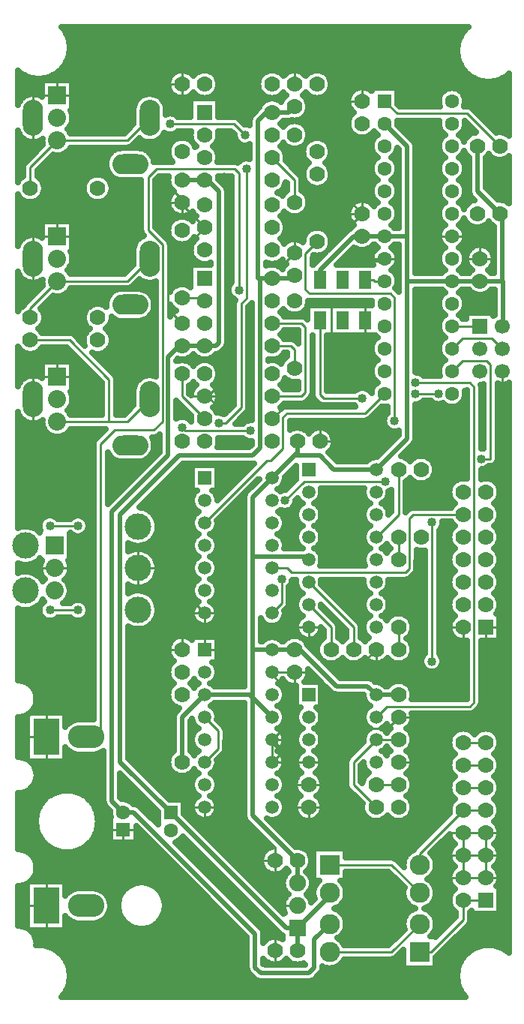
<source format=gbr>
G04 DipTrace 3.0.0.0*
G04 LZX-C1-PCB-V1.1Top.gbr*
%MOIN*%
G04 #@! TF.FileFunction,Copper,L1,Top*
G04 #@! TF.Part,Single*
G04 #@! TA.AperFunction,Conductor*
%ADD14C,0.02*%
G04 #@! TA.AperFunction,CopperBalancing*
%ADD15C,0.01*%
%ADD17C,0.025*%
G04 #@! TA.AperFunction,ComponentPad*
%ADD19C,0.07*%
%ADD20R,0.062992X0.062992*%
%ADD21C,0.062992*%
%ADD22R,0.09X0.09*%
%ADD23C,0.09*%
%ADD24C,0.09*%
%ADD25R,0.07X0.07*%
%ADD26O,0.09X0.16*%
%ADD27O,0.16X0.09*%
%ADD28C,0.08*%
%ADD29R,0.08X0.08*%
%ADD30R,0.114173X0.161417*%
%ADD31O,0.161417X0.102362*%
%ADD32R,0.066929X0.066929*%
%ADD33C,0.066929*%
%ADD34C,0.11811*%
%ADD35C,0.07*%
%ADD36C,0.074803*%
%ADD37R,0.074803X0.074803*%
%ADD38R,0.059055X0.059055*%
%ADD39C,0.059055*%
%ADD40R,0.055118X0.07874*%
G04 #@! TA.AperFunction,ViaPad*
%ADD41C,0.04*%
%FSLAX26Y26*%
G04*
G70*
G90*
G75*
G01*
G04 Top*
%LPD*%
X1556500Y4356500D2*
D14*
X1631500D1*
X1656500Y4381500D1*
X1556500Y4356500D2*
X1531500D1*
X1494000Y4319000D1*
Y3619000D1*
X1502612D1*
X1556500D1*
X1644000D1*
X1656500Y3631500D1*
X1669000Y631500D2*
Y731500D1*
X1812857Y887625D2*
Y875357D1*
X1669000Y731500D1*
X1502612Y3619000D2*
Y2865112D1*
X1469000Y2831500D1*
X1144000D1*
X881500Y2569000D1*
Y1469000D1*
X1106500Y1244000D1*
X1619000Y731500D1*
X1669000D1*
X2119000Y1769000D2*
X2019000D1*
X1556500Y2731500D2*
X1656500Y2831500D1*
X1669000Y2844000D1*
Y2894000D1*
X1656500Y1969000D2*
X1556500D1*
X2019000Y2769000D2*
X1831500D1*
X1769000Y2831500D1*
X1656500D1*
X1669000Y1031500D2*
X1469000Y1231500D1*
Y1756500D1*
X1556500Y1669000D1*
X1156500Y1469000D2*
Y1669000D1*
X1256500Y1769000D1*
X1719000Y2369000D2*
X1706500Y2381500D1*
X1469000D1*
Y2644000D1*
X1556500Y2731500D1*
X1669000Y931500D2*
Y1031500D1*
X1256500Y1769000D2*
X1456500D1*
X1469000Y1756500D1*
X1656500Y1969000D2*
X1681500D1*
X1844000Y1806500D1*
X1981500D1*
X2019000Y1769000D1*
Y2769000D2*
X2156500Y2906500D1*
Y3606500D1*
Y3806500D1*
Y4206500D1*
X2056500Y4306500D1*
X2469000Y4206500D2*
Y4006500D1*
X2569000Y3906500D1*
X2356500Y3606500D2*
X2481500D1*
X2581500D1*
Y3894000D1*
X2569000Y3906500D1*
X2581500Y3606500D2*
X2584802D1*
Y3409802D1*
X2581500Y3406500D1*
X2356500Y3606500D2*
X2156500D1*
X1956500Y3806500D2*
X2056500D1*
X2156500D1*
X1956500D2*
X1919000D1*
X1769000Y3656500D1*
Y3612602D1*
X1556500Y1969000D2*
X1469000D1*
Y1756500D1*
Y2381500D2*
Y1969000D1*
X1256500Y4056500D2*
X1156500D1*
X1256500D2*
X1269000D1*
X1319000Y4006500D1*
Y3331500D1*
X1306500Y3319000D1*
X1256500D1*
X1156500D1*
X1144000D1*
X1094000Y3269000D1*
Y2831500D1*
X844000Y2581500D1*
Y1297000D1*
X894000Y1247000D1*
X941000D1*
X1481500Y706500D1*
Y556500D1*
X1506500Y531500D1*
X1719000D1*
X1744000Y556500D1*
Y681253D1*
X1812857Y750110D1*
X2406500Y1156000D2*
D15*
Y1056000D1*
Y956000D1*
X2506500D1*
X2406500Y1056000D2*
X2506500D1*
Y956000D1*
Y1056000D2*
Y1156000D1*
X2406500D1*
X2056500Y3694000D2*
X1931500D1*
X1919000Y3706500D1*
X1844000Y3806500D2*
X1856500D1*
X1956500Y3906500D1*
Y4406500D2*
X1906500D1*
X1869000Y4369000D1*
Y3994000D1*
X1956500Y3906500D1*
X1156500Y3956500D2*
Y3944000D1*
X1256500Y3844000D1*
X1169000Y3756500D1*
Y3706500D1*
X1117640Y3655140D1*
X1094000Y3631500D1*
Y3481500D1*
X1156500Y3419000D1*
X1256500Y3094000D2*
X1269000D1*
X1331500Y3031500D1*
X1369000Y3244000D2*
Y3469000D1*
X1356500Y3481500D1*
Y4069000D1*
X1344000D1*
X1969000Y3431500D2*
Y3506500D1*
X1819000D1*
X1644000Y3369000D2*
X1656500Y3356500D1*
X1969000Y3431500D2*
Y3344000D1*
X1819000D2*
Y3506500D1*
X1969000D2*
X1981500D1*
X1769000Y2894000D2*
Y2969000D1*
X1656500D1*
Y3056500D2*
X1619000D1*
X1556500Y2994000D1*
X1256500Y2131500D2*
Y1969000D1*
X961429Y2331000D2*
X1057000D1*
X1256500Y2131500D1*
X1719000Y2069000D2*
Y1981500D1*
X1806500Y1894000D1*
X1944000D1*
X2019000Y1969000D1*
X2119000Y1669000D2*
X2069000Y1619000D1*
X1931500D1*
Y1756500D1*
X2019000Y1881500D2*
Y1969000D1*
X1556500Y1869000D2*
X1656500D1*
X1556500D2*
Y1856500D1*
X1619000Y1794000D1*
Y1631500D1*
X1556500Y1569000D1*
Y1469000D1*
Y1569000D2*
Y1556500D1*
X1594000Y1519000D1*
Y1531500D1*
X1556500Y1569000D1*
X1594000Y1519000D2*
Y1506500D1*
X1556500Y1469000D1*
X1656500Y3731500D2*
X1606500Y3681500D1*
X1594000D1*
X1581500Y3669000D1*
X1956500Y3906500D2*
X1744000D1*
X1656500Y3819000D1*
Y3731500D1*
X1117640Y3655140D2*
Y3707860D1*
X1106500Y3719000D1*
Y3731500D1*
X1119000Y3744000D1*
Y3794000D1*
X1106500Y3806500D1*
X1156500Y3956500D2*
Y3969000D1*
X1106500Y4019000D1*
X1156500Y3956500D2*
X1094000D1*
X1044000Y3906500D1*
X1256500Y3094000D2*
Y3081500D1*
X1369000Y3194000D1*
Y3244000D1*
X1456500Y3006500D2*
Y3244000D1*
X2356500Y3806500D2*
X2306500D1*
X2256500Y3856500D1*
Y4006500D1*
X2206500Y4056500D1*
Y4194000D1*
Y4306500D1*
Y4394000D2*
Y4419000D1*
X744500Y2331500D2*
X591850D1*
X591350Y2331000D1*
X1319500Y2975000D2*
X1350000D1*
X1419000Y3044000D1*
Y3506500D1*
X1444000Y3531500D1*
Y4104500D1*
X1442504D1*
X2356500Y3206500D2*
X2402965Y3252965D1*
X2509965D1*
X2527965Y3234965D1*
Y2816961D1*
X2487500D1*
X1614028Y2631500D2*
X1699528Y2717000D1*
X2059681D1*
X2297004Y3106500D2*
X2194500D1*
X2356500Y3406500D2*
X2400996D1*
X2481500D1*
X2581500Y3306500D2*
X2535035Y3352965D1*
X2402965D1*
X2356500Y3306500D1*
X1156500Y2957000D2*
X1171500Y2942000D1*
X1461311D1*
X2056500Y3106500D2*
X1968732Y3018732D1*
X1622500D1*
X1604500Y3000732D1*
Y2862965D1*
X1550035Y2808500D1*
X1533500D1*
X1256500Y2531500D1*
X2569000Y4206500D2*
X2424504Y4350996D1*
X2112004D1*
X2056500Y4406500D1*
Y3606500D2*
X2009559D1*
Y3612602D1*
X1969000D1*
X2406500Y1456000D2*
X2506500D1*
X2194500Y3154500D2*
X2436500D1*
X2454500Y3136500D1*
Y1735000D1*
X2436500Y1717000D1*
X2067000D1*
X2019000Y1669000D1*
X1812867Y625045D2*
X2087791D1*
X2212857Y750110D1*
X1812857Y1012638D2*
X2087844D1*
X2212857Y887625D1*
X1656500Y3956500D2*
Y4056500D1*
X1556500Y4156500D1*
X2506500Y856000D2*
X2406500D1*
X2212867Y625045D2*
X2262545D1*
X2406500Y769000D1*
Y856000D1*
X481500Y3444000D2*
Y3486000D1*
X601500Y3606000D1*
X912500D1*
X1012500Y3706000D1*
X2506500Y1356000D2*
X2406500D1*
X481500Y4019000D2*
Y4111500D1*
X601500Y4231500D1*
X912500D1*
X1012500Y4331500D1*
X1436169Y4256500D2*
X1388169Y4304500D1*
X1103500D1*
X1556500Y3094000D2*
X1686500D1*
X1704500Y3112000D1*
Y3401000D1*
X1686500Y3419000D1*
X1556500D1*
X1156500Y3194000D2*
Y3094000D1*
X1256500Y2994000D1*
X601500Y2981000D2*
X831500D1*
X912500D1*
X1012500Y3081000D1*
X481500Y3344000D2*
X656500D1*
X831500Y3169000D1*
Y2981000D1*
X1156500Y3531500D2*
X1244000D1*
X1256500Y3519000D1*
X1656500Y3219000D2*
Y3301000D1*
X1638500Y3319000D1*
X1556500D1*
X2212857Y1012638D2*
Y1062357D1*
X2406500Y1256000D1*
X2506500D1*
X2019000Y1369000D2*
X2119000D1*
X729146Y1581000D2*
X794000D1*
Y2881500D1*
X856500Y2944000D1*
X1031500D1*
X1070500Y2983000D1*
Y3767500D1*
X1006500Y3831500D1*
Y4069000D1*
X1042000Y4104500D1*
X1391504D1*
X1409504Y4086500D1*
Y3567000D1*
X2019000Y1569000D2*
X2119000D1*
X2019000D2*
X1919000Y1469000D1*
Y1369000D1*
X2019000Y1269000D1*
X2267000Y1917000D2*
Y2534000D1*
X1256500Y1669000D2*
X1317028Y1608472D1*
Y1529528D1*
X1256500Y1469000D1*
X1719000Y2269000D2*
X1919000Y2069000D1*
Y1969000D1*
X1719000Y2169000D2*
X1819000Y2069000D1*
Y1969000D1*
X2119000Y2069000D2*
Y1969000D1*
Y2469000D2*
Y2369000D1*
X2019000Y2469000D2*
X2119000Y2569000D1*
Y2769000D1*
X1599028Y2281500D2*
Y2174028D1*
X1556500Y2131500D1*
X2406500Y2569000D2*
X2185000D1*
X2167000Y2551000D1*
Y2329528D1*
X2149000Y2311528D1*
X1642016D1*
X1622043Y2331500D1*
X1556500D1*
X1769000Y3431500D2*
Y3103778D1*
X1786999Y3085780D1*
X1958472D1*
X569000Y2519000D2*
X694000D1*
X569000Y2144000D2*
X694000D1*
X2406500Y1556000D2*
X2506500D1*
X2100996Y2985732D2*
Y3532996D1*
X2082996Y3550996D1*
X1722500D1*
X1704500Y3568996D1*
Y3729500D1*
X1756500Y3781500D1*
D41*
X1919000Y3706500D3*
X1844000Y3806500D3*
X1331500Y3031500D3*
X1369000Y3244000D3*
X1344000Y4069000D3*
X1819000Y3506500D3*
X1644000Y3369000D3*
X1969000Y3344000D3*
X1819000D3*
X1981500Y3506500D3*
X1919000Y3706500D3*
X1656500Y2969000D3*
Y3056500D3*
X1931500Y1756500D3*
X2019000Y1881500D3*
X1044000Y3906500D3*
X1369000Y3244000D3*
X1456500Y3006500D3*
Y3244000D3*
X2206500Y4056500D3*
Y4194000D3*
Y4306500D3*
Y4394000D3*
Y4306500D3*
X744500Y2331500D3*
X1442504Y4104500D3*
X1319500Y2975000D3*
X2487500Y2816961D3*
X2059681Y2717000D3*
X1614028Y2631500D3*
X2194500Y3106500D3*
X2297004D3*
X1461311Y2942000D3*
X1156500Y2957000D3*
X2194500Y3154500D3*
X1103500Y4304500D3*
X1436169Y4256500D3*
X1409504Y3567000D3*
X2267000Y2534000D3*
Y1917000D3*
X1599028Y2281500D3*
X1958472Y3085780D3*
X2100996Y2985732D3*
X694000Y2519000D3*
X569000D3*
X694000Y2144000D3*
X569000D3*
X641378Y4711631D2*
D17*
X2404444D1*
X652315Y4686762D2*
X2390187D1*
X657979Y4661894D2*
X2381886D1*
X658956Y4637025D2*
X2378517D1*
X655392Y4612156D2*
X2379688D1*
X646896Y4587287D2*
X2385499D1*
X632345Y4562419D2*
X2396681D1*
X608761Y4537550D2*
X1128712D1*
X1184298D2*
X1228712D1*
X1284298D2*
X1528712D1*
X1584298D2*
X1628712D1*
X1684298D2*
X1728712D1*
X1784298D2*
X2414942D1*
X429024Y4512681D2*
X475294D1*
X562716D2*
X1100978D1*
X1312032D2*
X1500978D1*
X1812032D2*
X2445704D1*
X2591329D2*
X2608497D1*
X429024Y4487812D2*
X532521D1*
X670479D2*
X1092823D1*
X1320187D2*
X1492823D1*
X1820187D2*
X2608497D1*
X429024Y4462944D2*
X532521D1*
X670479D2*
X1095362D1*
X1317647D2*
X1495362D1*
X1817647D2*
X1929591D1*
X1983419D2*
X1995985D1*
X2117013D2*
X2340675D1*
X2372335D2*
X2608497D1*
X429024Y4438075D2*
X532521D1*
X670479D2*
X1110450D1*
X1202560D2*
X1210438D1*
X1302560D2*
X1510450D1*
X1602560D2*
X1610438D1*
X1702560D2*
X1710438D1*
X1802560D2*
X1901222D1*
X2117013D2*
X2305372D1*
X2407638D2*
X2608497D1*
X429024Y4413206D2*
X437829D1*
X670479D2*
X955860D1*
X1069161D2*
X1192481D1*
X1320479D2*
X1530177D1*
X1582784D2*
X1601319D1*
X1711690D2*
X1892872D1*
X2117013D2*
X2296388D1*
X2416622D2*
X2608497D1*
X670479Y4388337D2*
X941896D1*
X1083077D2*
X1192481D1*
X1320479D2*
X1501368D1*
X1720138D2*
X1895265D1*
X2121700D2*
X2298927D1*
X2414083D2*
X2608497D1*
X662325Y4363468D2*
X938478D1*
X1086495D2*
X1192481D1*
X1320479D2*
X1484327D1*
X1717794D2*
X1910060D1*
X2459103D2*
X2608497D1*
X670138Y4338600D2*
X938478D1*
X1137618D2*
X1192481D1*
X1320479D2*
X1460694D1*
X1703048D2*
X1901563D1*
X2483956D2*
X2608497D1*
X668087Y4313731D2*
X938478D1*
X1425997D2*
X1454981D1*
X1603194D2*
X1631495D1*
X1681515D2*
X1892921D1*
X2116524D2*
X2296437D1*
X2508810D2*
X2608497D1*
X655050Y4288862D2*
X922804D1*
X1711300D2*
X1895069D1*
X2128243D2*
X2298731D1*
X2414229D2*
X2439601D1*
X2533663D2*
X2608497D1*
X662032Y4263993D2*
X897950D1*
X1128829D2*
X1192970D1*
X1320040D2*
X1381642D1*
X1720040D2*
X1909571D1*
X2003438D2*
X2014552D1*
X2153146D2*
X2314552D1*
X2398458D2*
X2444679D1*
X2593331D2*
X2608468D1*
X429024Y4239125D2*
X449317D1*
X1057687D2*
X1132521D1*
X1180489D2*
X1195005D1*
X1317989D2*
X1390528D1*
X1717989D2*
X1732505D1*
X1780489D2*
X2006056D1*
X2177999D2*
X2306056D1*
X429024Y4214256D2*
X534767D1*
X942306D2*
X1101954D1*
X1303683D2*
X1414259D1*
X1811056D2*
X1996534D1*
X2194649D2*
X2296534D1*
X429024Y4189387D2*
X512354D1*
X655489D2*
X853956D1*
X997042D2*
X1093019D1*
X1310958D2*
X1454981D1*
X1610958D2*
X1693019D1*
X1819991D2*
X1998585D1*
X2195479D2*
X2298585D1*
X429024Y4164518D2*
X487452D1*
X581563D2*
X827442D1*
X1023556D2*
X1094874D1*
X1319991D2*
X1454981D1*
X1619991D2*
X1694874D1*
X1818087D2*
X2013966D1*
X2098995D2*
X2117481D1*
X2195479D2*
X2313966D1*
X2398995D2*
X2421534D1*
X429024Y4139650D2*
X462599D1*
X556710D2*
X817726D1*
X1033272D2*
X1108937D1*
X1318136D2*
X1409571D1*
X1620382D2*
X1708937D1*
X1804073D2*
X2006397D1*
X2106612D2*
X2117485D1*
X2195479D2*
X2306397D1*
X2406612D2*
X2429981D1*
X2507979D2*
X2608497D1*
X429024Y4114781D2*
X447683D1*
X531808D2*
X817481D1*
X1645284D2*
X1702296D1*
X1810714D2*
X1996583D1*
X2195479D2*
X2296583D1*
X2416378D2*
X2429981D1*
X2507979D2*
X2608497D1*
X429024Y4089912D2*
X447488D1*
X515499D2*
X826563D1*
X1670138D2*
X1693067D1*
X1819942D2*
X1998438D1*
X2195479D2*
X2298438D1*
X2414571D2*
X2429981D1*
X2507979D2*
X2608497D1*
X429024Y4065043D2*
X438220D1*
X524776D2*
X738233D1*
X824776D2*
X851466D1*
X1049581D2*
X1093116D1*
X1319894D2*
X1375489D1*
X1818233D2*
X2013429D1*
X2099581D2*
X2117481D1*
X2195479D2*
X2313429D1*
X2399581D2*
X2429981D1*
X2507979D2*
X2608497D1*
X541720Y4040175D2*
X721241D1*
X841720D2*
X972511D1*
X1040499D2*
X1094728D1*
X1339425D2*
X1375489D1*
X1690499D2*
X1708448D1*
X1804562D2*
X2006788D1*
X2106222D2*
X2117460D1*
X2195479D2*
X2306788D1*
X2406222D2*
X2429981D1*
X2507979D2*
X2608497D1*
X545382Y4015306D2*
X717628D1*
X845382D2*
X972511D1*
X1040499D2*
X1108351D1*
X1356905D2*
X1375489D1*
X1604659D2*
X1622526D1*
X1690499D2*
X1996681D1*
X2195479D2*
X2296681D1*
X2416329D2*
X2429981D1*
X2514327D2*
X2608497D1*
X538448Y3990437D2*
X724513D1*
X838448D2*
X972511D1*
X1040499D2*
X1102735D1*
X1357979D2*
X1375489D1*
X1710274D2*
X1998292D1*
X2195479D2*
X2298292D1*
X2414718D2*
X2433741D1*
X2539181D2*
X2608497D1*
X429024Y3965568D2*
X448561D1*
X514474D2*
X748536D1*
X814474D2*
X972511D1*
X1040499D2*
X1093165D1*
X1357979D2*
X1375489D1*
X1719845D2*
X1936866D1*
X1976144D2*
X2012892D1*
X2100069D2*
X2117481D1*
X2195479D2*
X2312892D1*
X2400069D2*
X2449366D1*
X2588644D2*
X2608497D1*
X429024Y3940699D2*
X972511D1*
X1040499D2*
X1094581D1*
X1357979D2*
X1375489D1*
X1718429D2*
X1902882D1*
X2105831D2*
X2117529D1*
X2195479D2*
X2307179D1*
X2405831D2*
X2415357D1*
X429024Y3915831D2*
X972511D1*
X1040499D2*
X1107862D1*
X1357979D2*
X1375489D1*
X1705147D2*
X1893214D1*
X2195479D2*
X2296778D1*
X429024Y3890962D2*
X972511D1*
X1040499D2*
X1138282D1*
X1174679D2*
X1214308D1*
X1357979D2*
X1375489D1*
X1598702D2*
X1894483D1*
X2195479D2*
X2298146D1*
X429024Y3866093D2*
X532521D1*
X670479D2*
X972511D1*
X1040499D2*
X1103175D1*
X1357979D2*
X1375489D1*
X1616378D2*
X1907618D1*
X2100606D2*
X2117481D1*
X2195479D2*
X2312403D1*
X2400606D2*
X2420118D1*
X429024Y3841224D2*
X532521D1*
X670479D2*
X972511D1*
X1043819D2*
X1093263D1*
X1357979D2*
X1375489D1*
X1620431D2*
X1739308D1*
X1773653D2*
X1903224D1*
X2195479D2*
X2307569D1*
X2405440D2*
X2542481D1*
X429024Y3816356D2*
X532521D1*
X670479D2*
X976368D1*
X1068673D2*
X1094386D1*
X1357979D2*
X1375489D1*
X1613937D2*
X1703321D1*
X1809688D2*
X1874757D1*
X2195479D2*
X2296827D1*
X2416134D2*
X2542481D1*
X429024Y3791487D2*
X441341D1*
X670479D2*
X959376D1*
X1093575D2*
X1107336D1*
X1205685D2*
X1214938D1*
X1357979D2*
X1375489D1*
X1598067D2*
X1640431D1*
X1672579D2*
X1693312D1*
X1819698D2*
X1849854D1*
X2195479D2*
X2297999D1*
X2415011D2*
X2542481D1*
X670479Y3766618D2*
X943263D1*
X1104513D2*
X1196827D1*
X1357979D2*
X1375489D1*
X2101095D2*
X2117481D1*
X2195479D2*
X2311915D1*
X2401095D2*
X2466017D1*
X2496944D2*
X2542481D1*
X670479Y3741749D2*
X938526D1*
X1104513D2*
X1192530D1*
X1357979D2*
X1375489D1*
X1908370D2*
X2007960D1*
X2105050D2*
X2117498D1*
X2195479D2*
X2307960D1*
X2405050D2*
X2428614D1*
X2534396D2*
X2542529D1*
X669601Y3716881D2*
X938478D1*
X1104513D2*
X1198780D1*
X1357979D2*
X1375489D1*
X1738937D2*
X1775245D1*
X1883517D2*
X1996925D1*
X2195479D2*
X2296925D1*
X669015Y3692012D2*
X938478D1*
X1104513D2*
X1221144D1*
X1357979D2*
X1375489D1*
X1591866D2*
X1606833D1*
X1738497D2*
X1750392D1*
X1858614D2*
X1997853D1*
X2195479D2*
X2297853D1*
X657979Y3667143D2*
X926612D1*
X1104513D2*
X1192481D1*
X1357979D2*
X1375489D1*
X2101583D2*
X2117481D1*
X2195479D2*
X2311378D1*
X2401583D2*
X2431739D1*
X2531271D2*
X2542474D1*
X659737Y3642274D2*
X901710D1*
X1104513D2*
X1192481D1*
X1357979D2*
X1375489D1*
X2104659D2*
X2117487D1*
X429024Y3617406D2*
X444659D1*
X1104513D2*
X1192481D1*
X1357979D2*
X1375489D1*
X429024Y3592537D2*
X533888D1*
X946065D2*
X1036524D1*
X1104513D2*
X1146485D1*
X1166524D2*
X1192481D1*
X1357979D2*
X1368129D1*
X429024Y3567668D2*
X516114D1*
X658321D2*
X862159D1*
X988839D2*
X1036524D1*
X2195479D2*
X2310938D1*
X2402071D2*
X2431300D1*
X2531710D2*
X2545822D1*
X429024Y3542799D2*
X491261D1*
X624679D2*
X829981D1*
X1021017D2*
X1036524D1*
X1357979D2*
X1367308D1*
X2195479D2*
X2308790D1*
X2404220D2*
X2545802D1*
X429024Y3517930D2*
X466358D1*
X560470D2*
X818556D1*
X1357979D2*
X1387159D1*
X1720479D2*
X1997120D1*
X2195479D2*
X2297120D1*
X2415841D2*
X2545802D1*
X429024Y3493062D2*
X441927D1*
X535616D2*
X741896D1*
X1357979D2*
X1385011D1*
X1452999D2*
X1463624D1*
X2195479D2*
X2297560D1*
X2415401D2*
X2545802D1*
X540548Y3468193D2*
X722462D1*
X1026534D2*
X1036524D1*
X1104513D2*
X1117065D1*
X1357979D2*
X1385011D1*
X1452999D2*
X1463624D1*
X1595919D2*
X1619337D1*
X1693673D2*
X1712452D1*
X2195479D2*
X2310450D1*
X2402560D2*
X2545802D1*
X545479Y3443324D2*
X717481D1*
X1005245D2*
X1036524D1*
X1357979D2*
X1385011D1*
X1452999D2*
X1463624D1*
X2195479D2*
X2309181D1*
X2403829D2*
X2419044D1*
X539962Y3418455D2*
X723048D1*
X839962D2*
X1036524D1*
X1357979D2*
X1385011D1*
X1452999D2*
X1463624D1*
X2195479D2*
X2297267D1*
X520382Y3393587D2*
X742628D1*
X820382D2*
X1036524D1*
X1357979D2*
X1385011D1*
X1452999D2*
X1463624D1*
X2195479D2*
X2297462D1*
X678536Y3368718D2*
X722706D1*
X840304D2*
X1036524D1*
X1357979D2*
X1385011D1*
X1452999D2*
X1463624D1*
X1595187D2*
X1670509D1*
X2195479D2*
X2310011D1*
X703683Y3343849D2*
X717481D1*
X845479D2*
X1036524D1*
X1357979D2*
X1385011D1*
X1452999D2*
X1463624D1*
X1660372D2*
X1670471D1*
X1802999D2*
X2009620D1*
X2195479D2*
X2309620D1*
X840157Y3318980D2*
X1036524D1*
X1355782D2*
X1385011D1*
X1452999D2*
X1463624D1*
X1802999D2*
X1997364D1*
X2195479D2*
X2297364D1*
X429024Y3294112D2*
X443000D1*
X519942D2*
X659327D1*
X819942D2*
X1036524D1*
X1335714D2*
X1385011D1*
X1452999D2*
X1463624D1*
X1802999D2*
X1997364D1*
X2195479D2*
X2297364D1*
X429024Y3269243D2*
X684229D1*
X778292D2*
X1036524D1*
X1195138D2*
X1217872D1*
X1295138D2*
X1385011D1*
X1452999D2*
X1463624D1*
X1595138D2*
X1618556D1*
X1802999D2*
X2009571D1*
X2195479D2*
X2309571D1*
X429024Y3244374D2*
X532521D1*
X670479D2*
X709083D1*
X803194D2*
X1036524D1*
X1194259D2*
X1218702D1*
X1294259D2*
X1385011D1*
X1452999D2*
X1463624D1*
X1802999D2*
X2010060D1*
X2195479D2*
X2310060D1*
X429024Y3219505D2*
X532521D1*
X670479D2*
X733937D1*
X828048D2*
X1036524D1*
X1314962D2*
X1385011D1*
X1452999D2*
X1463624D1*
X1802999D2*
X1997462D1*
X2195479D2*
X2297462D1*
X429024Y3194636D2*
X532521D1*
X670479D2*
X758839D1*
X852901D2*
X1036524D1*
X1320479D2*
X1385011D1*
X1452999D2*
X1463624D1*
X1802999D2*
X1997218D1*
X2220479D2*
X2297218D1*
X429024Y3169768D2*
X444854D1*
X670479D2*
X783692D1*
X865499D2*
X962892D1*
X1315548D2*
X1385011D1*
X1452999D2*
X1463624D1*
X1802999D2*
X2009132D1*
X670479Y3144899D2*
X797511D1*
X865499D2*
X944581D1*
X1196017D2*
X1216944D1*
X1296017D2*
X1385011D1*
X1452999D2*
X1463624D1*
X1596017D2*
X1670509D1*
X1802999D2*
X2010548D1*
X2561983D2*
X2608497D1*
X670479Y3120030D2*
X797511D1*
X865499D2*
X938624D1*
X1190499D2*
X1198288D1*
X1314718D2*
X1385011D1*
X1452999D2*
X1463624D1*
X1802999D2*
X1924513D1*
X2561983D2*
X2608497D1*
X668966Y3095161D2*
X797511D1*
X865499D2*
X938478D1*
X1320479D2*
X1385011D1*
X1452999D2*
X1463624D1*
X2561983D2*
X2608497D1*
X669649Y3070293D2*
X797511D1*
X865499D2*
X938478D1*
X1315743D2*
X1385011D1*
X1452999D2*
X1463624D1*
X1709737D2*
X1755421D1*
X2226192D2*
X2265333D1*
X2404317D2*
X2420481D1*
X2561983D2*
X2608497D1*
X660177Y3045424D2*
X797511D1*
X865499D2*
X929884D1*
X1132979D2*
X1158009D1*
X1296700D2*
X1373390D1*
X1452999D2*
X1463624D1*
X2042452D2*
X2066993D1*
X2195479D2*
X2420509D1*
X2561983D2*
X2608497D1*
X657442Y3020555D2*
X797511D1*
X865499D2*
X905030D1*
X1132979D2*
X1182911D1*
X1331319D2*
X1348513D1*
X1442599D2*
X1463624D1*
X2017599D2*
X2066993D1*
X2195479D2*
X2420509D1*
X2561983D2*
X2608497D1*
X429024Y2995686D2*
X441244D1*
X1184786D2*
X1192508D1*
X1417745D2*
X1463624D1*
X1992696D2*
X2053077D1*
X2195479D2*
X2420509D1*
X2561983D2*
X2608497D1*
X429024Y2970818D2*
X533302D1*
X1638497D2*
X2054444D1*
X2195479D2*
X2420509D1*
X2561983D2*
X2608497D1*
X429024Y2945949D2*
X542481D1*
X660519D2*
X811378D1*
X1704415D2*
X1733595D1*
X1804415D2*
X2074415D1*
X2195479D2*
X2420509D1*
X2561983D2*
X2608497D1*
X429024Y2921080D2*
X570167D1*
X632833D2*
X786524D1*
X1826729D2*
X2116944D1*
X2195479D2*
X2420509D1*
X2561983D2*
X2608497D1*
X429024Y2896211D2*
X763624D1*
X1031563D2*
X1054981D1*
X1320479D2*
X1450733D1*
X1832979D2*
X2092091D1*
X2194015D2*
X2420509D1*
X2561983D2*
X2608497D1*
X429024Y2871343D2*
X760011D1*
X1034347D2*
X1054981D1*
X1316183D2*
X1454737D1*
X1828683D2*
X2067237D1*
X2175460D2*
X2420509D1*
X2561983D2*
X2608497D1*
X429024Y2846474D2*
X760011D1*
X1028097D2*
X1054835D1*
X1810519D2*
X2042335D1*
X2150606D2*
X2420509D1*
X2561983D2*
X2608497D1*
X429024Y2821605D2*
X760011D1*
X827999D2*
X841603D1*
X1009396D2*
X1029981D1*
X1833028D2*
X1997218D1*
X2153341D2*
X2184620D1*
X2253341D2*
X2420509D1*
X2561983D2*
X2608497D1*
X429024Y2796736D2*
X760011D1*
X827999D2*
X1005128D1*
X2276388D2*
X2420509D1*
X2554610D2*
X2608497D1*
X429024Y2771867D2*
X760011D1*
X827999D2*
X980226D1*
X1138497D2*
X1197950D1*
X1315011D2*
X1449806D1*
X1650997D2*
X1660501D1*
X2282931D2*
X2420509D1*
X2501339D2*
X2608497D1*
X429024Y2746999D2*
X760011D1*
X827999D2*
X955372D1*
X1113595D2*
X1197950D1*
X1315011D2*
X1424952D1*
X1626095D2*
X1660450D1*
X2278927D2*
X2420509D1*
X2488497D2*
X2608497D1*
X429024Y2722130D2*
X760011D1*
X827999D2*
X930519D1*
X1088741D2*
X1197950D1*
X1315011D2*
X1400099D1*
X1614229D2*
X1657618D1*
X2161300D2*
X2176661D1*
X2261300D2*
X2373048D1*
X2539962D2*
X2608497D1*
X429024Y2697261D2*
X760011D1*
X827999D2*
X905665D1*
X1063888D2*
X1197950D1*
X1315011D2*
X1375196D1*
X1603341D2*
X1632765D1*
X2152999D2*
X2349366D1*
X2563644D2*
X2608497D1*
X429024Y2672392D2*
X760011D1*
X827999D2*
X880763D1*
X1039034D2*
X1215724D1*
X1297286D2*
X1350343D1*
X1777413D2*
X1960597D1*
X2077413D2*
X2084987D1*
X2152999D2*
X2342579D1*
X2570431D2*
X2608497D1*
X429024Y2647524D2*
X760011D1*
X827999D2*
X855909D1*
X1014132D2*
X1200294D1*
X1312667D2*
X1325489D1*
X1419552D2*
X1430198D1*
X1773263D2*
X1964747D1*
X2073263D2*
X2084968D1*
X2152999D2*
X2346388D1*
X2566622D2*
X2608497D1*
X429024Y2622655D2*
X760011D1*
X989278D2*
X1198683D1*
X1394698D2*
X1429981D1*
X1662179D2*
X1685011D1*
X1752999D2*
X1985011D1*
X2052999D2*
X2085011D1*
X2152999D2*
X2363575D1*
X2549435D2*
X2608497D1*
X429024Y2597786D2*
X760011D1*
X989181D2*
X1209229D1*
X1369845D2*
X1429981D1*
X1648556D2*
X1668409D1*
X1769552D2*
X1968409D1*
X2069552D2*
X2085000D1*
X2152999D2*
X2169728D1*
X2563351D2*
X2608497D1*
X429024Y2572917D2*
X760011D1*
X1027853D2*
X1216261D1*
X1344942D2*
X1429981D1*
X1596749D2*
X1660597D1*
X1777413D2*
X1960597D1*
X2570382D2*
X2608497D1*
X429024Y2548049D2*
X530177D1*
X732833D2*
X760011D1*
X1043282D2*
X1200489D1*
X1320089D2*
X1429981D1*
X1612521D2*
X1664552D1*
X1773458D2*
X1964552D1*
X2566817D2*
X2608497D1*
X429024Y2523180D2*
X520167D1*
X742794D2*
X759972D1*
X1049190D2*
X1198585D1*
X1314425D2*
X1429981D1*
X1614425D2*
X1684278D1*
X1753731D2*
X1984278D1*
X2314718D2*
X2362989D1*
X2550021D2*
X2608497D1*
X517257Y2498311D2*
X524899D1*
X738155D2*
X760011D1*
X1047628D2*
X1208839D1*
X1304122D2*
X1429981D1*
X1604122D2*
X1668751D1*
X1769259D2*
X1968751D1*
X2300997D2*
X2349952D1*
X2563058D2*
X2608497D1*
X660372Y2473442D2*
X682179D1*
X705831D2*
X760011D1*
X1038106D2*
X1216847D1*
X1296163D2*
X1429981D1*
X1596163D2*
X1660646D1*
X1777364D2*
X1960646D1*
X2300997D2*
X2342677D1*
X2570333D2*
X2608497D1*
X660372Y2448573D2*
X760011D1*
X1016524D2*
X1200636D1*
X1312374D2*
X1429981D1*
X1612374D2*
X1664308D1*
X1773653D2*
X1964308D1*
X2300997D2*
X2345997D1*
X2567013D2*
X2608497D1*
X660372Y2423705D2*
X760011D1*
X920479D2*
X1198536D1*
X1314474D2*
X1429981D1*
X1614474D2*
X1683546D1*
X1754464D2*
X1983546D1*
X2054464D2*
X2074903D1*
X2300997D2*
X2362403D1*
X2550606D2*
X2608497D1*
X660372Y2398836D2*
X760011D1*
X1016085D2*
X1208497D1*
X1304513D2*
X1429981D1*
X1768917D2*
X1969093D1*
X2200997D2*
X2233009D1*
X2300997D2*
X2350245D1*
X2562765D2*
X2608497D1*
X660372Y2373967D2*
X760011D1*
X1037911D2*
X1217433D1*
X1295528D2*
X1429981D1*
X1777315D2*
X1960694D1*
X2200997D2*
X2233009D1*
X2300997D2*
X2342677D1*
X2570284D2*
X2608497D1*
X487325Y2349098D2*
X524854D1*
X657833D2*
X760011D1*
X1047530D2*
X1200831D1*
X1312179D2*
X1429981D1*
X1773897D2*
X1964112D1*
X2200997D2*
X2233009D1*
X2300997D2*
X2345802D1*
X2567208D2*
X2608497D1*
X429024Y2324230D2*
X522706D1*
X659981D2*
X760011D1*
X1049239D2*
X1198438D1*
X1314571D2*
X1429981D1*
X2200558D2*
X2233009D1*
X2300997D2*
X2361817D1*
X2551144D2*
X2608497D1*
X514864Y2299361D2*
X530372D1*
X652364D2*
X760011D1*
X1043429D2*
X1208106D1*
X1304903D2*
X1429981D1*
X2183858D2*
X2233009D1*
X2300997D2*
X2350538D1*
X2562472D2*
X2608497D1*
X642745Y2274492D2*
X760011D1*
X1028146D2*
X1218067D1*
X1294942D2*
X1429981D1*
X1647481D2*
X1660720D1*
X1777267D2*
X1960743D1*
X2077267D2*
X2233009D1*
X2300997D2*
X2342726D1*
X2570235D2*
X2608497D1*
X656271Y2249623D2*
X760011D1*
X920479D2*
X932518D1*
X990353D2*
X1200978D1*
X1312032D2*
X1429981D1*
X1635372D2*
X1663917D1*
X1785421D2*
X1963917D1*
X2074093D2*
X2233009D1*
X2300997D2*
X2345655D1*
X2567354D2*
X2608497D1*
X658614Y2224755D2*
X760011D1*
X997286D2*
X1198390D1*
X1314620D2*
X1429981D1*
X1633028D2*
X1682130D1*
X1810274D2*
X1982130D1*
X2055880D2*
X2233009D1*
X2300997D2*
X2361280D1*
X2551729D2*
X2608497D1*
X651192Y2199886D2*
X760011D1*
X1030343D2*
X1207765D1*
X1305245D2*
X1429981D1*
X1633028D2*
X1669776D1*
X1835177D2*
X1969776D1*
X2068233D2*
X2233009D1*
X2300997D2*
X2350831D1*
X2562179D2*
X2608497D1*
X731124Y2175017D2*
X760011D1*
X1044405D2*
X1218702D1*
X1294308D2*
X1429981D1*
X1633028D2*
X1660792D1*
X1860030D2*
X1960792D1*
X2077218D2*
X2233009D1*
X2300997D2*
X2342774D1*
X2570187D2*
X2608497D1*
X493038Y2150148D2*
X520411D1*
X742599D2*
X759959D1*
X1049386D2*
X1201173D1*
X1311837D2*
X1429981D1*
X1622188D2*
X1663722D1*
X1884884D2*
X1963722D1*
X2074239D2*
X2233009D1*
X2300997D2*
X2345460D1*
X2567550D2*
X2608497D1*
X429024Y2125280D2*
X523927D1*
X739083D2*
X760011D1*
X1046944D2*
X1198341D1*
X1314669D2*
X1429981D1*
X1614669D2*
X1681446D1*
X1909786D2*
X1981446D1*
X2056515D2*
X2091700D1*
X2146310D2*
X2233009D1*
X2300997D2*
X2360743D1*
X2570479D2*
X2608497D1*
X429024Y2100411D2*
X550294D1*
X587716D2*
X675294D1*
X712716D2*
X760011D1*
X1036349D2*
X1207374D1*
X1305587D2*
X1429981D1*
X1605587D2*
X1670118D1*
X1934640D2*
X1970118D1*
X2174386D2*
X2233009D1*
X2300997D2*
X2351124D1*
X2570479D2*
X2608497D1*
X429024Y2075542D2*
X760011D1*
X1012521D2*
X1429981D1*
X1507979D2*
X1660841D1*
X1852315D2*
X1865431D1*
X1952315D2*
X1960863D1*
X2182638D2*
X2233009D1*
X2300997D2*
X2342872D1*
X2570479D2*
X2608497D1*
X429024Y2050673D2*
X760011D1*
X920479D2*
X1429981D1*
X1507979D2*
X1663575D1*
X1774435D2*
X1785000D1*
X1852999D2*
X1885011D1*
X1952999D2*
X1963575D1*
X2180196D2*
X2233009D1*
X2300997D2*
X2345313D1*
X2570479D2*
X2608497D1*
X429024Y2025804D2*
X760011D1*
X920479D2*
X1130421D1*
X1182589D2*
X1429981D1*
X1507979D2*
X1630421D1*
X1757198D2*
X1785011D1*
X1852999D2*
X1885011D1*
X1952999D2*
X1980812D1*
X2165255D2*
X2233009D1*
X2300997D2*
X2360206D1*
X2570479D2*
X2608497D1*
X429024Y2000936D2*
X760011D1*
X920479D2*
X1101466D1*
X1315011D2*
X1429981D1*
X1711544D2*
X1763966D1*
X2174044D2*
X2233009D1*
X2300997D2*
X2420509D1*
X2488497D2*
X2608497D1*
X429024Y1976067D2*
X760011D1*
X920479D2*
X1092921D1*
X1315011D2*
X1429981D1*
X1728536D2*
X1755421D1*
X2182589D2*
X2233009D1*
X2300997D2*
X2420509D1*
X2488497D2*
X2608497D1*
X429024Y1951198D2*
X760011D1*
X920479D2*
X1095118D1*
X1315011D2*
X1429981D1*
X2180343D2*
X2233009D1*
X2300997D2*
X2420509D1*
X2488497D2*
X2608497D1*
X429024Y1926329D2*
X760011D1*
X920479D2*
X1109718D1*
X1315011D2*
X1429981D1*
X2165792D2*
X2218946D1*
X2315060D2*
X2420509D1*
X2488497D2*
X2608497D1*
X429024Y1901461D2*
X760011D1*
X920479D2*
X1101759D1*
X1304659D2*
X1429981D1*
X1803146D2*
X2220655D1*
X2313351D2*
X2420509D1*
X2488497D2*
X2608497D1*
X429024Y1876592D2*
X760011D1*
X920479D2*
X1092970D1*
X1314522D2*
X1429981D1*
X1828048D2*
X2241505D1*
X2292501D2*
X2420509D1*
X2488497D2*
X2608497D1*
X429024Y1851723D2*
X760011D1*
X920479D2*
X1094972D1*
X1312276D2*
X1429981D1*
X1718038D2*
X1744679D1*
X1852901D2*
X2420509D1*
X2488497D2*
X2608497D1*
X455782Y1826854D2*
X760011D1*
X920479D2*
X1109229D1*
X1203780D2*
X1217091D1*
X1295919D2*
X1429981D1*
X1595919D2*
X1609209D1*
X1703780D2*
X1769532D1*
X2015255D2*
X2095655D1*
X2142354D2*
X2420509D1*
X2488497D2*
X2608497D1*
X492354Y1801986D2*
X760011D1*
X920479D2*
X1102101D1*
X1604269D2*
X1660450D1*
X1777511D2*
X1794386D1*
X2173409D2*
X2420509D1*
X2488497D2*
X2608497D1*
X506515Y1777117D2*
X760011D1*
X920479D2*
X1093019D1*
X1614425D2*
X1660450D1*
X1777511D2*
X1819825D1*
X2182442D2*
X2420509D1*
X2488497D2*
X2608497D1*
X511056Y1752248D2*
X760011D1*
X920479D2*
X1094825D1*
X1612472D2*
X1660450D1*
X1777511D2*
X1963038D1*
X2180685D2*
X2420509D1*
X2488497D2*
X2608497D1*
X507784Y1727379D2*
X760011D1*
X920479D2*
X1108741D1*
X1296505D2*
X1429981D1*
X1596505D2*
X1660450D1*
X1777511D2*
X1979005D1*
X2487569D2*
X2608497D1*
X495431Y1702510D2*
X760011D1*
X920479D2*
X1135890D1*
X1303878D2*
X1429981D1*
X1603878D2*
X1671583D1*
X1766378D2*
X1971583D1*
X2469063D2*
X2608497D1*
X638058Y1677642D2*
X760011D1*
X920479D2*
X1118556D1*
X1314376D2*
X1429981D1*
X1614376D2*
X1661134D1*
X1776876D2*
X1961134D1*
X2182394D2*
X2608497D1*
X429024Y1652773D2*
X465870D1*
X638058D2*
X667384D1*
X920479D2*
X1117481D1*
X1319796D2*
X1429981D1*
X1612618D2*
X1662892D1*
X1775118D2*
X1962892D1*
X2180831D2*
X2608497D1*
X429024Y1627904D2*
X465870D1*
X920479D2*
X1117481D1*
X1195479D2*
X1215919D1*
X1344308D2*
X1429981D1*
X1597091D2*
X1678419D1*
X1759591D2*
X1978419D1*
X2059591D2*
X2070778D1*
X2167257D2*
X2608497D1*
X429024Y1603035D2*
X465870D1*
X920479D2*
X1117481D1*
X1195479D2*
X1209488D1*
X1351046D2*
X1429981D1*
X1603487D2*
X1671974D1*
X1765987D2*
X1971974D1*
X2172726D2*
X2364356D1*
X2448604D2*
X2464356D1*
X2548604D2*
X2608497D1*
X429024Y1578167D2*
X465870D1*
X920479D2*
X1117481D1*
X1351046D2*
X1429981D1*
X1614278D2*
X1661231D1*
X1776778D2*
X1961231D1*
X2182296D2*
X2346632D1*
X2566378D2*
X2608497D1*
X429024Y1553298D2*
X465870D1*
X920479D2*
X1117481D1*
X1351046D2*
X1429981D1*
X1612765D2*
X1662696D1*
X1775265D2*
X1956251D1*
X2180978D2*
X2342579D1*
X2570431D2*
X2608497D1*
X429024Y1528429D2*
X465870D1*
X920479D2*
X1117481D1*
X1195479D2*
X1215382D1*
X1350997D2*
X1429981D1*
X1597628D2*
X1677882D1*
X1760128D2*
X1931397D1*
X2060128D2*
X2070277D1*
X2167696D2*
X2349024D1*
X2563985D2*
X2608497D1*
X429024Y1503560D2*
X465870D1*
X638058D2*
X691017D1*
X767306D2*
X804981D1*
X920479D2*
X1103126D1*
X1338106D2*
X1429981D1*
X1603097D2*
X1672413D1*
X1765597D2*
X1906495D1*
X2172384D2*
X2364991D1*
X2547970D2*
X2608497D1*
X638058Y1478692D2*
X804981D1*
X925948D2*
X1093263D1*
X1314181D2*
X1429981D1*
X1614181D2*
X1661329D1*
X1776681D2*
X1886524D1*
X2182247D2*
X2346827D1*
X2566183D2*
X2608497D1*
X499239Y1453823D2*
X804981D1*
X950802D2*
X1094386D1*
X1312911D2*
X1429981D1*
X1612911D2*
X1662550D1*
X1775411D2*
X1885011D1*
X1952999D2*
X1962550D1*
X2181075D2*
X2342530D1*
X2570479D2*
X2608497D1*
X509249Y1428954D2*
X804981D1*
X975655D2*
X1107325D1*
X1205685D2*
X1214847D1*
X1298165D2*
X1429981D1*
X1598165D2*
X1677296D1*
X1760665D2*
X1885011D1*
X1952999D2*
X1977296D1*
X2168185D2*
X2348780D1*
X2564229D2*
X2608497D1*
X510714Y1404085D2*
X804981D1*
X882979D2*
X892308D1*
X1000558D2*
X1210304D1*
X1302706D2*
X1429981D1*
X1602706D2*
X1665968D1*
X1771993D2*
X1885011D1*
X1952999D2*
X1965968D1*
X2171993D2*
X2365675D1*
X2547335D2*
X2608497D1*
X504269Y1379217D2*
X804981D1*
X882979D2*
X917188D1*
X1025411D2*
X1198927D1*
X1314083D2*
X1429981D1*
X1614083D2*
X1655860D1*
X1782149D2*
X1885011D1*
X2182149D2*
X2347071D1*
X2565938D2*
X2608497D1*
X487130Y1354348D2*
X804981D1*
X882979D2*
X942042D1*
X1050265D2*
X1199903D1*
X1313058D2*
X1429981D1*
X1613058D2*
X1656788D1*
X1781222D2*
X1888624D1*
X2181222D2*
X2342530D1*
X2570479D2*
X2608497D1*
X429024Y1329479D2*
X581202D1*
X707784D2*
X804981D1*
X882979D2*
X966896D1*
X1075118D2*
X1214308D1*
X1298702D2*
X1429981D1*
X1598702D2*
X1669386D1*
X1768624D2*
X1911476D1*
X2168624D2*
X2348536D1*
X2564474D2*
X2608497D1*
X429024Y1304610D2*
X545997D1*
X742989D2*
X804981D1*
X903194D2*
X991749D1*
X1100021D2*
X1210743D1*
X1302267D2*
X1429981D1*
X1602267D2*
X1666358D1*
X1771651D2*
X1936329D1*
X2171651D2*
X2366310D1*
X2546651D2*
X2608497D1*
X429024Y1279741D2*
X525782D1*
X763204D2*
X809327D1*
X959640D2*
X1016651D1*
X1167013D2*
X1199024D1*
X1313985D2*
X1429981D1*
X1613985D2*
X1655958D1*
X1782052D2*
X1955958D1*
X2182052D2*
X2347267D1*
X2565743D2*
X2608497D1*
X429024Y1254873D2*
X513331D1*
X775655D2*
X832032D1*
X987228D2*
X1041505D1*
X1167013D2*
X1199806D1*
X1313204D2*
X1429981D1*
X1613204D2*
X1656642D1*
X1781368D2*
X1956642D1*
X2181368D2*
X2342530D1*
X2570479D2*
X2608497D1*
X429024Y1230004D2*
X506495D1*
X782540D2*
X836036D1*
X1012130D2*
X1045997D1*
X1174630D2*
X1213771D1*
X1299239D2*
X1430030D1*
X1599239D2*
X1668946D1*
X1769063D2*
X1968946D1*
X2169063D2*
X2333448D1*
X2564718D2*
X2608497D1*
X429024Y1205135D2*
X504396D1*
X784640D2*
X833497D1*
X1036983D2*
X1045976D1*
X1199483D2*
X1441261D1*
X1549483D2*
X2308595D1*
X2545968D2*
X2608497D1*
X429024Y1180266D2*
X506788D1*
X782198D2*
X833497D1*
X1224337D2*
X1466114D1*
X1574337D2*
X2283741D1*
X2565499D2*
X2608497D1*
X429024Y1155398D2*
X514015D1*
X774972D2*
X833497D1*
X954513D2*
X978468D1*
X1249239D2*
X1490968D1*
X1599239D2*
X2258839D1*
X2570479D2*
X2608497D1*
X429024Y1130529D2*
X526905D1*
X762081D2*
X833497D1*
X954513D2*
X1003370D1*
X1154903D2*
X1165858D1*
X1274093D2*
X1515870D1*
X1624093D2*
X2233985D1*
X2328097D2*
X2347999D1*
X2564962D2*
X2608497D1*
X429024Y1105660D2*
X547804D1*
X741183D2*
X1028224D1*
X1136446D2*
X1190724D1*
X1298946D2*
X1540724D1*
X1648946D2*
X2209132D1*
X2303194D2*
X2367726D1*
X2545284D2*
X2608497D1*
X435128Y1080791D2*
X584864D1*
X704122D2*
X1053077D1*
X1161349D2*
X1215577D1*
X1323849D2*
X1529737D1*
X1708272D2*
X1738868D1*
X1886837D2*
X2184815D1*
X2278341D2*
X2347706D1*
X2565304D2*
X2608497D1*
X488839Y1055923D2*
X1077979D1*
X1186202D2*
X1240479D1*
X1348702D2*
X1510060D1*
X1727950D2*
X1738868D1*
X1886837D2*
X2153468D1*
X2272286D2*
X2342481D1*
X2570479D2*
X2608497D1*
X505001Y1031054D2*
X1102833D1*
X1211056D2*
X1265333D1*
X1373556D2*
X1504981D1*
X2116476D2*
X2141261D1*
X2284444D2*
X2347804D1*
X2565206D2*
X2608497D1*
X510860Y1006185D2*
X1127687D1*
X1235958D2*
X1290187D1*
X1398458D2*
X1510450D1*
X1727560D2*
X1738868D1*
X2286544D2*
X2367921D1*
X2545089D2*
X2608497D1*
X508810Y981316D2*
X1152589D1*
X1260812D2*
X1315089D1*
X1423312D2*
X1530958D1*
X1607052D2*
X1626466D1*
X1711544D2*
X1738868D1*
X2279610D2*
X2347950D1*
X2565060D2*
X2608497D1*
X498116Y956447D2*
X1177442D1*
X1285665D2*
X1339942D1*
X1448165D2*
X1607667D1*
X1730343D2*
X1738881D1*
X1886837D2*
X2096974D1*
X2259591D2*
X2342481D1*
X2570479D2*
X2608497D1*
X638058Y931579D2*
X948487D1*
X1003683D2*
X1202296D1*
X1310519D2*
X1364796D1*
X1473019D2*
X1602589D1*
X1735421D2*
X1753956D1*
X1871749D2*
X2121876D1*
X2271749D2*
X2347560D1*
X2565450D2*
X2608497D1*
X429024Y906710D2*
X465870D1*
X638058D2*
X679737D1*
X778585D2*
X902931D1*
X1049239D2*
X1227149D1*
X1335421D2*
X1389649D1*
X1497921D2*
X1607618D1*
X1730392D2*
X1741484D1*
X1884249D2*
X2141456D1*
X2284249D2*
X2367237D1*
X2570479D2*
X2608497D1*
X429024Y881841D2*
X465870D1*
X819894D2*
X883497D1*
X1068673D2*
X1252052D1*
X1360274D2*
X1414552D1*
X1522774D2*
X1626271D1*
X1711739D2*
X1739112D1*
X1886642D2*
X2139112D1*
X2286642D2*
X2348194D1*
X2570479D2*
X2608497D1*
X429024Y856972D2*
X465870D1*
X834396D2*
X873585D1*
X1078585D2*
X1276905D1*
X1385128D2*
X1439405D1*
X1547628D2*
X1607911D1*
X1730099D2*
X1740364D1*
X1879952D2*
X2145753D1*
X2279952D2*
X2342530D1*
X2570479D2*
X2608497D1*
X429024Y832104D2*
X465870D1*
X838839D2*
X870411D1*
X1081759D2*
X1301759D1*
X1410030D2*
X1464259D1*
X1572530D2*
X1602589D1*
X1860421D2*
X2165284D1*
X2260421D2*
X2347315D1*
X2570479D2*
X2608497D1*
X429024Y807235D2*
X465870D1*
X835128D2*
X873292D1*
X1078878D2*
X1326661D1*
X1434884D2*
X1489161D1*
X1597384D2*
X1607356D1*
X1858370D2*
X2167335D1*
X2258370D2*
X2366505D1*
X2570479D2*
X2608497D1*
X429024Y782366D2*
X465870D1*
X821749D2*
X882862D1*
X1069308D2*
X1351515D1*
X1459737D2*
X1514015D1*
X1879171D2*
X2146534D1*
X2279171D2*
X2372511D1*
X2440499D2*
X2608497D1*
X429024Y757497D2*
X465870D1*
X638058D2*
X671974D1*
X786300D2*
X901661D1*
X1050509D2*
X1376368D1*
X1484640D2*
X1538868D1*
X1886495D2*
X2139259D1*
X2286495D2*
X2347950D1*
X2438302D2*
X2608497D1*
X638058Y732629D2*
X944093D1*
X1008077D2*
X1401271D1*
X1509493D2*
X1563771D1*
X1884688D2*
X2141017D1*
X2284688D2*
X2323097D1*
X2417159D2*
X2608497D1*
X496651Y707760D2*
X1426124D1*
X1520479D2*
X1588624D1*
X1872970D2*
X2123438D1*
X2272970D2*
X2298194D1*
X2392306D2*
X2608497D1*
X508272Y682891D2*
X1442481D1*
X1520479D2*
X1532682D1*
X1857394D2*
X2098585D1*
X2367452D2*
X2608497D1*
X511007Y658022D2*
X1442481D1*
X1878829D2*
X2073731D1*
X2342550D2*
X2608497D1*
X598409Y633154D2*
X1442481D1*
X2317696D2*
X2439112D1*
X2597872D2*
X2608480D1*
X626241Y608285D2*
X1442481D1*
X2118087D2*
X2138868D1*
X2292843D2*
X2411280D1*
X643136Y583416D2*
X1442481D1*
X1520479D2*
X1528166D1*
X1609835D2*
X1628175D1*
X1873507D2*
X2138868D1*
X2286886D2*
X2394386D1*
X653341Y558547D2*
X1442481D1*
X1841622D2*
X2138868D1*
X2286886D2*
X2384181D1*
X658370Y533678D2*
X1450538D1*
X1774972D2*
X2379151D1*
X658761Y508810D2*
X1475050D1*
X1750411D2*
X2378761D1*
X654610Y483941D2*
X2382911D1*
X645382Y459072D2*
X2392091D1*
X629903Y434203D2*
X2407618D1*
X1618997Y595705D2*
X1613050Y588584D1*
X1605522Y582019D1*
X1597030Y576759D1*
X1587798Y572943D1*
X1578071Y570673D1*
X1568104Y570007D1*
X1558161Y570963D1*
X1548504Y573516D1*
X1539387Y577599D1*
X1531052Y583104D1*
X1523718Y589885D1*
X1518003Y597145D1*
X1518000Y571588D1*
X1531500Y568000D1*
X1703912D1*
X1696920Y576703D1*
X1688005Y573010D1*
X1678621Y570757D1*
X1669000Y570000D1*
X1659379Y570757D1*
X1649995Y573010D1*
X1641080Y576703D1*
X1632851Y581745D1*
X1625513Y588013D1*
X1619004Y595712D1*
X1518005Y665866D2*
X1522772Y672061D1*
X1529948Y679010D1*
X1538154Y684705D1*
X1547174Y688997D1*
X1556770Y691772D1*
X1566689Y692957D1*
X1576668Y692520D1*
X1586445Y690474D1*
X1595762Y686872D1*
X1604373Y681809D1*
X1605105Y681272D1*
X1605032Y697778D1*
X1599929Y700379D1*
X1595295Y703745D1*
X1495963Y802918D1*
X1158534Y1140347D1*
X1154252Y1133086D1*
X1149608Y1127203D1*
X1144245Y1121968D1*
X1138252Y1117468D1*
X1131728Y1113778D1*
X1127617Y1111995D1*
X1509255Y730205D1*
X1512621Y725571D1*
X1515222Y720468D1*
X1516992Y715021D1*
X1517888Y709364D1*
X1518000Y665826D1*
X1100115Y1301996D2*
X1164496D1*
Y1237592D1*
X1606741Y795378D1*
X1613557Y799728D1*
X1609283Y808757D1*
X1606468Y818342D1*
X1605181Y828249D1*
X1605454Y838235D1*
X1607280Y848056D1*
X1610615Y857473D1*
X1615376Y866255D1*
X1621448Y874188D1*
X1628682Y881077D1*
X1629213Y881492D1*
X1623815Y886315D1*
X1617303Y893940D1*
X1612063Y902489D1*
X1608226Y911753D1*
X1605885Y921504D1*
X1605098Y931500D1*
X1605885Y941496D1*
X1608226Y951247D1*
X1612063Y960511D1*
X1617303Y969060D1*
X1623815Y976685D1*
X1631178Y982991D1*
X1625513Y988013D1*
X1619004Y995712D1*
X1613050Y988584D1*
X1605522Y982019D1*
X1597030Y976759D1*
X1587798Y972943D1*
X1578071Y970673D1*
X1568104Y970007D1*
X1558161Y970963D1*
X1548504Y973516D1*
X1539387Y977599D1*
X1531052Y983104D1*
X1523718Y989885D1*
X1517578Y997765D1*
X1512795Y1006534D1*
X1509495Y1015962D1*
X1507765Y1025800D1*
X1507650Y1035789D1*
X1509153Y1045664D1*
X1512236Y1055165D1*
X1516815Y1064043D1*
X1522772Y1072061D1*
X1529948Y1079010D1*
X1538154Y1084705D1*
X1547174Y1088997D1*
X1556770Y1091772D1*
X1554802Y1094079D1*
X1441245Y1207795D1*
X1437879Y1212429D1*
X1435278Y1217532D1*
X1433508Y1222979D1*
X1432612Y1228636D1*
X1432500Y1369000D1*
Y1732525D1*
X1299029Y1732500D1*
X1292887Y1726396D1*
X1285774Y1721229D1*
X1281936Y1718921D1*
X1289432Y1714327D1*
X1296117Y1708617D1*
X1301827Y1701932D1*
X1306421Y1694436D1*
X1309785Y1686313D1*
X1311838Y1677765D1*
X1312528Y1669000D1*
X1311838Y1660235D1*
X1311499Y1658533D1*
X1340980Y1628930D1*
X1345094Y1622773D1*
X1347657Y1615826D1*
X1348528Y1608472D1*
X1348431Y1527056D1*
X1346986Y1519793D1*
X1343886Y1513069D1*
X1339302Y1507254D1*
X1311508Y1479460D1*
X1312355Y1473396D1*
Y1464604D1*
X1310980Y1455921D1*
X1308263Y1447559D1*
X1304271Y1439726D1*
X1299104Y1432613D1*
X1292887Y1426396D1*
X1285774Y1421229D1*
X1281936Y1418921D1*
X1289432Y1414327D1*
X1296117Y1408617D1*
X1301827Y1401932D1*
X1306421Y1394436D1*
X1309785Y1386313D1*
X1311838Y1377765D1*
X1312528Y1369000D1*
X1311838Y1360235D1*
X1309785Y1351687D1*
X1306421Y1343564D1*
X1301827Y1336068D1*
X1296117Y1329383D1*
X1289432Y1323673D1*
X1281764Y1319000D1*
X1288020Y1315321D1*
X1293920Y1310699D1*
X1299150Y1305332D1*
X1303618Y1299315D1*
X1307242Y1292755D1*
X1309959Y1285770D1*
X1311719Y1278486D1*
X1312528Y1269000D1*
X1312026Y1261522D1*
X1310532Y1254179D1*
X1308070Y1247100D1*
X1304686Y1240413D1*
X1300439Y1234238D1*
X1295407Y1228685D1*
X1289678Y1223853D1*
X1283356Y1219828D1*
X1276553Y1216684D1*
X1269391Y1214476D1*
X1261999Y1213243D1*
X1254508Y1213008D1*
X1247053Y1213775D1*
X1239767Y1215529D1*
X1232781Y1218241D1*
X1226218Y1221861D1*
X1220198Y1226324D1*
X1214827Y1231551D1*
X1210202Y1237448D1*
X1206405Y1243909D1*
X1203504Y1250819D1*
X1201552Y1258055D1*
X1200583Y1265487D1*
X1200614Y1272981D1*
X1201645Y1280404D1*
X1203658Y1287623D1*
X1206616Y1294509D1*
X1210467Y1300938D1*
X1215141Y1306796D1*
X1220556Y1311978D1*
X1226613Y1316391D1*
X1231064Y1319079D1*
X1223568Y1323673D1*
X1216883Y1329383D1*
X1211173Y1336068D1*
X1206579Y1343564D1*
X1203215Y1351687D1*
X1201162Y1360235D1*
X1200472Y1369000D1*
X1201162Y1377765D1*
X1203215Y1386313D1*
X1206579Y1394436D1*
X1211173Y1401932D1*
X1216883Y1408617D1*
X1223568Y1414327D1*
X1231236Y1419000D1*
X1223568Y1423673D1*
X1216883Y1429383D1*
X1211173Y1436068D1*
X1209731Y1438225D1*
X1206255Y1432851D1*
X1199987Y1425513D1*
X1192649Y1419245D1*
X1184420Y1414203D1*
X1175505Y1410510D1*
X1166121Y1408257D1*
X1156500Y1407500D1*
X1146879Y1408257D1*
X1137495Y1410510D1*
X1128580Y1414203D1*
X1120351Y1419245D1*
X1113013Y1425513D1*
X1106745Y1432851D1*
X1101703Y1441080D1*
X1098010Y1449995D1*
X1095757Y1459379D1*
X1095000Y1469000D1*
X1095757Y1478621D1*
X1098010Y1488005D1*
X1101703Y1496920D1*
X1106745Y1505149D1*
X1113013Y1512487D1*
X1120010Y1518486D1*
X1120112Y1671864D1*
X1121008Y1677521D1*
X1122778Y1682968D1*
X1125379Y1688071D1*
X1128745Y1692705D1*
X1144536Y1708655D1*
X1137495Y1710510D1*
X1128580Y1714203D1*
X1120351Y1719245D1*
X1113013Y1725513D1*
X1106745Y1732851D1*
X1101703Y1741080D1*
X1098010Y1749995D1*
X1095757Y1759379D1*
X1095000Y1769000D1*
X1095757Y1778621D1*
X1098010Y1788005D1*
X1101703Y1796920D1*
X1106745Y1805149D1*
X1113013Y1812487D1*
X1120712Y1818996D1*
X1113013Y1825513D1*
X1106745Y1832851D1*
X1101703Y1841080D1*
X1098010Y1849995D1*
X1095757Y1859379D1*
X1095000Y1869000D1*
X1095757Y1878621D1*
X1098010Y1888005D1*
X1101703Y1896920D1*
X1106745Y1905149D1*
X1113013Y1912487D1*
X1120712Y1918996D1*
X1114747Y1923845D1*
X1107988Y1931200D1*
X1102509Y1939552D1*
X1098454Y1948681D1*
X1095930Y1958346D1*
X1095004Y1968292D1*
X1095701Y1978257D1*
X1098001Y1987977D1*
X1101845Y1997197D1*
X1107131Y2005673D1*
X1113719Y2013181D1*
X1121435Y2019524D1*
X1130077Y2024534D1*
X1139416Y2028079D1*
X1149205Y2030066D1*
X1159187Y2030441D1*
X1169098Y2029196D1*
X1178677Y2026362D1*
X1187671Y2022016D1*
X1195842Y2016270D1*
X1200473Y2011977D1*
Y2025027D1*
X1312528D1*
Y1912972D1*
X1291229D1*
X1296117Y1908617D1*
X1301827Y1901932D1*
X1306421Y1894436D1*
X1309785Y1886313D1*
X1311838Y1877765D1*
X1312528Y1869000D1*
X1311838Y1860235D1*
X1309785Y1851687D1*
X1306421Y1843564D1*
X1301827Y1836068D1*
X1296117Y1829383D1*
X1289432Y1823673D1*
X1281764Y1819000D1*
X1289432Y1814327D1*
X1296117Y1808617D1*
X1298999Y1805501D1*
X1432525Y1805500D1*
X1432612Y2646864D1*
X1433508Y2652521D1*
X1435278Y2657968D1*
X1437879Y2663071D1*
X1441245Y2667705D1*
X1500608Y2727227D1*
X1493902Y2724354D1*
X1311567Y2542019D1*
X1312528Y2531500D1*
X1311838Y2522735D1*
X1309785Y2514187D1*
X1306421Y2506064D1*
X1301827Y2498568D1*
X1296117Y2491883D1*
X1289432Y2486173D1*
X1281764Y2481500D1*
X1289432Y2476827D1*
X1296117Y2471117D1*
X1301827Y2464432D1*
X1306421Y2456936D1*
X1309785Y2448813D1*
X1311838Y2440265D1*
X1312528Y2431500D1*
X1311838Y2422735D1*
X1309785Y2414187D1*
X1306421Y2406064D1*
X1301827Y2398568D1*
X1296117Y2391883D1*
X1289432Y2386173D1*
X1281764Y2381500D1*
X1289432Y2376827D1*
X1296117Y2371117D1*
X1301827Y2364432D1*
X1306421Y2356936D1*
X1309785Y2348813D1*
X1311838Y2340265D1*
X1312528Y2331500D1*
X1311838Y2322735D1*
X1309785Y2314187D1*
X1306421Y2306064D1*
X1301827Y2298568D1*
X1296117Y2291883D1*
X1289432Y2286173D1*
X1281764Y2281500D1*
X1289432Y2276827D1*
X1296117Y2271117D1*
X1301827Y2264432D1*
X1306421Y2256936D1*
X1309785Y2248813D1*
X1311838Y2240265D1*
X1312528Y2231500D1*
X1311838Y2222735D1*
X1309785Y2214187D1*
X1306421Y2206064D1*
X1301827Y2198568D1*
X1296117Y2191883D1*
X1289432Y2186173D1*
X1281764Y2181500D1*
X1288020Y2177821D1*
X1293920Y2173199D1*
X1299150Y2167832D1*
X1303618Y2161815D1*
X1307242Y2155255D1*
X1309959Y2148270D1*
X1311719Y2140986D1*
X1312528Y2131500D1*
X1312026Y2124022D1*
X1310532Y2116679D1*
X1308070Y2109600D1*
X1304686Y2102913D1*
X1300439Y2096738D1*
X1295407Y2091185D1*
X1289678Y2086353D1*
X1283356Y2082328D1*
X1276553Y2079184D1*
X1269391Y2076976D1*
X1261999Y2075743D1*
X1254508Y2075508D1*
X1247053Y2076275D1*
X1239767Y2078029D1*
X1232781Y2080741D1*
X1226218Y2084361D1*
X1220198Y2088824D1*
X1214827Y2094051D1*
X1210202Y2099948D1*
X1206405Y2106409D1*
X1203504Y2113319D1*
X1201552Y2120555D1*
X1200583Y2127987D1*
X1200614Y2135481D1*
X1201645Y2142904D1*
X1203658Y2150123D1*
X1206616Y2157009D1*
X1210467Y2163438D1*
X1215141Y2169296D1*
X1220556Y2174478D1*
X1226613Y2178891D1*
X1231064Y2181579D1*
X1223568Y2186173D1*
X1216883Y2191883D1*
X1211173Y2198568D1*
X1206579Y2206064D1*
X1203215Y2214187D1*
X1201162Y2222735D1*
X1200472Y2231500D1*
X1201162Y2240265D1*
X1203215Y2248813D1*
X1206579Y2256936D1*
X1211173Y2264432D1*
X1216883Y2271117D1*
X1223568Y2276827D1*
X1231236Y2281500D1*
X1223568Y2286173D1*
X1216883Y2291883D1*
X1211173Y2298568D1*
X1206579Y2306064D1*
X1203215Y2314187D1*
X1201162Y2322735D1*
X1200472Y2331500D1*
X1201162Y2340265D1*
X1203215Y2348813D1*
X1206579Y2356936D1*
X1211173Y2364432D1*
X1216883Y2371117D1*
X1223568Y2376827D1*
X1231236Y2381500D1*
X1223568Y2386173D1*
X1216883Y2391883D1*
X1211173Y2398568D1*
X1206579Y2406064D1*
X1203215Y2414187D1*
X1201162Y2422735D1*
X1200472Y2431500D1*
X1201162Y2440265D1*
X1203215Y2448813D1*
X1206579Y2456936D1*
X1211173Y2464432D1*
X1216883Y2471117D1*
X1223568Y2476827D1*
X1231236Y2481500D1*
X1223568Y2486173D1*
X1216883Y2491883D1*
X1211173Y2498568D1*
X1206579Y2506064D1*
X1203215Y2514187D1*
X1201162Y2522735D1*
X1200472Y2531500D1*
X1201162Y2540265D1*
X1203215Y2548813D1*
X1206579Y2556936D1*
X1211173Y2564432D1*
X1216883Y2571117D1*
X1223568Y2576827D1*
X1231236Y2581500D1*
X1223568Y2586173D1*
X1216883Y2591883D1*
X1211173Y2598568D1*
X1206579Y2606064D1*
X1203215Y2614187D1*
X1201162Y2622735D1*
X1200472Y2631500D1*
X1201162Y2640265D1*
X1203215Y2648813D1*
X1206579Y2656936D1*
X1211173Y2664432D1*
X1216883Y2671117D1*
X1221854Y2675476D1*
X1200472Y2675472D1*
Y2787528D1*
X1312528D1*
Y2675472D1*
X1291190D1*
X1296117Y2671117D1*
X1301827Y2664432D1*
X1306421Y2656936D1*
X1309785Y2648813D1*
X1311838Y2640265D1*
X1312505Y2632067D1*
X1476155Y2795703D1*
X1469000Y2795000D1*
X1159088D1*
X965584Y2601465D1*
X974813Y2600541D1*
X987867Y2597407D1*
X1000270Y2592270D1*
X1011717Y2585255D1*
X1021926Y2576536D1*
X1030645Y2566327D1*
X1037659Y2554881D1*
X1042797Y2542477D1*
X1045931Y2529423D1*
X1046984Y2516039D1*
X1045931Y2502656D1*
X1042797Y2489601D1*
X1037659Y2477198D1*
X1030645Y2465751D1*
X1021926Y2455543D1*
X1011717Y2446824D1*
X1000270Y2439809D1*
X987867Y2434672D1*
X974813Y2431538D1*
X961429Y2430484D1*
X948045Y2431538D1*
X934991Y2434672D1*
X922588Y2439809D1*
X917986Y2442386D1*
X918000Y2404693D1*
X926785Y2409227D1*
X936144Y2412733D1*
X945848Y2415124D1*
X955764Y2416367D1*
X965758Y2416446D1*
X975693Y2415358D1*
X985433Y2413119D1*
X994846Y2409759D1*
X1003803Y2405325D1*
X1012181Y2399876D1*
X1019867Y2393487D1*
X1026756Y2386246D1*
X1032753Y2378251D1*
X1037776Y2369611D1*
X1041758Y2360444D1*
X1044644Y2350875D1*
X1046394Y2341036D1*
X1046984Y2331000D1*
X1046400Y2321023D1*
X1044657Y2311182D1*
X1041778Y2301611D1*
X1037803Y2292441D1*
X1032785Y2283798D1*
X1026793Y2275799D1*
X1019910Y2268553D1*
X1012229Y2262159D1*
X1003854Y2256704D1*
X994900Y2252264D1*
X985490Y2248898D1*
X975751Y2246652D1*
X965817Y2245557D1*
X955823Y2245629D1*
X945905Y2246865D1*
X936200Y2249249D1*
X926838Y2252749D1*
X918008Y2257283D1*
X918000Y2219635D1*
X928689Y2225003D1*
X941457Y2229152D1*
X954717Y2231252D1*
X968142D1*
X981402Y2229152D1*
X994170Y2225003D1*
X1006132Y2218908D1*
X1016993Y2211017D1*
X1026486Y2201524D1*
X1034377Y2190663D1*
X1040472Y2178701D1*
X1044620Y2165933D1*
X1046721Y2152673D1*
Y2139248D1*
X1044620Y2125988D1*
X1040472Y2113220D1*
X1034377Y2101258D1*
X1026486Y2090397D1*
X1016993Y2080904D1*
X1006132Y2073013D1*
X994170Y2066918D1*
X981402Y2062769D1*
X968142Y2060669D1*
X954717D1*
X941457Y2062769D1*
X928689Y2066918D1*
X917986Y2072308D1*
X918000Y1484088D1*
X1100141Y1301978D1*
X1048504Y1191131D2*
Y1250408D1*
X880470Y1418411D1*
X880500Y1312115D1*
X887936Y1304683D1*
X898550Y1304817D1*
X907539Y1303394D1*
X916194Y1300581D1*
X924303Y1296450D1*
X931665Y1291101D1*
X938101Y1284665D1*
X939015Y1283506D1*
X946710Y1283051D1*
X952279Y1281714D1*
X957571Y1279522D1*
X962454Y1276529D1*
X966809Y1272809D1*
X1048534Y1191085D1*
X1706497Y4445705D2*
X1700550Y4438584D1*
X1693022Y4432019D1*
X1692296Y4431506D1*
X1699987Y4424987D1*
X1706255Y4417649D1*
X1711297Y4409420D1*
X1714990Y4400505D1*
X1717243Y4391121D1*
X1718000Y4381500D1*
X1717243Y4371879D1*
X1714990Y4362495D1*
X1711297Y4353580D1*
X1706255Y4345351D1*
X1699987Y4338013D1*
X1692649Y4331745D1*
X1684420Y4326703D1*
X1675505Y4323010D1*
X1666121Y4320757D1*
X1656500Y4320000D1*
X1646879Y4320757D1*
X1642384Y4321651D1*
X1634364Y4320112D1*
X1605963Y4320000D1*
X1599987Y4313013D1*
X1592288Y4306504D1*
X1599987Y4299987D1*
X1606496Y4292288D1*
X1613013Y4299987D1*
X1620351Y4306255D1*
X1628580Y4311297D1*
X1637495Y4314990D1*
X1646879Y4317243D1*
X1656500Y4318000D1*
X1666121Y4317243D1*
X1675505Y4314990D1*
X1684420Y4311297D1*
X1692649Y4306255D1*
X1699987Y4299987D1*
X1706255Y4292649D1*
X1711297Y4284420D1*
X1714990Y4275505D1*
X1717243Y4266121D1*
X1718000Y4256500D1*
X1717243Y4246879D1*
X1714990Y4237495D1*
X1711297Y4228580D1*
X1706255Y4220351D1*
X1699987Y4213013D1*
X1692649Y4206745D1*
X1684420Y4201703D1*
X1675505Y4198010D1*
X1666121Y4195757D1*
X1656500Y4195000D1*
X1646879Y4195757D1*
X1637495Y4198010D1*
X1628580Y4201703D1*
X1620351Y4206745D1*
X1613013Y4213013D1*
X1606504Y4220712D1*
X1599987Y4213013D1*
X1592288Y4206504D1*
X1599987Y4199987D1*
X1606255Y4192649D1*
X1611297Y4184420D1*
X1614990Y4175505D1*
X1617243Y4166121D1*
X1618000Y4156500D1*
X1617243Y4146879D1*
X1616101Y4141435D1*
X1680453Y4076958D1*
X1684567Y4070801D1*
X1687130Y4063854D1*
X1688000Y4056500D1*
Y4009283D1*
X1696441Y4003265D1*
X1703265Y3996441D1*
X1708937Y3988634D1*
X1713319Y3980035D1*
X1716301Y3970857D1*
X1717810Y3961325D1*
Y3951675D1*
X1716301Y3942143D1*
X1713319Y3932965D1*
X1708937Y3924366D1*
X1703265Y3916559D1*
X1696441Y3909735D1*
X1688634Y3904063D1*
X1680035Y3899681D1*
X1670857Y3896699D1*
X1661325Y3895190D1*
X1651675D1*
X1642143Y3896699D1*
X1632965Y3899681D1*
X1624366Y3904063D1*
X1616559Y3909735D1*
X1610900Y3915298D1*
X1606255Y3907851D1*
X1599987Y3900513D1*
X1592288Y3894004D1*
X1599987Y3887487D1*
X1606255Y3880149D1*
X1611297Y3871920D1*
X1614990Y3863005D1*
X1617243Y3853621D1*
X1618000Y3844000D1*
X1617243Y3834379D1*
X1614990Y3824995D1*
X1611297Y3816080D1*
X1606255Y3807851D1*
X1599987Y3800513D1*
X1592288Y3794004D1*
X1599987Y3787487D1*
X1606255Y3780149D1*
X1610845Y3772727D1*
X1617448Y3779010D1*
X1625654Y3784705D1*
X1634674Y3788997D1*
X1644270Y3791772D1*
X1654189Y3792957D1*
X1664168Y3792520D1*
X1673945Y3790474D1*
X1683262Y3786872D1*
X1691873Y3781809D1*
X1695041Y3779410D1*
X1695190Y3786325D1*
X1696699Y3795857D1*
X1699681Y3805035D1*
X1704063Y3813634D1*
X1709735Y3821441D1*
X1716559Y3828265D1*
X1724366Y3833937D1*
X1732965Y3838319D1*
X1742143Y3841301D1*
X1751675Y3842810D1*
X1761325D1*
X1770857Y3841301D1*
X1780035Y3838319D1*
X1788634Y3833937D1*
X1796441Y3828265D1*
X1803265Y3821441D1*
X1808937Y3813634D1*
X1813319Y3805035D1*
X1816301Y3795857D1*
X1817810Y3786325D1*
Y3776675D1*
X1816301Y3767143D1*
X1813319Y3757965D1*
X1808937Y3749366D1*
X1806307Y3745430D1*
X1895295Y3834255D1*
X1899929Y3837621D1*
X1905043Y3840225D1*
X1909735Y3846441D1*
X1916559Y3853265D1*
X1920550Y3856602D1*
X1912946Y3863079D1*
X1906492Y3870703D1*
X1901356Y3879271D1*
X1897676Y3888557D1*
X1895547Y3898316D1*
X1895026Y3908292D1*
X1896127Y3918220D1*
X1898821Y3927839D1*
X1903036Y3936895D1*
X1908662Y3945149D1*
X1915549Y3952384D1*
X1923518Y3958408D1*
X1932356Y3963062D1*
X1941831Y3966225D1*
X1951693Y3967812D1*
X1961682Y3967781D1*
X1971534Y3966134D1*
X1980990Y3962914D1*
X1989799Y3958205D1*
X1997730Y3952132D1*
X2004574Y3944856D1*
X2008592Y3939174D1*
X2012399Y3944165D1*
X2018835Y3950601D1*
X2027144Y3956480D1*
X2018835Y3962399D1*
X2012399Y3968835D1*
X2007050Y3976197D1*
X2002919Y3984306D1*
X2000106Y3992961D1*
X1998683Y4001950D1*
Y4011050D1*
X2000106Y4020039D1*
X2002919Y4028694D1*
X2007050Y4036803D1*
X2012399Y4044165D1*
X2018835Y4050601D1*
X2027144Y4056480D1*
X2018835Y4062399D1*
X2012399Y4068835D1*
X2007050Y4076197D1*
X2002919Y4084306D1*
X2000106Y4092961D1*
X1998683Y4101950D1*
Y4111050D1*
X2000106Y4120039D1*
X2002919Y4128694D1*
X2007050Y4136803D1*
X2012399Y4144165D1*
X2018835Y4150601D1*
X2027144Y4156480D1*
X2018835Y4162399D1*
X2012399Y4168835D1*
X2007050Y4176197D1*
X2002919Y4184306D1*
X2000106Y4192961D1*
X1998683Y4201950D1*
Y4211050D1*
X2000106Y4220039D1*
X2002919Y4228694D1*
X2007050Y4236803D1*
X2012399Y4244165D1*
X2018835Y4250601D1*
X2027144Y4256480D1*
X2018835Y4262399D1*
X2012399Y4268835D1*
X2008622Y4273845D1*
X2003265Y4266559D1*
X1996441Y4259735D1*
X1988634Y4254063D1*
X1980035Y4249681D1*
X1970857Y4246699D1*
X1961325Y4245190D1*
X1951675D1*
X1942143Y4246699D1*
X1932965Y4249681D1*
X1924366Y4254063D1*
X1916559Y4259735D1*
X1909735Y4266559D1*
X1904063Y4274366D1*
X1899681Y4282965D1*
X1896699Y4292143D1*
X1895190Y4301675D1*
Y4311325D1*
X1896699Y4320857D1*
X1899681Y4330035D1*
X1904063Y4338634D1*
X1909735Y4346441D1*
X1916559Y4353265D1*
X1920550Y4356602D1*
X1912946Y4363079D1*
X1906492Y4370703D1*
X1901356Y4379271D1*
X1897676Y4388557D1*
X1895547Y4398316D1*
X1895026Y4408292D1*
X1896127Y4418220D1*
X1898821Y4427839D1*
X1903036Y4436895D1*
X1908662Y4445149D1*
X1915549Y4452384D1*
X1923518Y4458408D1*
X1932356Y4463062D1*
X1941831Y4466225D1*
X1951693Y4467812D1*
X1961682Y4467781D1*
X1971534Y4466134D1*
X1980990Y4462914D1*
X1989799Y4458205D1*
X1997730Y4452132D1*
X1998506Y4451403D1*
X1998504Y4464496D1*
X2114496D1*
Y4393061D1*
X2125074Y4382474D1*
X2303752Y4382496D1*
X2301342Y4388578D1*
X2299218Y4397427D1*
X2298504Y4406500D1*
X2299218Y4415573D1*
X2301342Y4424422D1*
X2304825Y4432830D1*
X2309580Y4440589D1*
X2315491Y4447509D1*
X2322411Y4453420D1*
X2330170Y4458175D1*
X2338578Y4461658D1*
X2347427Y4463782D1*
X2356500Y4464496D1*
X2365573Y4463782D1*
X2374422Y4461658D1*
X2382830Y4458175D1*
X2390589Y4453420D1*
X2397509Y4447509D1*
X2403420Y4440589D1*
X2408175Y4432830D1*
X2411658Y4424422D1*
X2413782Y4415573D1*
X2414496Y4406500D1*
X2413782Y4397427D1*
X2411658Y4388578D1*
X2409240Y4382480D1*
X2426975Y4382399D1*
X2434238Y4380954D1*
X2440963Y4377854D1*
X2446778Y4373270D1*
X2553914Y4266134D1*
X2564175Y4267810D1*
X2573825D1*
X2583357Y4266301D1*
X2592535Y4263319D1*
X2601134Y4258937D1*
X2608941Y4253265D1*
X2611000Y4251500D1*
Y4529088D1*
X2599398Y4519654D1*
X2590412Y4513650D1*
X2580983Y4508370D1*
X2571169Y4503845D1*
X2561030Y4500105D1*
X2550629Y4497172D1*
X2540030Y4495063D1*
X2529298Y4493793D1*
X2518500Y4493369D1*
X2507702Y4493793D1*
X2496970Y4495063D1*
X2486371Y4497172D1*
X2475970Y4500105D1*
X2465831Y4503845D1*
X2456017Y4508370D1*
X2446588Y4513650D1*
X2437602Y4519654D1*
X2429116Y4526344D1*
X2421180Y4533680D1*
X2413844Y4541616D1*
X2407154Y4550102D1*
X2401150Y4559088D1*
X2395870Y4568517D1*
X2391345Y4578331D1*
X2387605Y4588470D1*
X2384672Y4598871D1*
X2382563Y4609470D1*
X2381293Y4620202D1*
X2380869Y4631000D1*
X2381293Y4641798D1*
X2382563Y4652530D1*
X2384672Y4663129D1*
X2387605Y4673530D1*
X2391345Y4683669D1*
X2395870Y4693483D1*
X2401150Y4702912D1*
X2407154Y4711898D1*
X2413844Y4720384D1*
X2421180Y4728320D1*
X2430210Y4736518D1*
X620912Y4736500D1*
X630346Y4724898D1*
X636350Y4715912D1*
X641630Y4706483D1*
X646155Y4696669D1*
X649895Y4686530D1*
X652828Y4676129D1*
X654937Y4665530D1*
X656207Y4654798D1*
X656631Y4644000D1*
X656207Y4633202D1*
X654937Y4622470D1*
X652828Y4611871D1*
X649895Y4601470D1*
X646155Y4591331D1*
X641630Y4581517D1*
X636350Y4572088D1*
X630346Y4563102D1*
X623656Y4554616D1*
X616320Y4546680D1*
X608384Y4539344D1*
X599898Y4532654D1*
X590912Y4526650D1*
X581483Y4521370D1*
X571669Y4516845D1*
X561530Y4513105D1*
X551129Y4510172D1*
X540530Y4508063D1*
X529798Y4506793D1*
X519000Y4506369D1*
X508202Y4506793D1*
X497470Y4508063D1*
X486871Y4510172D1*
X476470Y4513105D1*
X466331Y4516845D1*
X456517Y4521370D1*
X447088Y4526650D1*
X438102Y4532654D1*
X426485Y4542239D1*
X426628Y4388988D1*
X430426Y4398230D1*
X435475Y4406852D1*
X441677Y4414687D1*
X448910Y4421580D1*
X457033Y4427398D1*
X465889Y4432026D1*
X475303Y4435375D1*
X485092Y4437378D1*
X495064Y4437998D1*
X505026Y4437221D1*
X514782Y4435063D1*
X524142Y4431566D1*
X532923Y4426799D1*
X534999Y4425424D1*
X535000Y4498000D1*
X668000D1*
Y4365000D1*
X658947D1*
X662938Y4356948D1*
X666163Y4347024D1*
X667795Y4336718D1*
Y4326282D1*
X666163Y4315976D1*
X662938Y4306052D1*
X658201Y4296754D1*
X652067Y4288312D1*
X645332Y4281528D1*
X652067Y4274688D1*
X658201Y4266246D1*
X660024Y4262989D1*
X899498Y4263000D1*
X941015Y4304563D1*
X941220Y4372110D1*
X942976Y4383191D1*
X946443Y4393862D1*
X951536Y4403859D1*
X958131Y4412936D1*
X966064Y4420869D1*
X975141Y4427464D1*
X985138Y4432557D1*
X995809Y4436024D1*
X1006890Y4437780D1*
X1018110D1*
X1029191Y4436024D1*
X1039862Y4432557D1*
X1049859Y4427464D1*
X1058936Y4420869D1*
X1066869Y4412936D1*
X1073464Y4403859D1*
X1078557Y4393862D1*
X1082024Y4383191D1*
X1083780Y4372110D1*
X1084000Y4346724D1*
X1092645Y4349715D1*
X1099852Y4350857D1*
X1107148D1*
X1114355Y4349715D1*
X1121295Y4347460D1*
X1127796Y4344148D1*
X1133699Y4339859D1*
X1137649Y4336008D1*
X1194955Y4336000D1*
X1195000Y4418000D1*
X1318000D1*
Y4336017D1*
X1390641Y4335903D1*
X1397903Y4334458D1*
X1404628Y4331358D1*
X1410443Y4326774D1*
X1434232Y4302985D1*
X1443443Y4302428D1*
X1450539Y4300724D1*
X1457491Y4297813D1*
X1457612Y4321864D1*
X1458508Y4327521D1*
X1460278Y4332968D1*
X1462879Y4338071D1*
X1466245Y4342705D1*
X1497642Y4374261D1*
X1499681Y4380035D1*
X1504063Y4388634D1*
X1509735Y4396441D1*
X1516559Y4403265D1*
X1524366Y4408937D1*
X1532965Y4413319D1*
X1542143Y4416301D1*
X1551675Y4417810D1*
X1561325D1*
X1570857Y4416301D1*
X1580035Y4413319D1*
X1588634Y4408937D1*
X1596441Y4403265D1*
X1598339Y4401511D1*
X1601703Y4409420D1*
X1606745Y4417649D1*
X1613013Y4424987D1*
X1620712Y4431496D1*
X1614747Y4436345D1*
X1607988Y4443700D1*
X1606498Y4445695D1*
X1599987Y4438013D1*
X1592649Y4431745D1*
X1584420Y4426703D1*
X1575505Y4423010D1*
X1566121Y4420757D1*
X1556500Y4420000D1*
X1546879Y4420757D1*
X1537495Y4423010D1*
X1528580Y4426703D1*
X1520351Y4431745D1*
X1513013Y4438013D1*
X1506745Y4445351D1*
X1501703Y4453580D1*
X1498010Y4462495D1*
X1495757Y4471879D1*
X1495000Y4481500D1*
X1495757Y4491121D1*
X1498010Y4500505D1*
X1501703Y4509420D1*
X1506745Y4517649D1*
X1513013Y4524987D1*
X1520351Y4531255D1*
X1528580Y4536297D1*
X1537495Y4539990D1*
X1546879Y4542243D1*
X1556500Y4543000D1*
X1566121Y4542243D1*
X1575505Y4539990D1*
X1584420Y4536297D1*
X1592649Y4531255D1*
X1599987Y4524987D1*
X1606496Y4517288D1*
X1611958Y4523906D1*
X1619411Y4530558D1*
X1627842Y4535915D1*
X1637029Y4539836D1*
X1646730Y4542219D1*
X1656688Y4543000D1*
X1666642Y4542158D1*
X1676327Y4539716D1*
X1685490Y4535738D1*
X1693888Y4530330D1*
X1701300Y4523633D1*
X1706491Y4517303D1*
X1713013Y4524987D1*
X1720351Y4531255D1*
X1728580Y4536297D1*
X1737495Y4539990D1*
X1746879Y4542243D1*
X1756500Y4543000D1*
X1766121Y4542243D1*
X1775505Y4539990D1*
X1784420Y4536297D1*
X1792649Y4531255D1*
X1799987Y4524987D1*
X1806255Y4517649D1*
X1811297Y4509420D1*
X1814990Y4500505D1*
X1817243Y4491121D1*
X1818000Y4481500D1*
X1817243Y4471879D1*
X1814990Y4462495D1*
X1811297Y4453580D1*
X1806255Y4445351D1*
X1799987Y4438013D1*
X1792649Y4431745D1*
X1784420Y4426703D1*
X1775505Y4423010D1*
X1766121Y4420757D1*
X1756500Y4420000D1*
X1746879Y4420757D1*
X1737495Y4423010D1*
X1728580Y4426703D1*
X1720351Y4431745D1*
X1713013Y4438013D1*
X1706504Y4445712D1*
X1620687Y3681507D2*
X1614747Y3686345D1*
X1607988Y3693700D1*
X1602509Y3702052D1*
X1602135Y3702772D1*
X1596441Y3697235D1*
X1588634Y3691563D1*
X1580035Y3687181D1*
X1570857Y3684199D1*
X1561325Y3682690D1*
X1551675D1*
X1542143Y3684199D1*
X1532965Y3687181D1*
X1530515Y3688311D1*
X1530500Y3674713D1*
X1537495Y3677490D1*
X1546879Y3679743D1*
X1556500Y3680500D1*
X1566121Y3679743D1*
X1575505Y3677490D1*
X1584420Y3673797D1*
X1592649Y3668755D1*
X1599987Y3662487D1*
X1602100Y3660202D1*
X1606745Y3667649D1*
X1613013Y3674987D1*
X1620712Y3681496D1*
X2542949Y3704001D2*
X2541734Y3694086D1*
X2538930Y3684499D1*
X2534611Y3675492D1*
X2528890Y3667303D1*
X2521920Y3660148D1*
X2517296Y3656506D1*
X2524987Y3649987D1*
X2530986Y3642990D1*
X2545025Y3643000D1*
X2545000Y3849908D1*
X2536866Y3854063D1*
X2529059Y3859735D1*
X2522235Y3866559D1*
X2519004Y3870712D1*
X2512487Y3863013D1*
X2505149Y3856745D1*
X2496920Y3851703D1*
X2488005Y3848010D1*
X2478621Y3845757D1*
X2469000Y3845000D1*
X2459379Y3845757D1*
X2449995Y3848010D1*
X2441080Y3851703D1*
X2432851Y3856745D1*
X2425513Y3863013D1*
X2419245Y3870351D1*
X2414203Y3878580D1*
X2410908Y3886416D1*
X2408175Y3880170D1*
X2403420Y3872411D1*
X2397509Y3865491D1*
X2390589Y3859580D1*
X2385856Y3856520D1*
X2392783Y3851745D1*
X2398314Y3846688D1*
X2403148Y3840960D1*
X2407202Y3834657D1*
X2410410Y3827883D1*
X2412718Y3820753D1*
X2414086Y3813384D1*
X2414442Y3804001D1*
X2413636Y3796549D1*
X2411876Y3789264D1*
X2409191Y3782267D1*
X2405626Y3775674D1*
X2401240Y3769597D1*
X2396108Y3764135D1*
X2390314Y3759381D1*
X2385884Y3756505D1*
X2394165Y3750601D1*
X2400601Y3744165D1*
X2405950Y3736803D1*
X2410081Y3728694D1*
X2412894Y3720039D1*
X2414317Y3711050D1*
Y3701950D1*
X2412894Y3692961D1*
X2410081Y3684306D1*
X2405950Y3676197D1*
X2400601Y3668835D1*
X2394165Y3662399D1*
X2385856Y3656520D1*
X2394165Y3650601D1*
X2400601Y3644165D1*
X2401515Y3643006D1*
X2432037Y3643000D1*
X2438013Y3649987D1*
X2445712Y3656496D1*
X2439747Y3661345D1*
X2432988Y3668700D1*
X2427509Y3677052D1*
X2423454Y3686181D1*
X2420930Y3695846D1*
X2420004Y3705792D1*
X2420701Y3715757D1*
X2423001Y3725477D1*
X2426845Y3734697D1*
X2432131Y3743173D1*
X2438719Y3750681D1*
X2446435Y3757024D1*
X2455077Y3762034D1*
X2464416Y3765579D1*
X2474205Y3767566D1*
X2484187Y3767941D1*
X2494098Y3766696D1*
X2503677Y3763862D1*
X2512671Y3759516D1*
X2520842Y3753770D1*
X2527975Y3746778D1*
X2533883Y3738723D1*
X2538408Y3729818D1*
X2541432Y3720297D1*
X2542875Y3710413D1*
X2542949Y3704001D1*
X2530986Y3570010D2*
X2524987Y3563013D1*
X2517649Y3556745D1*
X2509420Y3551703D1*
X2500505Y3548010D1*
X2491121Y3545757D1*
X2481500Y3545000D1*
X2471879Y3545757D1*
X2462495Y3548010D1*
X2453580Y3551703D1*
X2445351Y3556745D1*
X2438013Y3563013D1*
X2432014Y3570010D1*
X2401568Y3570000D1*
X2394165Y3562399D1*
X2385856Y3556520D1*
X2394165Y3550601D1*
X2400601Y3544165D1*
X2405950Y3536803D1*
X2410081Y3528694D1*
X2412894Y3520039D1*
X2414317Y3511050D1*
Y3501950D1*
X2412894Y3492961D1*
X2410081Y3484306D1*
X2405950Y3476197D1*
X2400601Y3468835D1*
X2394165Y3462399D1*
X2385856Y3456520D1*
X2394165Y3450601D1*
X2400601Y3444165D1*
X2405149Y3438001D1*
X2421553Y3438000D1*
X2421536Y3466464D1*
X2541465D1*
Y3451181D1*
X2548288Y3456371D1*
X2548302Y3570007D1*
X2530963Y3570000D1*
X838504Y1226996D2*
X839568D1*
X837606Y1233461D1*
X836183Y1242450D1*
Y1251550D1*
X836356Y1253017D1*
X816245Y1273295D1*
X812879Y1277929D1*
X810278Y1283032D1*
X808508Y1288479D1*
X807612Y1294136D1*
X807500Y1434500D1*
Y1520584D1*
X799261Y1514766D1*
X788400Y1509232D1*
X776808Y1505465D1*
X764768Y1503558D1*
X733673Y1503319D1*
X693523Y1503558D1*
X681484Y1505465D1*
X669891Y1509232D1*
X659030Y1514766D1*
X649168Y1521931D1*
X640549Y1530550D1*
X635568Y1537143D1*
X635567Y1473791D1*
X479425D1*
X484981Y1468725D1*
X493199Y1459104D1*
X499810Y1448316D1*
X504652Y1436626D1*
X507606Y1424323D1*
X508598Y1411709D1*
X507606Y1399095D1*
X504652Y1386791D1*
X499810Y1375102D1*
X493199Y1364313D1*
X484981Y1354692D1*
X475360Y1346474D1*
X464572Y1339863D1*
X452882Y1335021D1*
X440578Y1332068D1*
X427965Y1331075D1*
X426507Y1331132D1*
X426500Y1080885D1*
X434291Y1080677D1*
X446788Y1078697D1*
X458822Y1074787D1*
X470096Y1069043D1*
X480332Y1061606D1*
X489279Y1052659D1*
X496716Y1042422D1*
X502461Y1031149D1*
X506371Y1019115D1*
X508350Y1006618D1*
Y993965D1*
X506371Y981468D1*
X502461Y969434D1*
X496716Y958160D1*
X489279Y947924D1*
X480332Y938977D1*
X479342Y938196D1*
X635567Y938209D1*
Y874957D1*
X640549Y881450D1*
X649168Y890069D1*
X659030Y897234D1*
X669891Y902768D1*
X681484Y906535D1*
X693523Y908442D1*
X724618Y908681D1*
X764768Y908442D1*
X776808Y906535D1*
X788400Y902768D1*
X799261Y897234D1*
X809123Y890069D1*
X817742Y881450D1*
X824907Y871588D1*
X830441Y860727D1*
X834208Y849134D1*
X836115Y837095D1*
Y824905D1*
X834208Y812866D1*
X830441Y801273D1*
X824907Y790412D1*
X817742Y780550D1*
X809123Y771931D1*
X799261Y764766D1*
X788400Y759232D1*
X776808Y755465D1*
X764768Y753558D1*
X733673Y753319D1*
X693523Y753558D1*
X681484Y755465D1*
X669891Y759232D1*
X659030Y764766D1*
X649168Y771931D1*
X640549Y780550D1*
X635568Y787143D1*
X635567Y723791D1*
X479424D1*
X484981Y718725D1*
X493199Y709104D1*
X499810Y698316D1*
X504652Y686626D1*
X507606Y674323D1*
X508598Y661709D1*
X508382Y656198D1*
X519000Y656631D1*
X529798Y656207D1*
X540530Y654937D1*
X551129Y652828D1*
X561530Y649895D1*
X571669Y646155D1*
X581483Y641630D1*
X590912Y636350D1*
X599898Y630346D1*
X608384Y623656D1*
X616320Y616320D1*
X623656Y608384D1*
X630346Y599898D1*
X636350Y590912D1*
X641630Y581483D1*
X646155Y571669D1*
X649895Y561530D1*
X652828Y551129D1*
X654937Y540530D1*
X656207Y529798D1*
X656631Y519000D1*
X656207Y508202D1*
X654937Y497470D1*
X652828Y486871D1*
X649895Y476470D1*
X646155Y466331D1*
X641630Y456517D1*
X636350Y447088D1*
X630346Y438102D1*
X620761Y426485D1*
X2416588Y426500D1*
X2407154Y438102D1*
X2401150Y447088D1*
X2395870Y456517D1*
X2391345Y466331D1*
X2387605Y476470D1*
X2384672Y486871D1*
X2382563Y497470D1*
X2381293Y508202D1*
X2380869Y519000D1*
X2381293Y529798D1*
X2382563Y540530D1*
X2384672Y551129D1*
X2387605Y561530D1*
X2391345Y571669D1*
X2395870Y581483D1*
X2401150Y590912D1*
X2407154Y599898D1*
X2413844Y608384D1*
X2421180Y616320D1*
X2429116Y623656D1*
X2437602Y630346D1*
X2446588Y636350D1*
X2456017Y641630D1*
X2465831Y646155D1*
X2475970Y649895D1*
X2486371Y652828D1*
X2496970Y654937D1*
X2507702Y656207D1*
X2518500Y656631D1*
X2529298Y656207D1*
X2540030Y654937D1*
X2550629Y652828D1*
X2561030Y649895D1*
X2571169Y646155D1*
X2580983Y641630D1*
X2590412Y636350D1*
X2599398Y630346D1*
X2611015Y620761D1*
X2611000Y3154283D1*
X2602722Y3150416D1*
X2595560Y3148207D1*
X2588178Y3146908D1*
X2580692Y3146541D1*
X2573219Y3147110D1*
X2565875Y3148607D1*
X2559458Y3150745D1*
X2559367Y2814489D1*
X2557923Y2807227D1*
X2554823Y2800502D1*
X2550238Y2794687D1*
X2544423Y2790102D1*
X2537699Y2787002D1*
X2530436Y2785558D1*
X2521666Y2785461D1*
X2517699Y2781602D1*
X2511796Y2777313D1*
X2505295Y2774000D1*
X2498355Y2771745D1*
X2491148Y2770604D1*
X2486004Y2770519D1*
X2486000Y2726979D1*
X2492143Y2728801D1*
X2501675Y2730310D1*
X2511325D1*
X2520857Y2728801D1*
X2530035Y2725819D1*
X2538634Y2721437D1*
X2546441Y2715765D1*
X2553265Y2708941D1*
X2558937Y2701134D1*
X2563319Y2692535D1*
X2566301Y2683357D1*
X2567810Y2673825D1*
Y2664175D1*
X2566301Y2654643D1*
X2563319Y2645465D1*
X2558937Y2636866D1*
X2553265Y2629059D1*
X2546441Y2622235D1*
X2542288Y2619004D1*
X2549987Y2612487D1*
X2556255Y2605149D1*
X2561297Y2596920D1*
X2564990Y2588005D1*
X2567243Y2578621D1*
X2568000Y2569000D1*
X2567243Y2559379D1*
X2564990Y2549995D1*
X2561297Y2541080D1*
X2556255Y2532851D1*
X2549987Y2525513D1*
X2542288Y2519004D1*
X2549987Y2512487D1*
X2556255Y2505149D1*
X2561297Y2496920D1*
X2564990Y2488005D1*
X2567243Y2478621D1*
X2568000Y2469000D1*
X2567243Y2459379D1*
X2564990Y2449995D1*
X2561297Y2441080D1*
X2556255Y2432851D1*
X2549987Y2425513D1*
X2542288Y2419004D1*
X2549987Y2412487D1*
X2556255Y2405149D1*
X2561297Y2396920D1*
X2564990Y2388005D1*
X2567243Y2378621D1*
X2568000Y2369000D1*
X2567243Y2359379D1*
X2564990Y2349995D1*
X2561297Y2341080D1*
X2556255Y2332851D1*
X2549987Y2325513D1*
X2542288Y2319004D1*
X2549987Y2312487D1*
X2556255Y2305149D1*
X2561297Y2296920D1*
X2564990Y2288005D1*
X2567243Y2278621D1*
X2568000Y2269000D1*
X2567243Y2259379D1*
X2564990Y2249995D1*
X2561297Y2241080D1*
X2556255Y2232851D1*
X2549987Y2225513D1*
X2542288Y2219004D1*
X2549987Y2212487D1*
X2556255Y2205149D1*
X2561297Y2196920D1*
X2564990Y2188005D1*
X2567243Y2178621D1*
X2568000Y2169000D1*
X2567243Y2159379D1*
X2564990Y2149995D1*
X2561297Y2141080D1*
X2556255Y2132851D1*
X2554398Y2130496D1*
X2568000Y2130500D1*
Y2007500D1*
X2485998D1*
X2485903Y1732529D1*
X2484458Y1725266D1*
X2481358Y1718541D1*
X2476774Y1712726D1*
X2456958Y1693047D1*
X2450801Y1688933D1*
X2443854Y1686370D1*
X2436500Y1685500D1*
X2178322Y1685222D1*
X2180166Y1675404D1*
X2180449Y1666501D1*
X2179234Y1656586D1*
X2176430Y1646999D1*
X2172111Y1637992D1*
X2166390Y1629803D1*
X2159420Y1622648D1*
X2154796Y1619006D1*
X2162487Y1612487D1*
X2168755Y1605149D1*
X2173797Y1596920D1*
X2177490Y1588005D1*
X2179743Y1578621D1*
X2180500Y1569000D1*
X2179743Y1559379D1*
X2177490Y1549995D1*
X2173797Y1541080D1*
X2168755Y1532851D1*
X2162487Y1525513D1*
X2154788Y1519004D1*
X2162051Y1512919D1*
X2168593Y1505370D1*
X2173827Y1496862D1*
X2177614Y1487619D1*
X2179855Y1477885D1*
X2180500Y1469000D1*
X2179689Y1459044D1*
X2177277Y1449351D1*
X2173327Y1440176D1*
X2167944Y1431761D1*
X2161270Y1424329D1*
X2154796Y1419006D1*
X2162487Y1412487D1*
X2168755Y1405149D1*
X2173797Y1396920D1*
X2177490Y1388005D1*
X2179743Y1378621D1*
X2180500Y1369000D1*
X2179743Y1359379D1*
X2177490Y1349995D1*
X2173797Y1341080D1*
X2168755Y1332851D1*
X2162487Y1325513D1*
X2154788Y1319004D1*
X2162487Y1312487D1*
X2168755Y1305149D1*
X2173797Y1296920D1*
X2177490Y1288005D1*
X2179743Y1278621D1*
X2180500Y1269000D1*
X2179743Y1259379D1*
X2177490Y1249995D1*
X2173797Y1241080D1*
X2168755Y1232851D1*
X2162487Y1225513D1*
X2155149Y1219245D1*
X2146920Y1214203D1*
X2138005Y1210510D1*
X2128621Y1208257D1*
X2119000Y1207500D1*
X2109379Y1208257D1*
X2099995Y1210510D1*
X2091080Y1214203D1*
X2082851Y1219245D1*
X2075513Y1225513D1*
X2069004Y1233212D1*
X2062487Y1225513D1*
X2055149Y1219245D1*
X2046920Y1214203D1*
X2038005Y1210510D1*
X2028621Y1208257D1*
X2019000Y1207500D1*
X2009379Y1208257D1*
X1999995Y1210510D1*
X1991080Y1214203D1*
X1982851Y1219245D1*
X1975513Y1225513D1*
X1969245Y1232851D1*
X1964203Y1241080D1*
X1960510Y1249995D1*
X1958257Y1259379D1*
X1957500Y1269000D1*
X1958257Y1278621D1*
X1959399Y1284065D1*
X1895047Y1348542D1*
X1890933Y1354699D1*
X1888370Y1361646D1*
X1887500Y1369000D1*
X1887597Y1471471D1*
X1889042Y1478734D1*
X1892142Y1485459D1*
X1896726Y1491274D1*
X1963950Y1558497D1*
X1962972Y1569000D1*
X1963662Y1577765D1*
X1965715Y1586313D1*
X1969079Y1594436D1*
X1973673Y1601932D1*
X1979383Y1608617D1*
X1986068Y1614327D1*
X1993736Y1619000D1*
X1986068Y1623673D1*
X1979383Y1629383D1*
X1973673Y1636068D1*
X1969079Y1643564D1*
X1965715Y1651687D1*
X1963662Y1660235D1*
X1962972Y1669000D1*
X1963662Y1677765D1*
X1965715Y1686313D1*
X1969079Y1694436D1*
X1973673Y1701932D1*
X1979383Y1708617D1*
X1986068Y1714327D1*
X1993736Y1719000D1*
X1986068Y1723673D1*
X1979383Y1729383D1*
X1973673Y1736068D1*
X1969079Y1743564D1*
X1965715Y1751687D1*
X1963662Y1760235D1*
X1963012Y1770013D1*
X1841136Y1770112D1*
X1835479Y1771008D1*
X1830032Y1772778D1*
X1824929Y1775379D1*
X1820295Y1778745D1*
X1774998Y1823883D1*
X1775028Y1712972D1*
X1753690D1*
X1758617Y1708617D1*
X1764327Y1701932D1*
X1768921Y1694436D1*
X1772285Y1686313D1*
X1774338Y1677765D1*
X1775028Y1669000D1*
X1774338Y1660235D1*
X1772285Y1651687D1*
X1768921Y1643564D1*
X1764327Y1636068D1*
X1758617Y1629383D1*
X1751932Y1623673D1*
X1744264Y1619000D1*
X1751932Y1614327D1*
X1758617Y1608617D1*
X1764327Y1601932D1*
X1768921Y1594436D1*
X1772285Y1586313D1*
X1774338Y1577765D1*
X1775028Y1569000D1*
X1774338Y1560235D1*
X1772285Y1551687D1*
X1768921Y1543564D1*
X1764327Y1536068D1*
X1758617Y1529383D1*
X1751932Y1523673D1*
X1744264Y1519000D1*
X1750520Y1515321D1*
X1756420Y1510699D1*
X1761650Y1505332D1*
X1766118Y1499315D1*
X1769742Y1492755D1*
X1772459Y1485770D1*
X1774219Y1478486D1*
X1775028Y1469000D1*
X1774526Y1461522D1*
X1773032Y1454179D1*
X1770570Y1447100D1*
X1767186Y1440413D1*
X1762939Y1434238D1*
X1757907Y1428685D1*
X1752178Y1423853D1*
X1749827Y1422224D1*
X1756388Y1417830D1*
X1763800Y1411133D1*
X1770030Y1403325D1*
X1774914Y1394611D1*
X1778322Y1385222D1*
X1780166Y1375404D1*
X1780449Y1366501D1*
X1779234Y1356586D1*
X1776430Y1346999D1*
X1772111Y1337992D1*
X1766390Y1329803D1*
X1759420Y1322648D1*
X1754796Y1319006D1*
X1762051Y1312919D1*
X1768593Y1305370D1*
X1773827Y1296862D1*
X1777614Y1287619D1*
X1779855Y1277885D1*
X1780500Y1269000D1*
X1779689Y1259044D1*
X1777277Y1249351D1*
X1773327Y1240176D1*
X1767944Y1231761D1*
X1761270Y1224329D1*
X1753481Y1218075D1*
X1744782Y1213165D1*
X1735403Y1209728D1*
X1725591Y1207854D1*
X1715606Y1207594D1*
X1705710Y1208953D1*
X1696164Y1211897D1*
X1687221Y1216347D1*
X1679117Y1222186D1*
X1672064Y1229260D1*
X1666250Y1237382D1*
X1661827Y1246339D1*
X1658913Y1255893D1*
X1657584Y1265794D1*
X1657875Y1275778D1*
X1659778Y1285584D1*
X1663244Y1294953D1*
X1668181Y1303636D1*
X1674458Y1311406D1*
X1681911Y1318058D1*
X1683050Y1319102D1*
X1675446Y1325579D1*
X1668992Y1333203D1*
X1663856Y1341771D1*
X1660176Y1351057D1*
X1658047Y1360816D1*
X1657526Y1370792D1*
X1658627Y1380720D1*
X1661321Y1390339D1*
X1665536Y1399395D1*
X1671162Y1407649D1*
X1678049Y1414884D1*
X1686018Y1420908D1*
X1688180Y1422219D1*
X1680830Y1427986D1*
X1675698Y1433447D1*
X1671340Y1439544D1*
X1667835Y1446169D1*
X1665246Y1453201D1*
X1663618Y1460517D1*
X1662982Y1467984D1*
X1663347Y1475470D1*
X1664709Y1482839D1*
X1667041Y1489962D1*
X1670304Y1496709D1*
X1674438Y1502960D1*
X1679369Y1508604D1*
X1685009Y1513539D1*
X1691257Y1517677D1*
X1693564Y1519079D1*
X1686068Y1523673D1*
X1679383Y1529383D1*
X1673673Y1536068D1*
X1669079Y1543564D1*
X1665715Y1551687D1*
X1663662Y1560235D1*
X1662972Y1569000D1*
X1663662Y1577765D1*
X1665715Y1586313D1*
X1669079Y1594436D1*
X1673673Y1601932D1*
X1679383Y1608617D1*
X1686068Y1614327D1*
X1693736Y1619000D1*
X1686068Y1623673D1*
X1679383Y1629383D1*
X1673673Y1636068D1*
X1669079Y1643564D1*
X1665715Y1651687D1*
X1663662Y1660235D1*
X1662972Y1669000D1*
X1663662Y1677765D1*
X1665715Y1686313D1*
X1669079Y1694436D1*
X1673673Y1701932D1*
X1679383Y1708617D1*
X1684354Y1712976D1*
X1662972Y1712972D1*
Y1807845D1*
X1653106Y1807594D1*
X1643210Y1808953D1*
X1633664Y1811897D1*
X1624721Y1816347D1*
X1616617Y1822186D1*
X1609564Y1829260D1*
X1603750Y1837382D1*
X1603289Y1838188D1*
X1598845Y1832312D1*
X1593570Y1826989D1*
X1587631Y1822418D1*
X1581936Y1818921D1*
X1589432Y1814327D1*
X1596117Y1808617D1*
X1601827Y1801932D1*
X1606421Y1794436D1*
X1609785Y1786313D1*
X1611838Y1777765D1*
X1612528Y1769000D1*
X1611838Y1760235D1*
X1609785Y1751687D1*
X1606421Y1743564D1*
X1601827Y1736068D1*
X1596117Y1729383D1*
X1589432Y1723673D1*
X1581764Y1719000D1*
X1589432Y1714327D1*
X1596117Y1708617D1*
X1601827Y1701932D1*
X1606421Y1694436D1*
X1609785Y1686313D1*
X1611838Y1677765D1*
X1612528Y1669000D1*
X1611838Y1660235D1*
X1609785Y1651687D1*
X1606421Y1643564D1*
X1601827Y1636068D1*
X1596117Y1629383D1*
X1589432Y1623673D1*
X1581764Y1619000D1*
X1588020Y1615321D1*
X1593920Y1610699D1*
X1599150Y1605332D1*
X1603618Y1599315D1*
X1607242Y1592755D1*
X1609959Y1585770D1*
X1611719Y1578486D1*
X1612528Y1569000D1*
X1612026Y1561522D1*
X1610532Y1554179D1*
X1608070Y1547100D1*
X1604686Y1540413D1*
X1600439Y1534238D1*
X1595407Y1528685D1*
X1589678Y1523853D1*
X1581769Y1519007D1*
X1588020Y1515321D1*
X1593920Y1510699D1*
X1599150Y1505332D1*
X1603618Y1499315D1*
X1607242Y1492755D1*
X1609959Y1485770D1*
X1611719Y1478486D1*
X1612528Y1469000D1*
X1612026Y1461522D1*
X1610532Y1454179D1*
X1608070Y1447100D1*
X1604686Y1440413D1*
X1600439Y1434238D1*
X1595407Y1428685D1*
X1589678Y1423853D1*
X1581769Y1419007D1*
X1589432Y1414327D1*
X1596117Y1408617D1*
X1601827Y1401932D1*
X1606421Y1394436D1*
X1609785Y1386313D1*
X1611838Y1377765D1*
X1612528Y1369000D1*
X1611838Y1360235D1*
X1609785Y1351687D1*
X1606421Y1343564D1*
X1601827Y1336068D1*
X1596117Y1329383D1*
X1589432Y1323673D1*
X1581764Y1319000D1*
X1589432Y1314327D1*
X1596117Y1308617D1*
X1601827Y1301932D1*
X1606421Y1294436D1*
X1609785Y1286313D1*
X1611838Y1277765D1*
X1612528Y1269000D1*
X1611838Y1260235D1*
X1609785Y1251687D1*
X1606421Y1243564D1*
X1601827Y1236068D1*
X1596117Y1229383D1*
X1589432Y1223673D1*
X1581936Y1219079D1*
X1573813Y1215715D1*
X1565265Y1213662D1*
X1556500Y1212972D1*
X1547735Y1213662D1*
X1539187Y1215715D1*
X1534731Y1217388D1*
X1659813Y1092306D1*
X1669000Y1093000D1*
X1678621Y1092243D1*
X1688005Y1089990D1*
X1696920Y1086297D1*
X1705149Y1081255D1*
X1712487Y1074987D1*
X1718755Y1067649D1*
X1723797Y1059420D1*
X1727490Y1050505D1*
X1729743Y1041121D1*
X1730500Y1031500D1*
X1729743Y1021879D1*
X1727490Y1012495D1*
X1723797Y1003580D1*
X1718755Y995351D1*
X1712487Y988013D1*
X1706793Y983042D1*
X1714185Y976685D1*
X1720697Y969060D1*
X1725937Y960511D1*
X1729774Y951247D1*
X1732115Y941496D1*
X1732902Y931500D1*
X1732115Y921504D1*
X1729774Y911753D1*
X1725937Y902489D1*
X1720697Y893940D1*
X1714185Y886315D1*
X1708761Y881538D1*
X1715014Y875841D1*
X1721362Y868128D1*
X1726431Y859520D1*
X1730096Y850226D1*
X1731352Y845479D1*
X1746598Y860717D1*
X1743333Y870933D1*
X1741577Y882015D1*
Y893234D1*
X1743333Y904316D1*
X1746800Y914987D1*
X1751893Y924983D1*
X1758488Y934060D1*
X1765503Y941145D1*
X1741357Y941138D1*
Y1084138D1*
X1884357D1*
Y1044148D1*
X2090315Y1044041D1*
X2097578Y1042596D1*
X2104303Y1039496D1*
X2110118Y1034912D1*
X2141986Y1003044D1*
X2141357Y1012638D1*
X2142237Y1023823D1*
X2144856Y1034733D1*
X2149150Y1045098D1*
X2155012Y1054664D1*
X2162299Y1063196D1*
X2170830Y1070483D1*
X2180397Y1076345D1*
X2186051Y1078900D1*
X2190583Y1084631D1*
X2346885Y1240933D1*
X2345190Y1251175D1*
Y1260825D1*
X2346699Y1270357D1*
X2349681Y1279535D1*
X2354063Y1288134D1*
X2359735Y1295941D1*
X2366559Y1302765D1*
X2370712Y1305996D1*
X2363013Y1312513D1*
X2356745Y1319851D1*
X2351703Y1328080D1*
X2348010Y1336995D1*
X2345757Y1346379D1*
X2345000Y1356000D1*
X2345757Y1365621D1*
X2348010Y1375005D1*
X2351703Y1383920D1*
X2356745Y1392149D1*
X2363013Y1399487D1*
X2370712Y1405996D1*
X2363013Y1412513D1*
X2356745Y1419851D1*
X2351703Y1428080D1*
X2348010Y1436995D1*
X2345757Y1446379D1*
X2345000Y1456000D1*
X2345757Y1465621D1*
X2348010Y1475005D1*
X2351703Y1483920D1*
X2356745Y1492149D1*
X2363013Y1499487D1*
X2370712Y1505996D1*
X2363013Y1512513D1*
X2356745Y1519851D1*
X2351703Y1528080D1*
X2348010Y1536995D1*
X2345757Y1546379D1*
X2345000Y1556000D1*
X2345757Y1565621D1*
X2348010Y1575005D1*
X2351703Y1583920D1*
X2356745Y1592149D1*
X2363013Y1599487D1*
X2370351Y1605755D1*
X2378580Y1610797D1*
X2387495Y1614490D1*
X2396879Y1616743D1*
X2406500Y1617500D1*
X2416121Y1616743D1*
X2425505Y1614490D1*
X2434420Y1610797D1*
X2442649Y1605755D1*
X2449987Y1599487D1*
X2456496Y1591788D1*
X2463013Y1599487D1*
X2470351Y1605755D1*
X2478580Y1610797D1*
X2487495Y1614490D1*
X2496879Y1616743D1*
X2506500Y1617500D1*
X2516121Y1616743D1*
X2525505Y1614490D1*
X2534420Y1610797D1*
X2542649Y1605755D1*
X2549987Y1599487D1*
X2556255Y1592149D1*
X2561297Y1583920D1*
X2564990Y1575005D1*
X2567243Y1565621D1*
X2568000Y1556000D1*
X2567243Y1546379D1*
X2564990Y1536995D1*
X2561297Y1528080D1*
X2556255Y1519851D1*
X2549987Y1512513D1*
X2542288Y1506004D1*
X2549987Y1499487D1*
X2556255Y1492149D1*
X2561297Y1483920D1*
X2564990Y1475005D1*
X2567243Y1465621D1*
X2568000Y1456000D1*
X2567243Y1446379D1*
X2564990Y1436995D1*
X2561297Y1428080D1*
X2556255Y1419851D1*
X2549987Y1412513D1*
X2542288Y1406004D1*
X2549987Y1399487D1*
X2556255Y1392149D1*
X2561297Y1383920D1*
X2564990Y1375005D1*
X2567243Y1365621D1*
X2568000Y1356000D1*
X2567243Y1346379D1*
X2564990Y1336995D1*
X2561297Y1328080D1*
X2556255Y1319851D1*
X2549987Y1312513D1*
X2542288Y1306004D1*
X2549987Y1299487D1*
X2556255Y1292149D1*
X2561297Y1283920D1*
X2564990Y1275005D1*
X2567243Y1265621D1*
X2568000Y1256000D1*
X2567243Y1246379D1*
X2564990Y1236995D1*
X2561297Y1228080D1*
X2556255Y1219851D1*
X2549987Y1212513D1*
X2542288Y1206004D1*
X2549551Y1199919D1*
X2556093Y1192370D1*
X2561327Y1183862D1*
X2565114Y1174619D1*
X2567355Y1164885D1*
X2568000Y1156000D1*
X2567189Y1146044D1*
X2564777Y1136351D1*
X2560827Y1127176D1*
X2555444Y1118761D1*
X2548770Y1111329D1*
X2542296Y1106006D1*
X2549551Y1099919D1*
X2556093Y1092370D1*
X2561327Y1083862D1*
X2565114Y1074619D1*
X2567355Y1064885D1*
X2568000Y1056000D1*
X2567189Y1046044D1*
X2564777Y1036351D1*
X2560827Y1027176D1*
X2555444Y1018761D1*
X2548770Y1011329D1*
X2542296Y1006006D1*
X2549551Y999919D1*
X2556093Y992370D1*
X2561327Y983862D1*
X2565114Y974619D1*
X2567355Y964885D1*
X2568000Y956000D1*
X2567189Y946044D1*
X2564777Y936351D1*
X2560827Y927176D1*
X2555444Y918761D1*
X2554443Y917499D1*
X2568000Y917500D1*
Y794500D1*
X2445000D1*
Y808025D1*
X2437992Y803203D1*
X2437903Y766529D1*
X2436458Y759266D1*
X2433358Y752541D1*
X2428774Y746726D1*
X2284811Y602764D1*
X2284368Y584045D1*
Y553545D1*
X2141368D1*
Y634062D1*
X2108249Y601092D1*
X2102092Y596978D1*
X2095145Y594415D1*
X2087791Y593545D1*
X1877098D1*
X1870712Y583018D1*
X1863426Y574486D1*
X1854894Y567200D1*
X1845328Y561338D1*
X1834962Y557044D1*
X1824053Y554425D1*
X1812867Y553545D1*
X1801682Y554425D1*
X1790773Y557044D1*
X1780507Y561292D1*
X1780051Y550790D1*
X1778714Y545221D1*
X1776522Y539929D1*
X1773529Y535046D1*
X1769809Y530691D1*
X1742705Y503745D1*
X1738071Y500379D1*
X1732968Y497778D1*
X1727521Y496008D1*
X1721864Y495112D1*
X1581500Y495000D1*
X1503636Y495112D1*
X1497979Y496008D1*
X1492532Y497778D1*
X1487429Y500379D1*
X1482795Y503745D1*
X1453745Y532795D1*
X1450379Y537429D1*
X1447778Y542532D1*
X1446008Y547979D1*
X1445112Y553636D1*
X1445000Y691412D1*
X951981Y1184401D1*
X951996Y1111004D1*
X836004D1*
Y1226996D1*
X838504D1*
X1120712Y4006504D2*
X1113013Y4013013D1*
X1106745Y4020351D1*
X1101703Y4028580D1*
X1098010Y4037495D1*
X1095757Y4046879D1*
X1095000Y4056500D1*
X1095757Y4066121D1*
X1097309Y4073017D1*
X1055029Y4073000D1*
X1037999Y4055951D1*
X1038000Y3844537D1*
X1094453Y3787958D1*
X1098567Y3781801D1*
X1101130Y3774854D1*
X1102000Y3767500D1*
Y3560029D1*
X1106745Y3567649D1*
X1113013Y3574987D1*
X1120351Y3581255D1*
X1128580Y3586297D1*
X1137495Y3589990D1*
X1146879Y3592243D1*
X1156500Y3593000D1*
X1166121Y3592243D1*
X1175505Y3589990D1*
X1184420Y3586297D1*
X1192649Y3581255D1*
X1195004Y3579398D1*
X1195000Y3680500D1*
X1282451D1*
X1282500Y3688287D1*
X1275505Y3685510D1*
X1266121Y3683257D1*
X1256500Y3682500D1*
X1246879Y3683257D1*
X1237495Y3685510D1*
X1228580Y3689203D1*
X1220351Y3694245D1*
X1213013Y3700513D1*
X1206745Y3707851D1*
X1201703Y3716080D1*
X1198010Y3724995D1*
X1195757Y3734379D1*
X1195000Y3744000D1*
X1195757Y3753621D1*
X1198010Y3763005D1*
X1201703Y3771920D1*
X1206745Y3780149D1*
X1213013Y3787487D1*
X1220712Y3793996D1*
X1214747Y3798845D1*
X1210876Y3802773D1*
X1206255Y3795351D1*
X1199987Y3788013D1*
X1192649Y3781745D1*
X1184420Y3776703D1*
X1175505Y3773010D1*
X1166121Y3770757D1*
X1156500Y3770000D1*
X1146879Y3770757D1*
X1137495Y3773010D1*
X1128580Y3776703D1*
X1120351Y3781745D1*
X1113013Y3788013D1*
X1106745Y3795351D1*
X1101703Y3803580D1*
X1098010Y3812495D1*
X1095757Y3821879D1*
X1095000Y3831500D1*
X1095757Y3841121D1*
X1098010Y3850505D1*
X1101703Y3859420D1*
X1106745Y3867649D1*
X1113013Y3874987D1*
X1120351Y3881255D1*
X1128580Y3886297D1*
X1137495Y3889990D1*
X1146879Y3892243D1*
X1156500Y3893000D1*
X1166121Y3892243D1*
X1175505Y3889990D1*
X1184420Y3886297D1*
X1192649Y3881255D1*
X1199987Y3874987D1*
X1202100Y3872702D1*
X1207131Y3880673D1*
X1213719Y3888181D1*
X1220700Y3893992D1*
X1213013Y3900513D1*
X1206745Y3907851D1*
X1202155Y3915273D1*
X1195003Y3908544D1*
X1186731Y3902943D1*
X1177662Y3898756D1*
X1168035Y3896091D1*
X1158104Y3895021D1*
X1148130Y3895572D1*
X1138377Y3897731D1*
X1129102Y3901440D1*
X1120550Y3906602D1*
X1112946Y3913079D1*
X1106492Y3920703D1*
X1101356Y3929271D1*
X1097676Y3938557D1*
X1095547Y3948316D1*
X1095026Y3958292D1*
X1096127Y3968220D1*
X1098821Y3977839D1*
X1103036Y3986895D1*
X1108662Y3995149D1*
X1115549Y4002384D1*
X1120700Y4006492D1*
X1205986Y3282510D2*
X1199987Y3275513D1*
X1192649Y3269245D1*
X1184420Y3264203D1*
X1175505Y3260510D1*
X1166121Y3258257D1*
X1156500Y3257500D1*
X1146879Y3258257D1*
X1137230Y3260608D1*
X1130484Y3253865D1*
X1132965Y3250819D1*
X1142143Y3253801D1*
X1151675Y3255310D1*
X1161325D1*
X1170857Y3253801D1*
X1180035Y3250819D1*
X1188634Y3246437D1*
X1196441Y3240765D1*
X1203265Y3233941D1*
X1206496Y3229788D1*
X1213013Y3237487D1*
X1220351Y3243755D1*
X1228580Y3248797D1*
X1237495Y3252490D1*
X1246879Y3254743D1*
X1256500Y3255500D1*
X1266121Y3254743D1*
X1275505Y3252490D1*
X1284420Y3248797D1*
X1292649Y3243755D1*
X1299987Y3237487D1*
X1306255Y3230149D1*
X1311297Y3221920D1*
X1314990Y3213005D1*
X1317243Y3203621D1*
X1318000Y3194000D1*
X1317243Y3184379D1*
X1314990Y3174995D1*
X1311297Y3166080D1*
X1306255Y3157851D1*
X1299987Y3150513D1*
X1292288Y3144004D1*
X1299551Y3137919D1*
X1306093Y3130370D1*
X1311327Y3121862D1*
X1315114Y3112619D1*
X1317355Y3102885D1*
X1318000Y3094000D1*
X1317189Y3084044D1*
X1314777Y3074351D1*
X1310827Y3065176D1*
X1305444Y3056761D1*
X1298770Y3049329D1*
X1292296Y3044006D1*
X1299987Y3037487D1*
X1306255Y3030149D1*
X1311297Y3021920D1*
X1311794Y3020841D1*
X1319500Y3021500D1*
X1326774Y3020928D1*
X1333869Y3019224D1*
X1340611Y3016432D1*
X1344567Y3014133D1*
X1387492Y3057040D1*
X1387597Y3508971D1*
X1389042Y3516234D1*
X1392147Y3522967D1*
X1391709Y3524040D1*
X1385208Y3527352D1*
X1379305Y3531641D1*
X1374145Y3536801D1*
X1369856Y3542704D1*
X1366544Y3549205D1*
X1364289Y3556145D1*
X1363147Y3563352D1*
Y3570648D1*
X1364289Y3577855D1*
X1366544Y3584795D1*
X1369856Y3591296D1*
X1374145Y3597199D1*
X1377995Y3601149D1*
X1378004Y4073006D1*
X1315772Y4073000D1*
X1317243Y4066121D1*
X1317893Y4059233D1*
X1346755Y4030205D1*
X1350121Y4025571D1*
X1352722Y4020468D1*
X1354492Y4015021D1*
X1355388Y4009364D1*
X1355500Y3869000D1*
X1355388Y3328636D1*
X1354492Y3322979D1*
X1352722Y3317532D1*
X1350121Y3312429D1*
X1346755Y3307795D1*
X1330205Y3291245D1*
X1325571Y3287879D1*
X1320468Y3285278D1*
X1315021Y3283508D1*
X1309364Y3282612D1*
X1305963Y3282500D1*
X1299987Y3275513D1*
X1292649Y3269245D1*
X1284420Y3264203D1*
X1275505Y3260510D1*
X1266121Y3258257D1*
X1256500Y3257500D1*
X1246879Y3258257D1*
X1237495Y3260510D1*
X1228580Y3264203D1*
X1220351Y3269245D1*
X1213013Y3275513D1*
X1207014Y3282510D1*
X1205963Y3282500D1*
X1101998Y3447480D2*
X1107131Y3455673D1*
X1113719Y3463181D1*
X1121435Y3469524D1*
X1130077Y3474534D1*
X1131653Y3475245D1*
X1124366Y3479063D1*
X1116559Y3484735D1*
X1109735Y3491559D1*
X1104063Y3499366D1*
X1102007Y3503036D1*
X1102000Y3447529D1*
X2005986Y3770010D2*
X1999987Y3763013D1*
X1992649Y3756745D1*
X1984420Y3751703D1*
X1975505Y3748010D1*
X1966121Y3745757D1*
X1956500Y3745000D1*
X1946879Y3745757D1*
X1937495Y3748010D1*
X1928580Y3751703D1*
X1920649Y3756546D1*
X1842576Y3678457D1*
X2005713Y3678472D1*
X2001818Y3687177D1*
X1999782Y3694390D1*
X1998694Y3701805D1*
X1998572Y3709299D1*
X1999416Y3716746D1*
X2001214Y3724022D1*
X2003935Y3731005D1*
X2007534Y3737579D1*
X2011951Y3743634D1*
X2017112Y3749069D1*
X2022931Y3753793D1*
X2027119Y3756503D1*
X2018835Y3762399D1*
X2012399Y3768835D1*
X2011485Y3769994D1*
X2005963Y3770000D1*
X2083212Y1519004D2*
X2075513Y1525513D1*
X2069245Y1532851D1*
X2066203Y1537508D1*
X2064327Y1536068D1*
X2058617Y1529383D1*
X2051932Y1523673D1*
X2044264Y1519000D1*
X2051932Y1514327D1*
X2058617Y1508617D1*
X2064327Y1501932D1*
X2065769Y1499775D1*
X2071162Y1507649D1*
X2078049Y1514884D1*
X2083200Y1518992D1*
X2066203Y1600492D2*
X2072235Y1608941D1*
X2079059Y1615765D1*
X2083050Y1619102D1*
X2075446Y1625579D1*
X2068992Y1633203D1*
X2065789Y1638188D1*
X2061604Y1632613D1*
X2055387Y1626396D1*
X2048274Y1621229D1*
X2044436Y1618921D1*
X2051932Y1614327D1*
X2058617Y1608617D1*
X2064327Y1601932D1*
X2065292Y1600489D1*
X1830449Y2891501D2*
X1829234Y2881586D1*
X1826430Y2871999D1*
X1822111Y2862992D1*
X1816390Y2854803D1*
X1809420Y2847648D1*
X1806690Y2845418D1*
X1846634Y2805485D1*
X1976471Y2805500D1*
X1982613Y2811604D1*
X1989726Y2816771D1*
X1997559Y2820763D1*
X2005921Y2823480D1*
X2014604Y2824855D1*
X2023241Y2824861D1*
X2120007Y2921626D1*
X2120000Y2943268D1*
X2111851Y2940517D1*
X2104644Y2939376D1*
X2097348D1*
X2090141Y2940517D1*
X2083201Y2942772D1*
X2076700Y2946085D1*
X2070797Y2950373D1*
X2065637Y2955533D1*
X2061348Y2961436D1*
X2058036Y2967938D1*
X2055781Y2974877D1*
X2054639Y2982084D1*
Y2989381D1*
X2055781Y2996587D1*
X2058036Y3003527D1*
X2061348Y3010028D1*
X2065637Y3015932D1*
X2069488Y3019881D1*
X2069496Y3049941D1*
X2061050Y3048683D1*
X2051950D1*
X2044374Y3049825D1*
X1989190Y2994779D1*
X1983033Y2990665D1*
X1976086Y2988103D1*
X1968732Y2987232D1*
X1635969D1*
X1636000Y2945898D1*
X1645465Y2950819D1*
X1654643Y2953801D1*
X1664175Y2955310D1*
X1673825D1*
X1683357Y2953801D1*
X1692535Y2950819D1*
X1701134Y2946437D1*
X1708941Y2940765D1*
X1715765Y2933941D1*
X1718996Y2929788D1*
X1724458Y2936406D1*
X1731911Y2943058D1*
X1740342Y2948415D1*
X1749529Y2952336D1*
X1759230Y2954719D1*
X1769188Y2955500D1*
X1779142Y2954658D1*
X1788827Y2952216D1*
X1797990Y2948238D1*
X1806388Y2942830D1*
X1813800Y2936133D1*
X1820030Y2928325D1*
X1824914Y2919611D1*
X1828322Y2910222D1*
X1830166Y2900404D1*
X1830449Y2891501D1*
X1717949Y1866501D2*
X1716734Y1856586D1*
X1713930Y1846999D1*
X1709611Y1837992D1*
X1703890Y1829803D1*
X1699472Y1825021D1*
X1773850Y1825028D1*
X1716509Y1882372D1*
X1717875Y1872913D1*
X1717949Y1866501D1*
X1607014Y2005490D2*
X1613013Y2012487D1*
X1620351Y2018755D1*
X1628580Y2023797D1*
X1637495Y2027490D1*
X1646879Y2029743D1*
X1656500Y2030500D1*
X1666121Y2029743D1*
X1675505Y2027490D1*
X1684420Y2023797D1*
X1692649Y2018755D1*
X1699987Y2012487D1*
X1706255Y2005149D1*
X1711297Y1996920D1*
X1714990Y1988005D1*
X1716148Y1985971D1*
X1769216Y1932903D1*
X1764203Y1941080D1*
X1760510Y1949995D1*
X1758257Y1959379D1*
X1757500Y1969000D1*
X1758257Y1978621D1*
X1760510Y1988005D1*
X1764203Y1996920D1*
X1769245Y2005149D1*
X1775513Y2012487D1*
X1782851Y2018755D1*
X1787508Y2021797D1*
X1787500Y2055963D1*
X1775009Y2068443D1*
X1774526Y2061522D1*
X1773032Y2054179D1*
X1770570Y2047100D1*
X1767186Y2040413D1*
X1762939Y2034238D1*
X1757907Y2028685D1*
X1752178Y2023853D1*
X1745856Y2019828D1*
X1739053Y2016684D1*
X1731891Y2014476D1*
X1724499Y2013243D1*
X1717008Y2013008D1*
X1709553Y2013775D1*
X1702267Y2015529D1*
X1695281Y2018241D1*
X1688718Y2021861D1*
X1682698Y2026324D1*
X1677327Y2031551D1*
X1672702Y2037448D1*
X1668905Y2043909D1*
X1666004Y2050819D1*
X1664052Y2058055D1*
X1663083Y2065487D1*
X1663114Y2072981D1*
X1664145Y2080404D1*
X1666158Y2087623D1*
X1669116Y2094509D1*
X1672967Y2100938D1*
X1677641Y2106796D1*
X1683056Y2111978D1*
X1689113Y2116391D1*
X1693564Y2119079D1*
X1686068Y2123673D1*
X1679383Y2129383D1*
X1673673Y2136068D1*
X1669079Y2143564D1*
X1665715Y2151687D1*
X1663662Y2160235D1*
X1662972Y2169000D1*
X1663662Y2177765D1*
X1665715Y2186313D1*
X1669079Y2194436D1*
X1673673Y2201932D1*
X1679383Y2208617D1*
X1686068Y2214327D1*
X1693736Y2219000D1*
X1686068Y2223673D1*
X1679383Y2229383D1*
X1673673Y2236068D1*
X1669079Y2243564D1*
X1665715Y2251687D1*
X1663662Y2260235D1*
X1662972Y2269000D1*
X1663662Y2277765D1*
X1664115Y2280040D1*
X1645481Y2280027D1*
X1644955Y2274226D1*
X1643252Y2267131D1*
X1640459Y2260389D1*
X1636647Y2254168D1*
X1631908Y2248620D1*
X1630536Y2247351D1*
X1630430Y2171556D1*
X1628986Y2164294D1*
X1625886Y2157569D1*
X1621301Y2151754D1*
X1611530Y2141983D1*
X1612355Y2135896D1*
Y2127104D1*
X1610980Y2118421D1*
X1608263Y2110059D1*
X1604271Y2102226D1*
X1599104Y2095113D1*
X1592887Y2088896D1*
X1585774Y2083729D1*
X1577941Y2079737D1*
X1569579Y2077020D1*
X1560896Y2075645D1*
X1552104D1*
X1543421Y2077020D1*
X1535059Y2079737D1*
X1527226Y2083729D1*
X1520113Y2088896D1*
X1513896Y2095113D1*
X1508729Y2102226D1*
X1505507Y2108389D1*
X1505500Y2005475D1*
X1513971Y2005500D1*
X1520113Y2011604D1*
X1527226Y2016771D1*
X1535059Y2020763D1*
X1543421Y2023480D1*
X1552104Y2024855D1*
X1560896D1*
X1569579Y2023480D1*
X1577941Y2020763D1*
X1585774Y2016771D1*
X1592887Y2011604D1*
X1598999Y2005501D1*
X1607037Y2005500D1*
X1209684Y1838199D2*
X1206255Y1832851D1*
X1199987Y1825513D1*
X1192288Y1819004D1*
X1199987Y1812487D1*
X1206255Y1805149D1*
X1209684Y1799801D1*
X1213896Y1805387D1*
X1220113Y1811604D1*
X1227226Y1816771D1*
X1231064Y1819079D1*
X1223568Y1823673D1*
X1216883Y1829383D1*
X1211173Y1836068D1*
X1209731Y1838225D1*
X1868996Y1933212D2*
X1862487Y1925513D1*
X1855149Y1919245D1*
X1846920Y1914203D1*
X1838005Y1910510D1*
X1828621Y1908257D1*
X1819000Y1907500D1*
X1809379Y1908257D1*
X1799995Y1910510D1*
X1791080Y1914203D1*
X1782930Y1919193D1*
X1859123Y1842996D1*
X1984364Y1842888D1*
X1990021Y1841992D1*
X1995468Y1840222D1*
X2000571Y1837621D1*
X2005205Y1834255D1*
X2014733Y1824886D1*
X2023396Y1824855D1*
X2032079Y1823480D1*
X2040441Y1820763D1*
X2048274Y1816771D1*
X2055387Y1811604D1*
X2061499Y1805501D1*
X2069537Y1805500D1*
X2075513Y1812487D1*
X2082851Y1818755D1*
X2091080Y1823797D1*
X2099995Y1827490D1*
X2109379Y1829743D1*
X2119000Y1830500D1*
X2128621Y1829743D1*
X2138005Y1827490D1*
X2146920Y1823797D1*
X2155149Y1818755D1*
X2162487Y1812487D1*
X2168755Y1805149D1*
X2173797Y1796920D1*
X2177490Y1788005D1*
X2179743Y1778621D1*
X2180500Y1769000D1*
X2179743Y1759379D1*
X2177490Y1749995D1*
X2176935Y1748491D1*
X2423006Y1748500D1*
X2422903Y2009728D1*
X2413091Y2007854D1*
X2403106Y2007594D1*
X2393210Y2008953D1*
X2383664Y2011897D1*
X2374721Y2016347D1*
X2366617Y2022186D1*
X2359564Y2029260D1*
X2353750Y2037382D1*
X2349327Y2046339D1*
X2346413Y2055893D1*
X2345084Y2065794D1*
X2345375Y2075778D1*
X2347278Y2085584D1*
X2350744Y2094953D1*
X2355681Y2103636D1*
X2361958Y2111406D1*
X2369411Y2118058D1*
X2370700Y2118992D1*
X2363013Y2125513D1*
X2356745Y2132851D1*
X2351703Y2141080D1*
X2348010Y2149995D1*
X2345757Y2159379D1*
X2345000Y2169000D1*
X2345757Y2178621D1*
X2348010Y2188005D1*
X2351703Y2196920D1*
X2356745Y2205149D1*
X2363013Y2212487D1*
X2370712Y2218996D1*
X2363013Y2225513D1*
X2356745Y2232851D1*
X2351703Y2241080D1*
X2348010Y2249995D1*
X2345757Y2259379D1*
X2345000Y2269000D1*
X2345757Y2278621D1*
X2348010Y2288005D1*
X2351703Y2296920D1*
X2356745Y2305149D1*
X2363013Y2312487D1*
X2370712Y2318996D1*
X2363013Y2325513D1*
X2356745Y2332851D1*
X2351703Y2341080D1*
X2348010Y2349995D1*
X2345757Y2359379D1*
X2345000Y2369000D1*
X2345757Y2378621D1*
X2348010Y2388005D1*
X2351703Y2396920D1*
X2356745Y2405149D1*
X2363013Y2412487D1*
X2370712Y2418996D1*
X2363013Y2425513D1*
X2356745Y2432851D1*
X2351703Y2441080D1*
X2348010Y2449995D1*
X2345757Y2459379D1*
X2345000Y2469000D1*
X2345757Y2478621D1*
X2348010Y2488005D1*
X2351703Y2496920D1*
X2356745Y2505149D1*
X2363013Y2512487D1*
X2370712Y2518996D1*
X2363013Y2525513D1*
X2356745Y2532851D1*
X2353703Y2537508D1*
X2313385Y2537500D1*
X2313357Y2530352D1*
X2312215Y2523145D1*
X2309960Y2516205D1*
X2306648Y2509704D1*
X2302359Y2503801D1*
X2298508Y2499851D1*
X2298500Y1951236D1*
X2304619Y1944332D1*
X2308432Y1938111D1*
X2311224Y1931369D1*
X2312928Y1924274D1*
X2313500Y1917000D1*
X2312928Y1909726D1*
X2311224Y1902631D1*
X2308432Y1895889D1*
X2304619Y1889668D1*
X2299880Y1884120D1*
X2294332Y1879381D1*
X2288111Y1875568D1*
X2281369Y1872776D1*
X2274274Y1871072D1*
X2267000Y1870500D1*
X2259726Y1871072D1*
X2252631Y1872776D1*
X2245889Y1875568D1*
X2239668Y1879381D1*
X2234120Y1884120D1*
X2229381Y1889668D1*
X2225568Y1895889D1*
X2222776Y1902631D1*
X2221072Y1909726D1*
X2220500Y1917000D1*
X2221072Y1924274D1*
X2222776Y1931369D1*
X2225568Y1938111D1*
X2229381Y1944332D1*
X2234120Y1949880D1*
X2235492Y1951149D1*
X2235500Y2409725D1*
X2228621Y2408257D1*
X2219000Y2407500D1*
X2209379Y2408257D1*
X2199995Y2410510D1*
X2198491Y2411065D1*
X2198403Y2327056D1*
X2196958Y2319794D1*
X2193858Y2313069D1*
X2189274Y2307254D1*
X2169458Y2287575D1*
X2163301Y2283461D1*
X2156354Y2280898D1*
X2149000Y2280027D1*
X2073951D1*
X2074855Y2273396D1*
Y2264604D1*
X2073480Y2255921D1*
X2070763Y2247559D1*
X2066771Y2239726D1*
X2061604Y2232613D1*
X2055387Y2226396D1*
X2048274Y2221229D1*
X2044436Y2218921D1*
X2051932Y2214327D1*
X2058617Y2208617D1*
X2064327Y2201932D1*
X2068921Y2194436D1*
X2072285Y2186313D1*
X2074338Y2177765D1*
X2075028Y2169000D1*
X2074338Y2160235D1*
X2072285Y2151687D1*
X2068921Y2143564D1*
X2064327Y2136068D1*
X2058617Y2129383D1*
X2051932Y2123673D1*
X2044264Y2119000D1*
X2051932Y2114327D1*
X2058617Y2108617D1*
X2064327Y2101932D1*
X2065769Y2099775D1*
X2069245Y2105149D1*
X2075513Y2112487D1*
X2082851Y2118755D1*
X2091080Y2123797D1*
X2099995Y2127490D1*
X2109379Y2129743D1*
X2119000Y2130500D1*
X2128621Y2129743D1*
X2138005Y2127490D1*
X2146920Y2123797D1*
X2155149Y2118755D1*
X2162487Y2112487D1*
X2168755Y2105149D1*
X2173797Y2096920D1*
X2177490Y2088005D1*
X2179743Y2078621D1*
X2180500Y2069000D1*
X2179743Y2059379D1*
X2177490Y2049995D1*
X2173797Y2041080D1*
X2168755Y2032851D1*
X2162487Y2025513D1*
X2154788Y2019004D1*
X2162487Y2012487D1*
X2168755Y2005149D1*
X2173797Y1996920D1*
X2177490Y1988005D1*
X2179743Y1978621D1*
X2180500Y1969000D1*
X2179743Y1959379D1*
X2177490Y1949995D1*
X2173797Y1941080D1*
X2168755Y1932851D1*
X2162487Y1925513D1*
X2155149Y1919245D1*
X2146920Y1914203D1*
X2138005Y1910510D1*
X2128621Y1908257D1*
X2119000Y1907500D1*
X2109379Y1908257D1*
X2099995Y1910510D1*
X2091080Y1914203D1*
X2082851Y1919245D1*
X2075513Y1925513D1*
X2069004Y1933212D1*
X2063050Y1926084D1*
X2055522Y1919519D1*
X2047030Y1914259D1*
X2037798Y1910443D1*
X2028071Y1908173D1*
X2018104Y1907507D1*
X2008161Y1908463D1*
X1998504Y1911016D1*
X1989387Y1915099D1*
X1981052Y1920604D1*
X1973718Y1927385D1*
X1968998Y1933195D1*
X1962487Y1925513D1*
X1955149Y1919245D1*
X1946920Y1914203D1*
X1938005Y1910510D1*
X1928621Y1908257D1*
X1919000Y1907500D1*
X1909379Y1908257D1*
X1899995Y1910510D1*
X1891080Y1914203D1*
X1882851Y1919245D1*
X1875513Y1925513D1*
X1869004Y1933212D1*
X1850492Y2021797D2*
X1858941Y2015765D1*
X1865765Y2008941D1*
X1868996Y2004788D1*
X1875513Y2012487D1*
X1882851Y2018755D1*
X1887508Y2021797D1*
X1887500Y2055963D1*
X1775019Y2168433D1*
X1774338Y2160235D1*
X1773999Y2158533D1*
X1842953Y2089458D1*
X1847067Y2083301D1*
X1849630Y2076354D1*
X1850500Y2069000D1*
Y2021783D1*
X1950492Y2021797D2*
X1958941Y2015765D1*
X1965765Y2008941D1*
X1968996Y2004788D1*
X1974458Y2011406D1*
X1981911Y2018058D1*
X1988180Y2022219D1*
X1982613Y2026396D1*
X1976396Y2032613D1*
X1971229Y2039726D1*
X1967237Y2047559D1*
X1964520Y2055921D1*
X1963145Y2064604D1*
Y2073396D1*
X1964520Y2082079D1*
X1967237Y2090441D1*
X1971229Y2098274D1*
X1976396Y2105387D1*
X1982613Y2111604D1*
X1989726Y2116771D1*
X1993564Y2119079D1*
X1986068Y2123673D1*
X1979383Y2129383D1*
X1973673Y2136068D1*
X1969079Y2143564D1*
X1965715Y2151687D1*
X1963662Y2160235D1*
X1962972Y2169000D1*
X1963662Y2177765D1*
X1965715Y2186313D1*
X1969079Y2194436D1*
X1973673Y2201932D1*
X1979383Y2208617D1*
X1986068Y2214327D1*
X1993736Y2219000D1*
X1986068Y2223673D1*
X1979383Y2229383D1*
X1973673Y2236068D1*
X1969079Y2243564D1*
X1965715Y2251687D1*
X1963662Y2260235D1*
X1962972Y2269000D1*
X1963662Y2277765D1*
X1964115Y2280040D1*
X1773951Y2280027D1*
X1774855Y2273396D1*
Y2264604D1*
X1773999Y2258533D1*
X1942953Y2089458D1*
X1947067Y2083301D1*
X1949630Y2076354D1*
X1950500Y2069000D1*
Y2021783D1*
X1884357Y981159D2*
Y941138D1*
X1860285D1*
X1867226Y934060D1*
X1873821Y924983D1*
X1878914Y914987D1*
X1882381Y904316D1*
X1884137Y893234D1*
Y882015D1*
X1882381Y870933D1*
X1878914Y860263D1*
X1873821Y850266D1*
X1867226Y841189D1*
X1859292Y833256D1*
X1850216Y826661D1*
X1840219Y821567D1*
X1832356Y818892D1*
X1840219Y816168D1*
X1850216Y811074D1*
X1859292Y804479D1*
X1867226Y796546D1*
X1873821Y787469D1*
X1878914Y777472D1*
X1882381Y766802D1*
X1884137Y755720D1*
Y744500D1*
X1882381Y733419D1*
X1878914Y722748D1*
X1873821Y712752D1*
X1867226Y703675D1*
X1859292Y695741D1*
X1850216Y689146D1*
X1847479Y687614D1*
X1854894Y682889D1*
X1863426Y675603D1*
X1870712Y667071D1*
X1876574Y657505D1*
X1877024Y656529D1*
X2074733Y656545D1*
X2145171Y726972D1*
X2142237Y738925D1*
X2141357Y750110D1*
X2142237Y761295D1*
X2144856Y772205D1*
X2149150Y782571D1*
X2155012Y792137D1*
X2162299Y800668D1*
X2170830Y807955D1*
X2180397Y813817D1*
X2190762Y818111D1*
X2193358Y818843D1*
X2185495Y821567D1*
X2175498Y826661D1*
X2166421Y833256D1*
X2158488Y841189D1*
X2151893Y850266D1*
X2146800Y860263D1*
X2143333Y870933D1*
X2141577Y882015D1*
Y893234D1*
X2143333Y904316D1*
X2145228Y910728D1*
X2074815Y981119D1*
X1884377Y981138D1*
X2284137Y1007028D2*
X2282381Y995946D1*
X2278914Y985276D1*
X2273821Y975279D1*
X2267226Y966202D1*
X2259292Y958269D1*
X2250216Y951674D1*
X2247518Y950163D1*
X2254884Y945469D1*
X2263415Y938183D1*
X2270702Y929651D1*
X2276564Y920085D1*
X2280857Y909719D1*
X2283477Y898810D1*
X2284357Y887625D1*
X2283477Y876440D1*
X2280857Y865530D1*
X2276564Y855164D1*
X2270702Y845598D1*
X2263415Y837067D1*
X2254884Y829780D1*
X2245317Y823918D1*
X2234952Y819624D1*
X2232356Y818892D1*
X2240219Y816168D1*
X2250216Y811074D1*
X2259292Y804479D1*
X2267226Y796546D1*
X2273821Y787469D1*
X2278914Y777472D1*
X2282381Y766802D1*
X2284137Y755720D1*
Y744500D1*
X2282381Y733419D1*
X2278914Y722748D1*
X2273821Y712752D1*
X2267226Y703675D1*
X2260146Y696530D1*
X2284368Y696545D1*
X2284465Y691513D1*
X2375028Y782076D1*
X2375000Y803131D1*
X2366559Y809235D1*
X2359735Y816059D1*
X2354063Y823866D1*
X2349681Y832465D1*
X2346699Y841643D1*
X2345190Y851175D1*
Y860825D1*
X2346699Y870357D1*
X2349681Y879535D1*
X2354063Y888134D1*
X2359735Y895941D1*
X2366559Y902765D1*
X2370550Y906102D1*
X2362946Y912579D1*
X2356492Y920203D1*
X2351356Y928771D1*
X2347676Y938057D1*
X2345547Y947816D1*
X2345026Y957792D1*
X2346127Y967720D1*
X2348821Y977339D1*
X2353036Y986395D1*
X2358662Y994649D1*
X2365549Y1001884D1*
X2370550Y1006102D1*
X2362946Y1012579D1*
X2356492Y1020203D1*
X2351356Y1028771D1*
X2347676Y1038057D1*
X2345547Y1047816D1*
X2345026Y1057792D1*
X2346127Y1067720D1*
X2348821Y1077339D1*
X2353036Y1086395D1*
X2358662Y1094649D1*
X2365549Y1101884D1*
X2370550Y1106102D1*
X2362946Y1112579D1*
X2356492Y1120203D1*
X2351356Y1128771D1*
X2347676Y1138057D1*
X2345547Y1147816D1*
X2345272Y1150232D1*
X2260732Y1065685D1*
X2267226Y1059073D1*
X2273821Y1049996D1*
X2278914Y1040000D1*
X2282381Y1029329D1*
X2284137Y1018248D1*
Y1007028D1*
X2370712Y2619004D2*
X2363013Y2625513D1*
X2356745Y2632851D1*
X2351703Y2641080D1*
X2348010Y2649995D1*
X2345757Y2659379D1*
X2345000Y2669000D1*
X2345757Y2678621D1*
X2348010Y2688005D1*
X2351703Y2696920D1*
X2356745Y2705149D1*
X2363013Y2712487D1*
X2370351Y2718755D1*
X2378580Y2723797D1*
X2387495Y2727490D1*
X2396879Y2729743D1*
X2406500Y2730500D1*
X2416121Y2729743D1*
X2423017Y2728191D1*
X2423000Y3123037D1*
X2412894Y3120039D1*
X2414317Y3111050D1*
Y3101950D1*
X2412894Y3092961D1*
X2410081Y3084306D1*
X2405950Y3076197D1*
X2400601Y3068835D1*
X2394165Y3062399D1*
X2386803Y3057050D1*
X2378694Y3052919D1*
X2370039Y3050106D1*
X2361050Y3048683D1*
X2351950D1*
X2342961Y3050106D1*
X2334306Y3052919D1*
X2326197Y3057050D1*
X2318835Y3062399D1*
X2316705Y3064368D1*
X2307859Y3061285D1*
X2300652Y3060143D1*
X2293356D1*
X2286149Y3061285D1*
X2279209Y3063540D1*
X2272708Y3066852D1*
X2266805Y3071141D1*
X2262855Y3074992D1*
X2228693Y3075000D1*
X2221832Y3068881D1*
X2215611Y3065068D1*
X2208869Y3062276D1*
X2201774Y3060572D1*
X2193004Y3060059D1*
X2192888Y2903636D1*
X2191992Y2897979D1*
X2190222Y2892532D1*
X2187621Y2887429D1*
X2184255Y2882795D1*
X2130968Y2829349D1*
X2138005Y2827490D1*
X2146920Y2823797D1*
X2155149Y2818755D1*
X2162487Y2812487D1*
X2168996Y2804788D1*
X2175513Y2812487D1*
X2182851Y2818755D1*
X2191080Y2823797D1*
X2199995Y2827490D1*
X2209379Y2829743D1*
X2219000Y2830500D1*
X2228621Y2829743D1*
X2238005Y2827490D1*
X2246920Y2823797D1*
X2255149Y2818755D1*
X2262487Y2812487D1*
X2268755Y2805149D1*
X2273797Y2796920D1*
X2277490Y2788005D1*
X2279743Y2778621D1*
X2280500Y2769000D1*
X2279743Y2759379D1*
X2277490Y2749995D1*
X2273797Y2741080D1*
X2268755Y2732851D1*
X2262487Y2725513D1*
X2255149Y2719245D1*
X2246920Y2714203D1*
X2238005Y2710510D1*
X2228621Y2708257D1*
X2219000Y2707500D1*
X2209379Y2708257D1*
X2199995Y2710510D1*
X2191080Y2714203D1*
X2182851Y2719245D1*
X2175513Y2725513D1*
X2169004Y2733212D1*
X2162487Y2725513D1*
X2155149Y2719245D1*
X2150492Y2716203D1*
X2150500Y2579010D1*
X2164542Y2592953D1*
X2170699Y2597067D1*
X2177646Y2599630D1*
X2185000Y2600500D1*
X2353701D1*
X2359735Y2608941D1*
X2366559Y2615765D1*
X2370712Y2618996D1*
X535306Y4237801D2*
X527953Y4233309D1*
X518817Y4229262D1*
X509206Y4226529D1*
X499308Y4225162D1*
X489316Y4225188D1*
X479426Y4226607D1*
X469830Y4229391D1*
X460715Y4233485D1*
X452261Y4238810D1*
X444631Y4245262D1*
X437975Y4252714D1*
X432423Y4261022D1*
X428083Y4270022D1*
X426500Y4274000D1*
X426703Y4046920D1*
X431745Y4055149D1*
X438013Y4062487D1*
X445351Y4068755D1*
X450008Y4071797D1*
X450097Y4113971D1*
X451542Y4121234D1*
X454642Y4127959D1*
X459226Y4133774D1*
X537843Y4212391D1*
X535819Y4221097D1*
X535000Y4231500D1*
X535332Y4237791D1*
X890522Y4055001D2*
X879315Y4055880D1*
X868405Y4058499D1*
X858040Y4062793D1*
X848473Y4068655D1*
X839942Y4075942D1*
X832655Y4084473D1*
X826793Y4094040D1*
X822499Y4104405D1*
X819880Y4115315D1*
X819000Y4126500D1*
X819880Y4137685D1*
X822499Y4148595D1*
X826793Y4158960D1*
X832655Y4168527D1*
X839942Y4177058D1*
X848473Y4184345D1*
X858040Y4190207D1*
X868405Y4194501D1*
X879315Y4197120D1*
X890522Y4197999D1*
X887500Y4200000D1*
X660107D1*
X655300Y4192412D1*
X648523Y4184477D1*
X640588Y4177700D1*
X631690Y4172248D1*
X622050Y4168255D1*
X611903Y4165819D1*
X601500Y4165000D1*
X591097Y4165819D1*
X582383Y4167851D1*
X512978Y4098430D1*
X513000Y4071803D1*
X521441Y4065765D1*
X528265Y4058941D1*
X533937Y4051134D1*
X538319Y4042535D1*
X541301Y4033357D1*
X542810Y4023825D1*
Y4014175D1*
X541301Y4004643D1*
X538319Y3995465D1*
X533937Y3986866D1*
X528265Y3979059D1*
X521441Y3972235D1*
X513634Y3966563D1*
X505035Y3962181D1*
X495857Y3959199D1*
X486325Y3957690D1*
X476675D1*
X467143Y3959199D1*
X457965Y3962181D1*
X449366Y3966563D1*
X441559Y3972235D1*
X434735Y3979059D1*
X429063Y3986866D1*
X426506Y3991508D1*
X426628Y3763488D1*
X430426Y3772730D1*
X435475Y3781352D1*
X441677Y3789187D1*
X448910Y3796080D1*
X457033Y3801898D1*
X465889Y3806526D1*
X475303Y3809875D1*
X485092Y3811878D1*
X495064Y3812498D1*
X505026Y3811721D1*
X514782Y3809563D1*
X524142Y3806066D1*
X532923Y3801299D1*
X534999Y3799924D1*
X535000Y3872500D1*
X668000D1*
Y3739500D1*
X658947D1*
X662938Y3731448D1*
X666163Y3721524D1*
X667795Y3711218D1*
Y3700782D1*
X666163Y3690476D1*
X662938Y3680552D1*
X658201Y3671254D1*
X652067Y3662812D1*
X645332Y3656028D1*
X652067Y3649188D1*
X658201Y3640746D1*
X660024Y3637489D1*
X899498Y3637500D1*
X941015Y3679063D1*
X941220Y3746610D1*
X942976Y3757691D1*
X946443Y3768362D1*
X951536Y3778359D1*
X958131Y3787436D1*
X966064Y3795369D1*
X975141Y3801964D1*
X985138Y3807057D1*
X986064Y3807399D1*
X981016Y3812985D1*
X977398Y3819445D1*
X975388Y3826572D1*
X975000Y3831500D1*
Y4056451D1*
X966110Y4055220D1*
X923000Y4055000D1*
X890500Y4055049D1*
X960478Y4197999D2*
X971685Y4197120D1*
X982595Y4194501D1*
X992960Y4190207D1*
X1002527Y4184345D1*
X1011058Y4177058D1*
X1018345Y4168527D1*
X1024207Y4158960D1*
X1028501Y4148595D1*
X1031120Y4137685D1*
X1031530Y4134222D1*
X1037072Y4135612D1*
X1042000Y4136000D1*
X1115096D1*
X1109735Y4141559D1*
X1104063Y4149366D1*
X1099681Y4157965D1*
X1096699Y4167143D1*
X1095190Y4176675D1*
Y4186325D1*
X1096699Y4195857D1*
X1099681Y4205035D1*
X1104063Y4213634D1*
X1109735Y4221441D1*
X1116559Y4228265D1*
X1124366Y4233937D1*
X1132965Y4238319D1*
X1142143Y4241301D1*
X1151675Y4242810D1*
X1161325D1*
X1170857Y4241301D1*
X1180035Y4238319D1*
X1188634Y4233937D1*
X1196441Y4228265D1*
X1203265Y4221441D1*
X1208937Y4213634D1*
X1213319Y4205035D1*
X1214618Y4201513D1*
X1220712Y4206496D1*
X1213013Y4213013D1*
X1206745Y4220351D1*
X1201703Y4228580D1*
X1198010Y4237495D1*
X1195757Y4246879D1*
X1195000Y4256500D1*
X1195757Y4266121D1*
X1197309Y4273017D1*
X1137730Y4273000D1*
X1130832Y4266881D1*
X1124611Y4263068D1*
X1117869Y4260276D1*
X1110774Y4258572D1*
X1103500Y4258000D1*
X1096226Y4258572D1*
X1089131Y4260276D1*
X1082389Y4263068D1*
X1077247Y4266160D1*
X1073464Y4259141D1*
X1066869Y4250064D1*
X1058936Y4242131D1*
X1049859Y4235536D1*
X1039862Y4230443D1*
X1029191Y4226976D1*
X1018110Y4225220D1*
X1006890D1*
X995809Y4226976D1*
X985138Y4230443D1*
X975141Y4235536D1*
X966977Y4241411D1*
X932958Y4207547D1*
X926801Y4203433D1*
X919854Y4200870D1*
X912500Y4200000D1*
X887500D1*
X890647Y4198000D1*
X960354D1*
X479419Y1688208D2*
X635567D1*
Y1624956D1*
X640549Y1631450D1*
X649168Y1640069D1*
X659030Y1647234D1*
X669891Y1652768D1*
X681484Y1656535D1*
X693523Y1658442D1*
X724618Y1658681D1*
X762506Y1658531D1*
X762597Y2883971D1*
X764042Y2891234D1*
X767142Y2897959D1*
X771726Y2903774D1*
X817474Y2949522D1*
X660064Y2949500D1*
X655300Y2941912D1*
X648523Y2933977D1*
X640588Y2927200D1*
X631690Y2921748D1*
X622050Y2917755D1*
X611903Y2915319D1*
X601500Y2914500D1*
X591097Y2915319D1*
X580950Y2917755D1*
X571310Y2921748D1*
X562412Y2927200D1*
X554477Y2933977D1*
X547700Y2941912D1*
X542248Y2950810D1*
X538255Y2960450D1*
X535819Y2970597D1*
X535000Y2981000D1*
X535332Y2987291D1*
X527953Y2982809D1*
X518817Y2978762D1*
X509206Y2976029D1*
X499308Y2974662D1*
X489316Y2974688D1*
X479426Y2976107D1*
X469830Y2978891D1*
X460715Y2982985D1*
X452261Y2988310D1*
X444631Y2994762D1*
X437975Y3002214D1*
X432423Y3010522D1*
X428083Y3019522D1*
X426499Y3023922D1*
X426500Y2509498D1*
X434991Y2512761D1*
X448045Y2515895D1*
X461429Y2516949D1*
X474813Y2515895D1*
X487867Y2512761D1*
X500270Y2507624D1*
X511717Y2500609D1*
X521926Y2491890D1*
X524865Y2488711D1*
X524850Y2497500D1*
X527731D1*
X524776Y2504631D1*
X523072Y2511726D1*
X522500Y2519000D1*
X523072Y2526274D1*
X524776Y2533369D1*
X527568Y2540111D1*
X531381Y2546332D1*
X536120Y2551880D1*
X541668Y2556619D1*
X547889Y2560432D1*
X554631Y2563224D1*
X561726Y2564928D1*
X569000Y2565500D1*
X576274Y2564928D1*
X583369Y2563224D1*
X590111Y2560432D1*
X596332Y2556619D1*
X601880Y2551880D1*
X603149Y2550508D1*
X659771Y2550500D1*
X666668Y2556619D1*
X672889Y2560432D1*
X679631Y2563224D1*
X686726Y2564928D1*
X694000Y2565500D1*
X701274Y2564928D1*
X708369Y2563224D1*
X715111Y2560432D1*
X721332Y2556619D1*
X726880Y2551880D1*
X731619Y2546332D1*
X735432Y2540111D1*
X738224Y2533369D1*
X739928Y2526274D1*
X740500Y2519000D1*
X739928Y2511726D1*
X738224Y2504631D1*
X735432Y2497889D1*
X731619Y2491668D1*
X726880Y2486120D1*
X721332Y2481381D1*
X715111Y2477568D1*
X708369Y2474776D1*
X701274Y2473072D1*
X694000Y2472500D1*
X686726Y2473072D1*
X679631Y2474776D1*
X672889Y2477568D1*
X666668Y2481381D1*
X661120Y2486120D1*
X659851Y2487492D1*
X657850Y2485000D1*
Y2364500D1*
X648817D1*
X653084Y2355724D1*
X656091Y2346196D1*
X657637Y2336326D1*
X657663Y2326005D1*
X656166Y2316127D1*
X653206Y2306585D1*
X648851Y2297594D1*
X643197Y2289357D1*
X636373Y2282059D1*
X634464Y2280371D1*
X640490Y2274188D1*
X646623Y2265746D1*
X651361Y2256448D1*
X654585Y2246524D1*
X656218Y2236218D1*
Y2225782D1*
X654585Y2215476D1*
X651361Y2205552D1*
X646623Y2196254D1*
X640490Y2187812D1*
X633111Y2180433D1*
X626449Y2175489D1*
X659771Y2175500D1*
X666668Y2181619D1*
X672889Y2185432D1*
X679631Y2188224D1*
X686726Y2189928D1*
X694000Y2190500D1*
X701274Y2189928D1*
X708369Y2188224D1*
X715111Y2185432D1*
X721332Y2181619D1*
X726880Y2176880D1*
X731619Y2171332D1*
X735432Y2165111D1*
X738224Y2158369D1*
X739928Y2151274D1*
X740500Y2144000D1*
X739928Y2136726D1*
X738224Y2129631D1*
X735432Y2122889D1*
X731619Y2116668D1*
X726880Y2111120D1*
X721332Y2106381D1*
X715111Y2102568D1*
X708369Y2099776D1*
X701274Y2098072D1*
X694000Y2097500D1*
X686726Y2098072D1*
X679631Y2099776D1*
X672889Y2102568D1*
X666668Y2106381D1*
X661120Y2111120D1*
X659851Y2112492D1*
X603229Y2112500D1*
X596332Y2106381D1*
X590111Y2102568D1*
X583369Y2099776D1*
X576274Y2098072D1*
X569000Y2097500D1*
X561726Y2098072D1*
X554631Y2099776D1*
X547889Y2102568D1*
X541668Y2106381D1*
X536120Y2111120D1*
X531381Y2116668D1*
X527568Y2122889D1*
X524776Y2129631D1*
X523072Y2136726D1*
X522500Y2144000D1*
X523072Y2151274D1*
X524776Y2158369D1*
X527568Y2165111D1*
X531381Y2171332D1*
X536120Y2176880D1*
X541668Y2181619D1*
X543838Y2183069D1*
X537095Y2190679D1*
X530645Y2180318D1*
X521926Y2170110D1*
X511717Y2161391D1*
X500270Y2154376D1*
X487867Y2149239D1*
X474813Y2146105D1*
X461429Y2145051D1*
X448045Y2146105D1*
X434991Y2149239D1*
X426520Y2152563D1*
X426500Y1830885D1*
X434291Y1830677D1*
X446788Y1828697D1*
X458822Y1824787D1*
X470096Y1819043D1*
X480332Y1811606D1*
X489279Y1802659D1*
X496716Y1792422D1*
X502461Y1781149D1*
X506371Y1769115D1*
X508350Y1756618D1*
Y1743965D1*
X506371Y1731468D1*
X502461Y1719434D1*
X496716Y1708160D1*
X489279Y1697924D1*
X480332Y1688977D1*
X468394Y1678791D1*
Y1680520D1*
X458822Y1675795D1*
X446788Y1671885D1*
X434291Y1669906D1*
X426507Y1669715D1*
X426500Y1492311D1*
X434291Y1492094D1*
X446788Y1490115D1*
X458822Y1486205D1*
X468391Y1481415D1*
X468394Y1678791D1*
X535306Y3612301D2*
X527953Y3607809D1*
X518817Y3603762D1*
X509206Y3601029D1*
X499308Y3599662D1*
X489316Y3599688D1*
X479426Y3601107D1*
X469830Y3603891D1*
X460715Y3607985D1*
X452261Y3613310D1*
X444631Y3619762D1*
X437975Y3627214D1*
X432423Y3635522D1*
X428083Y3644522D1*
X426499Y3648922D1*
X426703Y3471920D1*
X431745Y3480149D1*
X438013Y3487487D1*
X445351Y3493755D1*
X452444Y3498161D1*
X456016Y3504515D1*
X459226Y3508274D1*
X537843Y3586891D1*
X535819Y3595597D1*
X535000Y3606000D1*
X535332Y3612291D1*
X890522Y3429501D2*
X879315Y3430380D1*
X868405Y3432999D1*
X858040Y3437293D1*
X848473Y3443155D1*
X842889Y3447718D1*
X842810Y3439175D1*
X841301Y3429643D1*
X838319Y3420465D1*
X833937Y3411866D1*
X828265Y3404059D1*
X821441Y3397235D1*
X817288Y3394004D1*
X824987Y3387487D1*
X831255Y3380149D1*
X836297Y3371920D1*
X839990Y3363005D1*
X842243Y3353621D1*
X843000Y3344000D1*
X842243Y3334379D1*
X839990Y3324995D1*
X836297Y3316080D1*
X831255Y3307851D1*
X824987Y3300513D1*
X817649Y3294245D1*
X809420Y3289203D1*
X800505Y3285510D1*
X791121Y3283257D1*
X781500Y3282500D1*
X771879Y3283257D1*
X762495Y3285510D1*
X757777Y3287268D1*
X855453Y3189458D1*
X859567Y3183301D1*
X862130Y3176354D1*
X863000Y3169000D1*
Y3012506D1*
X899420Y3012500D1*
X941015Y3054063D1*
X941220Y3121610D1*
X942976Y3132691D1*
X946443Y3143362D1*
X951536Y3153359D1*
X958131Y3162436D1*
X966064Y3170369D1*
X975141Y3176964D1*
X985138Y3182057D1*
X995809Y3185524D1*
X1006890Y3187280D1*
X1018110D1*
X1029191Y3185524D1*
X1039018Y3182369D1*
X1039000Y3604631D1*
X1029191Y3601476D1*
X1018110Y3599720D1*
X1006890D1*
X995809Y3601476D1*
X985138Y3604943D1*
X975141Y3610036D1*
X966977Y3615911D1*
X932958Y3582047D1*
X926801Y3577933D1*
X919854Y3575370D1*
X912500Y3574500D1*
X660107D1*
X655300Y3566912D1*
X648523Y3558977D1*
X640588Y3552200D1*
X631690Y3546748D1*
X622050Y3542755D1*
X611903Y3540319D1*
X601500Y3539500D1*
X591097Y3540319D1*
X582383Y3542351D1*
X526236Y3486188D1*
X531255Y3480149D1*
X536297Y3471920D1*
X539990Y3463005D1*
X542243Y3453621D1*
X543000Y3444000D1*
X542243Y3434379D1*
X539990Y3424995D1*
X536297Y3416080D1*
X531255Y3407851D1*
X524987Y3400513D1*
X517288Y3394004D1*
X524987Y3387487D1*
X531255Y3380149D1*
X534297Y3375492D1*
X658971Y3375403D1*
X666234Y3373958D1*
X672959Y3370858D1*
X678774Y3366274D1*
X724681Y3320465D1*
X721699Y3329643D1*
X720190Y3339175D1*
Y3348825D1*
X721699Y3358357D1*
X724681Y3367535D1*
X729063Y3376134D1*
X734735Y3383941D1*
X741559Y3390765D1*
X745712Y3393996D1*
X738013Y3400513D1*
X731745Y3407851D1*
X726703Y3416080D1*
X723010Y3424995D1*
X720757Y3434379D1*
X720000Y3444000D1*
X720757Y3453621D1*
X723010Y3463005D1*
X726703Y3471920D1*
X731745Y3480149D1*
X738013Y3487487D1*
X745351Y3493755D1*
X753580Y3498797D1*
X762495Y3502490D1*
X771879Y3504743D1*
X781500Y3505500D1*
X791121Y3504743D1*
X800505Y3502490D1*
X809420Y3498797D1*
X817649Y3493755D1*
X819530Y3492271D1*
X819000Y3501000D1*
X819880Y3512185D1*
X822499Y3523095D1*
X826793Y3533460D1*
X832655Y3543027D1*
X839942Y3551558D1*
X848473Y3558845D1*
X858040Y3564707D1*
X868405Y3569001D1*
X879315Y3571620D1*
X890522Y3572499D1*
X966110Y3572280D1*
X977191Y3570524D1*
X987862Y3567057D1*
X997859Y3561964D1*
X1006936Y3555369D1*
X1014869Y3547436D1*
X1021464Y3538359D1*
X1026557Y3528362D1*
X1030024Y3517691D1*
X1031780Y3506610D1*
Y3495390D1*
X1030024Y3484309D1*
X1026557Y3473638D1*
X1021464Y3463641D1*
X1014869Y3454564D1*
X1006936Y3446631D1*
X997859Y3440036D1*
X987862Y3434943D1*
X977191Y3431476D1*
X966110Y3429720D1*
X923000Y3429500D1*
X890500Y3429549D1*
X468394Y731477D2*
Y930520D1*
X458822Y925795D1*
X446788Y921885D1*
X434291Y919906D1*
X426507Y919715D1*
X426500Y742311D1*
X434291Y742094D1*
X446788Y740115D1*
X458822Y736205D1*
X468391Y731415D1*
X426498Y3138068D2*
X430426Y3147730D1*
X435475Y3156352D1*
X441677Y3164187D1*
X448910Y3171080D1*
X457033Y3176898D1*
X465889Y3181526D1*
X475303Y3184875D1*
X485092Y3186878D1*
X495064Y3187498D1*
X505026Y3186721D1*
X514782Y3184563D1*
X524142Y3181066D1*
X532923Y3176299D1*
X534999Y3174924D1*
X535000Y3247500D1*
X668000D1*
Y3114500D1*
X658948D1*
X662938Y3106448D1*
X666163Y3096524D1*
X667795Y3086218D1*
Y3075782D1*
X666163Y3065476D1*
X662938Y3055552D1*
X658201Y3046254D1*
X652067Y3037812D1*
X645332Y3031028D1*
X652067Y3024188D1*
X658201Y3015746D1*
X660024Y3012489D1*
X799986Y3012500D1*
X800000Y3155951D1*
X643463Y3312489D1*
X534283Y3312500D1*
X528265Y3304059D1*
X521441Y3297235D1*
X513634Y3291563D1*
X505035Y3287181D1*
X495857Y3284199D1*
X486325Y3282690D1*
X476675D1*
X467143Y3284199D1*
X457965Y3287181D1*
X449366Y3291563D1*
X441559Y3297235D1*
X434735Y3304059D1*
X429063Y3311866D1*
X426506Y3316508D1*
X426500Y3138111D1*
X890522Y2804501D2*
X879315Y2805380D1*
X868405Y2807999D1*
X858040Y2812293D1*
X848473Y2818155D1*
X839942Y2825442D1*
X832655Y2833973D1*
X826793Y2843540D1*
X825498Y2846348D1*
X825500Y2614654D1*
X1057495Y2846614D1*
X1057419Y2925371D1*
X1050015Y2918516D1*
X1043555Y2914898D1*
X1036428Y2912888D1*
X1031500Y2912500D1*
X1021979D1*
X1026557Y2903362D1*
X1030024Y2892691D1*
X1031780Y2881610D1*
Y2870390D1*
X1030024Y2859309D1*
X1026557Y2848638D1*
X1021464Y2838641D1*
X1014869Y2829564D1*
X1006936Y2821631D1*
X997859Y2815036D1*
X987862Y2809943D1*
X977191Y2806476D1*
X966110Y2804720D1*
X923000Y2804500D1*
X890500Y2804549D1*
X2496472Y3148467D2*
X2486205Y3146720D1*
X2484312Y3146646D1*
X2485612Y3141428D1*
X2486000Y3136500D1*
Y2863404D1*
X2494774Y2862888D1*
X2496467Y2862551D1*
X2496465Y3148455D1*
X2484458Y3146234D1*
X2485903Y3138971D1*
X2486000Y3136500D1*
X1581320Y4000226D2*
X1588634Y3996437D1*
X1596441Y3990765D1*
X1602100Y3985202D1*
X1606745Y3992649D1*
X1613013Y3999987D1*
X1620351Y4006255D1*
X1625008Y4009297D1*
X1625000Y4043463D1*
X1617243Y4046879D1*
X1614990Y4037495D1*
X1611297Y4028580D1*
X1606255Y4020351D1*
X1599987Y4013013D1*
X1592649Y4006745D1*
X1584420Y4001703D1*
X1581320Y4000274D1*
X842810Y4014175D2*
X841301Y4004643D1*
X838319Y3995465D1*
X833937Y3986866D1*
X828265Y3979059D1*
X821441Y3972235D1*
X813634Y3966563D1*
X805035Y3962181D1*
X795857Y3959199D1*
X786325Y3957690D1*
X776675D1*
X767143Y3959199D1*
X757965Y3962181D1*
X749366Y3966563D1*
X741559Y3972235D1*
X734735Y3979059D1*
X729063Y3986866D1*
X724681Y3995465D1*
X721699Y4004643D1*
X720190Y4014175D1*
Y4023825D1*
X721699Y4033357D1*
X724681Y4042535D1*
X729063Y4051134D1*
X734735Y4058941D1*
X741559Y4065765D1*
X749366Y4071437D1*
X757965Y4075819D1*
X767143Y4078801D1*
X776675Y4080310D1*
X786325D1*
X795857Y4078801D1*
X805035Y4075819D1*
X813634Y4071437D1*
X821441Y4065765D1*
X828265Y4058941D1*
X833937Y4051134D1*
X838319Y4042535D1*
X841301Y4033357D1*
X842810Y4023825D1*
Y4014175D1*
X1206497Y4445705D2*
X1200550Y4438584D1*
X1193022Y4432019D1*
X1184530Y4426759D1*
X1175298Y4422943D1*
X1165571Y4420673D1*
X1155604Y4420007D1*
X1145661Y4420963D1*
X1136004Y4423516D1*
X1126887Y4427599D1*
X1118552Y4433104D1*
X1111218Y4439885D1*
X1105078Y4447765D1*
X1100295Y4456534D1*
X1096995Y4465962D1*
X1095265Y4475800D1*
X1095150Y4485789D1*
X1096653Y4495664D1*
X1099736Y4505165D1*
X1104315Y4514043D1*
X1110272Y4522061D1*
X1117448Y4529010D1*
X1125654Y4534705D1*
X1134674Y4538997D1*
X1144270Y4541772D1*
X1154189Y4542957D1*
X1164168Y4542520D1*
X1173945Y4540474D1*
X1183262Y4536872D1*
X1191873Y4531809D1*
X1199551Y4525419D1*
X1206093Y4517870D1*
X1206491Y4517303D1*
X1213013Y4524987D1*
X1220351Y4531255D1*
X1228580Y4536297D1*
X1237495Y4539990D1*
X1246879Y4542243D1*
X1256500Y4543000D1*
X1266121Y4542243D1*
X1275505Y4539990D1*
X1284420Y4536297D1*
X1292649Y4531255D1*
X1299987Y4524987D1*
X1306255Y4517649D1*
X1311297Y4509420D1*
X1314990Y4500505D1*
X1317243Y4491121D1*
X1318000Y4481500D1*
X1317243Y4471879D1*
X1314990Y4462495D1*
X1311297Y4453580D1*
X1306255Y4445351D1*
X1299987Y4438013D1*
X1292649Y4431745D1*
X1284420Y4426703D1*
X1275505Y4423010D1*
X1266121Y4420757D1*
X1256500Y4420000D1*
X1246879Y4420757D1*
X1237495Y4423010D1*
X1228580Y4426703D1*
X1220351Y4431745D1*
X1213013Y4438013D1*
X1206504Y4445712D1*
X2559810Y3967294D2*
X2569000Y3968000D1*
X2578621Y3967243D1*
X2588005Y3964990D1*
X2596920Y3961297D1*
X2605149Y3956255D1*
X2611000Y3951500D1*
Y4161607D1*
X2605149Y4156745D1*
X2596920Y4151703D1*
X2588005Y4148010D1*
X2578621Y4145757D1*
X2569000Y4145000D1*
X2559379Y4145757D1*
X2549995Y4148010D1*
X2541080Y4151703D1*
X2532851Y4156745D1*
X2525513Y4163013D1*
X2519004Y4170712D1*
X2512487Y4163013D1*
X2505490Y4157014D1*
X2505500Y4021588D1*
X2559823Y3967296D1*
X1957798Y1374743D2*
X1959199Y1383357D1*
X1962181Y1392535D1*
X1966563Y1401134D1*
X1972235Y1408941D1*
X1979059Y1415765D1*
X1986866Y1421437D1*
X1988199Y1422184D1*
X1982613Y1426396D1*
X1976396Y1432613D1*
X1971229Y1439726D1*
X1967237Y1447559D1*
X1964520Y1455921D1*
X1963145Y1464604D1*
X1962995Y1468433D1*
X1950503Y1455955D1*
X1950500Y1382037D1*
X1192990Y1518486D2*
X1199987Y1512487D1*
X1206255Y1505149D1*
X1209684Y1499801D1*
X1213896Y1505387D1*
X1220113Y1511604D1*
X1227226Y1516771D1*
X1231064Y1519079D1*
X1223568Y1523673D1*
X1216883Y1529383D1*
X1211173Y1536068D1*
X1206579Y1543564D1*
X1203215Y1551687D1*
X1201162Y1560235D1*
X1200472Y1569000D1*
X1201162Y1577765D1*
X1203215Y1586313D1*
X1206579Y1594436D1*
X1211173Y1601932D1*
X1216883Y1608617D1*
X1223568Y1614327D1*
X1231236Y1619000D1*
X1223568Y1623673D1*
X1216883Y1629383D1*
X1211173Y1636068D1*
X1206579Y1643564D1*
X1203215Y1651687D1*
X1201162Y1660235D1*
X1200970Y1661857D1*
X1192989Y1653870D1*
X1193000Y1518463D1*
X1609297Y3062508D2*
X1603265Y3054059D1*
X1596441Y3047235D1*
X1592288Y3044004D1*
X1598306Y3039090D1*
X1603985Y3044216D1*
X1610445Y3047835D1*
X1617572Y3049845D1*
X1622500Y3050232D1*
X1928273Y3050421D1*
X1924324Y3054271D1*
X1784527Y3054377D1*
X1777265Y3055821D1*
X1770540Y3058921D1*
X1764725Y3063506D1*
X1745047Y3083321D1*
X1740933Y3089477D1*
X1738370Y3096425D1*
X1737500Y3103778D1*
Y3365643D1*
X1736000Y3363500D1*
X1735903Y3109529D1*
X1734458Y3102266D1*
X1731358Y3095541D1*
X1726774Y3089726D1*
X1706958Y3070047D1*
X1700801Y3065933D1*
X1693854Y3063370D1*
X1686500Y3062500D1*
X1609303D1*
X1612766Y3048691D1*
X1620029Y3050135D1*
X1622500Y3050232D1*
X1592288Y3143996D2*
X1599987Y3137487D1*
X1606255Y3130149D1*
X1609297Y3125492D1*
X1672955Y3125500D1*
X1673000Y3159803D1*
X1666121Y3158257D1*
X1656500Y3157500D1*
X1646879Y3158257D1*
X1637495Y3160510D1*
X1628580Y3164203D1*
X1620351Y3169245D1*
X1614661Y3173989D1*
X1611297Y3166080D1*
X1606255Y3157851D1*
X1599987Y3150513D1*
X1592288Y3144004D1*
X1195282Y3099757D2*
X1196653Y3108164D1*
X1199736Y3117665D1*
X1204315Y3126543D1*
X1210272Y3134561D1*
X1217448Y3141510D1*
X1220700Y3143992D1*
X1213013Y3150513D1*
X1206504Y3158212D1*
X1199987Y3150513D1*
X1192649Y3144245D1*
X1187992Y3141203D1*
X1188000Y3107037D1*
X1598382Y3239013D2*
X1601703Y3246920D1*
X1606745Y3255149D1*
X1613013Y3262487D1*
X1620351Y3268755D1*
X1625008Y3271797D1*
X1625000Y3287506D1*
X1609350Y3287500D1*
X1603265Y3279059D1*
X1596441Y3272235D1*
X1588634Y3266563D1*
X1580035Y3262181D1*
X1570857Y3259199D1*
X1561325Y3257690D1*
X1551675D1*
X1542143Y3259199D1*
X1539111Y3260054D1*
X1539112Y3253033D1*
X1546879Y3254743D1*
X1556500Y3255500D1*
X1566121Y3254743D1*
X1575505Y3252490D1*
X1584420Y3248797D1*
X1592649Y3243755D1*
X1598339Y3239011D1*
X1717810Y3514175D2*
X1716301Y3504643D1*
X1713319Y3495465D1*
X1708937Y3486866D1*
X1703265Y3479059D1*
X1696441Y3472235D1*
X1688634Y3466563D1*
X1680035Y3462181D1*
X1670857Y3459199D1*
X1661325Y3457690D1*
X1651675D1*
X1642143Y3459199D1*
X1632965Y3462181D1*
X1624366Y3466563D1*
X1616559Y3472235D1*
X1609735Y3479059D1*
X1606504Y3483212D1*
X1599987Y3475513D1*
X1592288Y3469004D1*
X1599987Y3462487D1*
X1606255Y3455149D1*
X1609297Y3450492D1*
X1688971Y3450403D1*
X1696234Y3448958D1*
X1702959Y3445858D1*
X1708774Y3441274D1*
X1714954Y3435094D1*
X1714941Y3497370D1*
X1999218Y3497427D1*
X1998504Y3506500D1*
X1999218Y3515573D1*
X1999999Y3519498D1*
X1720019Y3519594D1*
X1718000Y3519000D1*
X1717810Y3514175D1*
X1196482Y2980735D2*
X1195190Y2989175D1*
Y2998825D1*
X1196899Y3009065D1*
X1132547Y3073542D1*
X1131010Y3075493D1*
X1130500Y3069000D1*
Y2995514D1*
X1135389Y2998432D1*
X1142131Y3001224D1*
X1149226Y3002928D1*
X1156500Y3003500D1*
X1163774Y3002928D1*
X1170869Y3001224D1*
X1177611Y2998432D1*
X1183832Y2994619D1*
X1189380Y2989880D1*
X1194119Y2984332D1*
X1196433Y2980786D1*
X1792570Y3731693D2*
X1784420Y3726703D1*
X1775505Y3723010D1*
X1766121Y3720757D1*
X1756500Y3720000D1*
X1746879Y3720757D1*
X1741435Y3721899D1*
X1736000Y3704500D1*
Y3678475D1*
X1741245Y3680205D1*
X1792598Y3731717D1*
X1817810Y4076675D2*
X1816301Y4067143D1*
X1813319Y4057965D1*
X1808937Y4049366D1*
X1803265Y4041559D1*
X1796441Y4034735D1*
X1788634Y4029063D1*
X1780035Y4024681D1*
X1770857Y4021699D1*
X1761325Y4020190D1*
X1751675D1*
X1742143Y4021699D1*
X1732965Y4024681D1*
X1724366Y4029063D1*
X1716559Y4034735D1*
X1709735Y4041559D1*
X1704063Y4049366D1*
X1699681Y4057965D1*
X1696699Y4067143D1*
X1695190Y4076675D1*
Y4086325D1*
X1696699Y4095857D1*
X1699681Y4105035D1*
X1704063Y4113634D1*
X1709735Y4121441D1*
X1716559Y4128265D1*
X1720712Y4131496D1*
X1713013Y4138013D1*
X1706745Y4145351D1*
X1701703Y4153580D1*
X1698010Y4162495D1*
X1695757Y4171879D1*
X1695000Y4181500D1*
X1695757Y4191121D1*
X1698010Y4200505D1*
X1701703Y4209420D1*
X1706745Y4217649D1*
X1713013Y4224987D1*
X1720351Y4231255D1*
X1728580Y4236297D1*
X1737495Y4239990D1*
X1746879Y4242243D1*
X1756500Y4243000D1*
X1766121Y4242243D1*
X1775505Y4239990D1*
X1784420Y4236297D1*
X1792649Y4231255D1*
X1799987Y4224987D1*
X1806255Y4217649D1*
X1811297Y4209420D1*
X1814990Y4200505D1*
X1817243Y4191121D1*
X1818000Y4181500D1*
X1817243Y4171879D1*
X1814990Y4162495D1*
X1811297Y4153580D1*
X1806255Y4145351D1*
X1799987Y4138013D1*
X1792288Y4131504D1*
X1799987Y4124987D1*
X1806255Y4117649D1*
X1811297Y4109420D1*
X1814990Y4100505D1*
X1817243Y4091121D1*
X1818000Y4081500D1*
X1817810Y4076675D1*
X2083212Y2419004D2*
X2075513Y2425513D1*
X2069245Y2432851D1*
X2065816Y2438199D1*
X2061604Y2432613D1*
X2055387Y2426396D1*
X2048274Y2421229D1*
X2044436Y2418921D1*
X2051932Y2414327D1*
X2058617Y2408617D1*
X2064327Y2401932D1*
X2065769Y2399775D1*
X2069245Y2405149D1*
X2075513Y2412487D1*
X2083212Y2418996D1*
X2410908Y3926584D2*
X2414203Y3934420D1*
X2419245Y3942649D1*
X2425513Y3949987D1*
X2432851Y3956255D1*
X2441080Y3961297D1*
X2449995Y3964990D1*
X2457104Y3966790D1*
X2441245Y3982795D1*
X2437879Y3987429D1*
X2435278Y3992532D1*
X2433508Y3997979D1*
X2432612Y4003636D1*
X2432500Y4144000D1*
Y4157037D1*
X2425513Y4163013D1*
X2419245Y4170351D1*
X2414203Y4178580D1*
X2410908Y4186416D1*
X2408175Y4180170D1*
X2403420Y4172411D1*
X2397509Y4165491D1*
X2390589Y4159580D1*
X2385856Y4156520D1*
X2394165Y4150601D1*
X2400601Y4144165D1*
X2405950Y4136803D1*
X2410081Y4128694D1*
X2412894Y4120039D1*
X2414317Y4111050D1*
Y4101950D1*
X2412894Y4092961D1*
X2410081Y4084306D1*
X2405950Y4076197D1*
X2400601Y4068835D1*
X2394165Y4062399D1*
X2385856Y4056520D1*
X2394165Y4050601D1*
X2400601Y4044165D1*
X2405950Y4036803D1*
X2410081Y4028694D1*
X2412894Y4020039D1*
X2414317Y4011050D1*
Y4001950D1*
X2412894Y3992961D1*
X2410081Y3984306D1*
X2405950Y3976197D1*
X2400601Y3968835D1*
X2394165Y3962399D1*
X2385856Y3956520D1*
X2394165Y3950601D1*
X2400601Y3944165D1*
X2405950Y3936803D1*
X2410081Y3928694D1*
X2410863Y3926575D1*
X2410908Y4226584D2*
X2414203Y4234420D1*
X2419245Y4242649D1*
X2425513Y4249987D1*
X2432851Y4256255D1*
X2441080Y4261297D1*
X2449995Y4264990D1*
X2459379Y4267243D1*
X2463257Y4267702D1*
X2413418Y4317534D1*
X2414317Y4311050D1*
Y4301950D1*
X2412894Y4292961D1*
X2410081Y4284306D1*
X2405950Y4276197D1*
X2400601Y4268835D1*
X2394165Y4262399D1*
X2385856Y4256520D1*
X2394165Y4250601D1*
X2400601Y4244165D1*
X2405950Y4236803D1*
X2410081Y4228694D1*
X2410863Y4226575D1*
X1317810Y2889175D2*
X1316301Y2879643D1*
X1313319Y2870465D1*
X1312189Y2868015D1*
X1453912Y2868000D1*
X1466082Y2880201D1*
X1466112Y2895727D1*
X1457663Y2895643D1*
X1450456Y2896785D1*
X1443516Y2899040D1*
X1437015Y2902352D1*
X1431112Y2906641D1*
X1427162Y2910492D1*
X1315754Y2910500D1*
X1317243Y2903621D1*
X1318000Y2894000D1*
X1317810Y2889175D1*
Y4251675D2*
X1316301Y4242143D1*
X1313319Y4232965D1*
X1308937Y4224366D1*
X1303265Y4216559D1*
X1296441Y4209735D1*
X1292288Y4206504D1*
X1299987Y4199987D1*
X1306255Y4192649D1*
X1311297Y4184420D1*
X1314990Y4175505D1*
X1317243Y4166121D1*
X1318000Y4156500D1*
X1317243Y4146879D1*
X1314990Y4137495D1*
X1314435Y4135991D1*
X1393975Y4135903D1*
X1401238Y4134458D1*
X1403567Y4133598D1*
X1407145Y4134699D1*
X1412305Y4139859D1*
X1418208Y4144148D1*
X1424709Y4147460D1*
X1431649Y4149715D1*
X1438856Y4150857D1*
X1446152D1*
X1453359Y4149715D1*
X1457502Y4148492D1*
X1457280Y4215068D1*
X1450539Y4212276D1*
X1443443Y4210572D1*
X1436169Y4210000D1*
X1428895Y4210572D1*
X1421800Y4212276D1*
X1415059Y4215068D1*
X1408837Y4218881D1*
X1403289Y4223620D1*
X1398550Y4229168D1*
X1394737Y4235389D1*
X1391945Y4242131D1*
X1390242Y4249226D1*
X1389669Y4256500D1*
X1389743Y4258367D1*
X1375122Y4273000D1*
X1315757D1*
X1317243Y4266121D1*
X1318000Y4256500D1*
X1317810Y4251675D1*
X1592288Y3368996D2*
X1599987Y3362487D1*
X1606255Y3355149D1*
X1609297Y3350492D1*
X1640971Y3350403D1*
X1648234Y3348958D1*
X1654959Y3345858D1*
X1660774Y3341274D1*
X1673031Y3329017D1*
X1673000Y3387537D1*
X1609303Y3387500D1*
X1603265Y3379059D1*
X1596441Y3372235D1*
X1592288Y3369004D1*
X1078950Y823404D2*
X1077997Y815359D1*
X1076417Y807413D1*
X1074218Y799615D1*
X1071413Y792014D1*
X1068022Y784656D1*
X1064063Y777587D1*
X1059562Y770851D1*
X1054546Y764488D1*
X1049046Y758539D1*
X1043097Y753039D1*
X1036734Y748024D1*
X1029998Y743523D1*
X1022929Y739564D1*
X1015572Y736172D1*
X1007970Y733368D1*
X1000173Y731169D1*
X992227Y729588D1*
X984181Y728636D1*
X976085Y728318D1*
X967990Y728636D1*
X959944Y729588D1*
X951998Y731169D1*
X944200Y733368D1*
X936599Y736172D1*
X929241Y739564D1*
X922173Y743523D1*
X915436Y748024D1*
X909074Y753039D1*
X903124Y758539D1*
X897625Y764488D1*
X892609Y770851D1*
X888108Y777587D1*
X884149Y784656D1*
X880757Y792014D1*
X877953Y799615D1*
X875754Y807413D1*
X874173Y815359D1*
X873221Y823404D1*
X872903Y831500D1*
X873221Y839596D1*
X874173Y847641D1*
X875754Y855587D1*
X877953Y863385D1*
X880757Y870986D1*
X884149Y878344D1*
X888108Y885413D1*
X892609Y892149D1*
X897625Y898512D1*
X903124Y904461D1*
X909074Y909961D1*
X915436Y914976D1*
X922173Y919477D1*
X929241Y923436D1*
X936599Y926828D1*
X944200Y929632D1*
X951998Y931831D1*
X959944Y933412D1*
X967990Y934364D1*
X976085Y934682D1*
X984181Y934364D1*
X992227Y933412D1*
X1000173Y931831D1*
X1007970Y929632D1*
X1015572Y926828D1*
X1022929Y923436D1*
X1029998Y919477D1*
X1036734Y914976D1*
X1043097Y909961D1*
X1049046Y904461D1*
X1054546Y898512D1*
X1059562Y892149D1*
X1064063Y885413D1*
X1068022Y878344D1*
X1071413Y870986D1*
X1074218Y863385D1*
X1076417Y855587D1*
X1077997Y847641D1*
X1078950Y839596D1*
X1079268Y831500D1*
X1078950Y823404D1*
X2114317Y4301950D2*
X2114144Y4300483D1*
X2184255Y4230205D1*
X2187621Y4225571D1*
X2190222Y4220468D1*
X2191992Y4215021D1*
X2192888Y4209364D1*
X2193000Y4069000D1*
Y3642975D1*
X2311432Y3643000D1*
X2318835Y3650601D1*
X2327144Y3656480D1*
X2318835Y3662399D1*
X2312399Y3668835D1*
X2307050Y3676197D1*
X2302919Y3684306D1*
X2300106Y3692961D1*
X2298683Y3701950D1*
Y3711050D1*
X2300106Y3720039D1*
X2302919Y3728694D1*
X2307050Y3736803D1*
X2312399Y3744165D1*
X2318835Y3750601D1*
X2327144Y3756480D1*
X2320452Y3761068D1*
X2314894Y3766096D1*
X2310031Y3771799D1*
X2305944Y3778081D1*
X2302701Y3784838D1*
X2300357Y3791957D1*
X2298950Y3799318D1*
X2298505Y3806800D1*
X2299028Y3814277D1*
X2300510Y3821623D1*
X2302928Y3828717D1*
X2306241Y3835440D1*
X2310392Y3841680D1*
X2315314Y3847332D1*
X2320924Y3852303D1*
X2327119Y3856503D1*
X2318835Y3862399D1*
X2312399Y3868835D1*
X2307050Y3876197D1*
X2302919Y3884306D1*
X2300106Y3892961D1*
X2298683Y3901950D1*
Y3911050D1*
X2300106Y3920039D1*
X2302919Y3928694D1*
X2307050Y3936803D1*
X2312399Y3944165D1*
X2318835Y3950601D1*
X2327144Y3956480D1*
X2318835Y3962399D1*
X2312399Y3968835D1*
X2307050Y3976197D1*
X2302919Y3984306D1*
X2300106Y3992961D1*
X2298683Y4001950D1*
Y4011050D1*
X2300106Y4020039D1*
X2302919Y4028694D1*
X2307050Y4036803D1*
X2312399Y4044165D1*
X2318835Y4050601D1*
X2327144Y4056480D1*
X2318835Y4062399D1*
X2312399Y4068835D1*
X2307050Y4076197D1*
X2302919Y4084306D1*
X2300106Y4092961D1*
X2298683Y4101950D1*
Y4111050D1*
X2300106Y4120039D1*
X2302919Y4128694D1*
X2307050Y4136803D1*
X2312399Y4144165D1*
X2318835Y4150601D1*
X2327144Y4156480D1*
X2318835Y4162399D1*
X2312399Y4168835D1*
X2307050Y4176197D1*
X2302919Y4184306D1*
X2300106Y4192961D1*
X2298683Y4201950D1*
Y4211050D1*
X2300106Y4220039D1*
X2302919Y4228694D1*
X2307050Y4236803D1*
X2312399Y4244165D1*
X2318835Y4250601D1*
X2327144Y4256480D1*
X2318835Y4262399D1*
X2312399Y4268835D1*
X2307050Y4276197D1*
X2302919Y4284306D1*
X2300106Y4292961D1*
X2298683Y4301950D1*
Y4311050D1*
X2299999Y4319498D1*
X2113029Y4319496D1*
X2114317Y4311050D1*
Y4301950D1*
X2113801Y4197586D2*
X2111658Y4188578D1*
X2108175Y4180170D1*
X2103420Y4172411D1*
X2097509Y4165491D1*
X2090589Y4159580D1*
X2085856Y4156520D1*
X2094165Y4150601D1*
X2100601Y4144165D1*
X2105950Y4136803D1*
X2110081Y4128694D1*
X2112894Y4120039D1*
X2114317Y4111050D1*
Y4101950D1*
X2112894Y4092961D1*
X2110081Y4084306D1*
X2105950Y4076197D1*
X2100601Y4068835D1*
X2094165Y4062399D1*
X2085856Y4056520D1*
X2094165Y4050601D1*
X2100601Y4044165D1*
X2105950Y4036803D1*
X2110081Y4028694D1*
X2112894Y4020039D1*
X2114317Y4011050D1*
Y4001950D1*
X2112894Y3992961D1*
X2110081Y3984306D1*
X2105950Y3976197D1*
X2100601Y3968835D1*
X2094165Y3962399D1*
X2085856Y3956520D1*
X2094165Y3950601D1*
X2100601Y3944165D1*
X2105950Y3936803D1*
X2110081Y3928694D1*
X2112894Y3920039D1*
X2114317Y3911050D1*
Y3901950D1*
X2112894Y3892961D1*
X2110081Y3884306D1*
X2105950Y3876197D1*
X2100601Y3868835D1*
X2094165Y3862399D1*
X2085856Y3856520D1*
X2094165Y3850601D1*
X2100601Y3844165D1*
X2101515Y3843006D1*
X2120025Y3843000D1*
X2120000Y4191412D1*
X2101515Y3769994D2*
X2097509Y3765491D1*
X2090589Y3759580D1*
X2085856Y3756520D1*
X2092783Y3751745D1*
X2098314Y3746688D1*
X2103148Y3740960D1*
X2107202Y3734657D1*
X2110410Y3727883D1*
X2112718Y3720753D1*
X2114086Y3713384D1*
X2114442Y3704001D1*
X2113636Y3696549D1*
X2111876Y3689264D1*
X2109191Y3682267D1*
X2105626Y3675674D1*
X2101240Y3669597D1*
X2096108Y3664135D1*
X2090314Y3659381D1*
X2085884Y3656505D1*
X2094165Y3650601D1*
X2100601Y3644165D1*
X2105950Y3636803D1*
X2110081Y3628694D1*
X2112894Y3620039D1*
X2114317Y3611050D1*
Y3601950D1*
X2112894Y3592961D1*
X2110081Y3584306D1*
X2105950Y3576197D1*
X2104497Y3574023D1*
X2120013Y3558527D1*
X2120000Y3770025D1*
X2101568Y3770000D1*
X2027144Y3356520D2*
X2018835Y3362399D1*
X2015358Y3365634D1*
X1800452Y3365630D1*
X1800500Y3117291D1*
X1924255Y3117280D1*
X1931140Y3123399D1*
X1937362Y3127211D1*
X1944103Y3130004D1*
X1951198Y3131707D1*
X1958472Y3132280D1*
X1965747Y3131707D1*
X1972842Y3130004D1*
X1979583Y3127211D1*
X1985804Y3123399D1*
X1991353Y3118660D1*
X1996092Y3113112D1*
X1998573Y3109267D1*
X1999218Y3115573D1*
X2001342Y3124422D1*
X2004825Y3132830D1*
X2009580Y3140589D1*
X2015491Y3147509D1*
X2022411Y3153420D1*
X2027144Y3156480D1*
X2018835Y3162399D1*
X2012399Y3168835D1*
X2007050Y3176197D1*
X2002919Y3184306D1*
X2000106Y3192961D1*
X1998683Y3201950D1*
Y3211050D1*
X2000106Y3220039D1*
X2002919Y3228694D1*
X2007050Y3236803D1*
X2012399Y3244165D1*
X2018835Y3250601D1*
X2027144Y3256480D1*
X2018835Y3262399D1*
X2012399Y3268835D1*
X2007050Y3276197D1*
X2002919Y3284306D1*
X2000106Y3292961D1*
X1998683Y3301950D1*
Y3311050D1*
X2000106Y3320039D1*
X2002919Y3328694D1*
X2007050Y3336803D1*
X2012399Y3344165D1*
X2018835Y3350601D1*
X2027144Y3356480D1*
X2302297Y3185991D2*
X2300106Y3192961D1*
X2298683Y3201950D1*
Y3211050D1*
X2300106Y3220039D1*
X2302919Y3228694D1*
X2307050Y3236803D1*
X2312399Y3244165D1*
X2318835Y3250601D1*
X2327144Y3256480D1*
X2318835Y3262399D1*
X2312399Y3268835D1*
X2307050Y3276197D1*
X2302919Y3284306D1*
X2300106Y3292961D1*
X2298683Y3301950D1*
Y3311050D1*
X2300106Y3320039D1*
X2302919Y3328694D1*
X2307050Y3336803D1*
X2312399Y3344165D1*
X2318835Y3350601D1*
X2327144Y3356480D1*
X2318835Y3362399D1*
X2312399Y3368835D1*
X2307050Y3376197D1*
X2302919Y3384306D1*
X2300106Y3392961D1*
X2298683Y3401950D1*
Y3411050D1*
X2300106Y3420039D1*
X2302919Y3428694D1*
X2307050Y3436803D1*
X2312399Y3444165D1*
X2318835Y3450601D1*
X2327144Y3456480D1*
X2318835Y3462399D1*
X2312399Y3468835D1*
X2307050Y3476197D1*
X2302919Y3484306D1*
X2300106Y3492961D1*
X2298683Y3501950D1*
Y3511050D1*
X2300106Y3520039D1*
X2302919Y3528694D1*
X2307050Y3536803D1*
X2312399Y3544165D1*
X2318835Y3550601D1*
X2327144Y3556480D1*
X2318835Y3562399D1*
X2312399Y3568835D1*
X2311485Y3569994D1*
X2192975Y3570000D1*
X2193000Y3200982D1*
X2201774Y3200428D1*
X2208869Y3198724D1*
X2215611Y3195932D1*
X2221832Y3192119D1*
X2227380Y3187380D1*
X2228649Y3186008D1*
X2302264Y3186000D1*
X1612355Y2427104D2*
X1610863Y2418007D1*
X1691803Y2418000D1*
X1693564Y2419079D1*
X1686068Y2423673D1*
X1679383Y2429383D1*
X1673673Y2436068D1*
X1669079Y2443564D1*
X1665715Y2451687D1*
X1663662Y2460235D1*
X1662972Y2469000D1*
X1663662Y2477765D1*
X1665715Y2486313D1*
X1669079Y2494436D1*
X1673673Y2501932D1*
X1679383Y2508617D1*
X1686068Y2514327D1*
X1693736Y2519000D1*
X1686068Y2523673D1*
X1679383Y2529383D1*
X1673673Y2536068D1*
X1669079Y2543564D1*
X1665715Y2551687D1*
X1663662Y2560235D1*
X1662972Y2569000D1*
X1663662Y2577765D1*
X1665715Y2586313D1*
X1669079Y2594436D1*
X1673673Y2601932D1*
X1679383Y2608617D1*
X1686068Y2614327D1*
X1693736Y2619000D1*
X1686068Y2623673D1*
X1679383Y2629383D1*
X1673673Y2636068D1*
X1669642Y2642559D1*
X1660517Y2633441D1*
X1659955Y2624226D1*
X1658252Y2617131D1*
X1655459Y2610389D1*
X1651647Y2604168D1*
X1646908Y2598620D1*
X1641360Y2593881D1*
X1635138Y2590068D1*
X1628397Y2587276D1*
X1621302Y2585572D1*
X1614028Y2585000D1*
X1606753Y2585572D1*
X1599658Y2587276D1*
X1593785Y2589668D1*
X1585774Y2583729D1*
X1581936Y2581421D1*
X1589432Y2576827D1*
X1596117Y2571117D1*
X1601827Y2564432D1*
X1606421Y2556936D1*
X1609785Y2548813D1*
X1611838Y2540265D1*
X1612528Y2531500D1*
X1611838Y2522735D1*
X1609785Y2514187D1*
X1606421Y2506064D1*
X1601827Y2498568D1*
X1596117Y2491883D1*
X1589432Y2486173D1*
X1581764Y2481500D1*
X1589432Y2476827D1*
X1596117Y2471117D1*
X1601827Y2464432D1*
X1606421Y2456936D1*
X1609785Y2448813D1*
X1611838Y2440265D1*
X1612528Y2431500D1*
X1612355Y2427104D1*
X1581764Y2681500D2*
X1589432Y2676827D1*
X1593732Y2673322D1*
X1599658Y2675724D1*
X1606753Y2677428D1*
X1614028Y2678000D1*
X1615894Y2677927D1*
X1662982Y2725002D1*
X1662973Y2786361D1*
X1612393Y2735774D1*
X1612355Y2727104D1*
X1610980Y2718421D1*
X1608263Y2710059D1*
X1604271Y2702226D1*
X1599104Y2695113D1*
X1592887Y2688896D1*
X1585774Y2683729D1*
X1581764Y2681500D1*
X1774855Y2664604D2*
X1773480Y2655921D1*
X1770763Y2647559D1*
X1766771Y2639726D1*
X1761604Y2632613D1*
X1755387Y2626396D1*
X1748274Y2621229D1*
X1744436Y2618921D1*
X1751932Y2614327D1*
X1758617Y2608617D1*
X1764327Y2601932D1*
X1768921Y2594436D1*
X1772285Y2586313D1*
X1774338Y2577765D1*
X1775028Y2569000D1*
X1774338Y2560235D1*
X1772285Y2551687D1*
X1768921Y2543564D1*
X1764327Y2536068D1*
X1758617Y2529383D1*
X1751932Y2523673D1*
X1744264Y2519000D1*
X1751932Y2514327D1*
X1758617Y2508617D1*
X1764327Y2501932D1*
X1768921Y2494436D1*
X1772285Y2486313D1*
X1774338Y2477765D1*
X1775028Y2469000D1*
X1774338Y2460235D1*
X1772285Y2451687D1*
X1768921Y2443564D1*
X1764327Y2436068D1*
X1758617Y2429383D1*
X1751932Y2423673D1*
X1744264Y2419000D1*
X1751932Y2414327D1*
X1758617Y2408617D1*
X1764327Y2401932D1*
X1768921Y2394436D1*
X1772285Y2386313D1*
X1774338Y2377765D1*
X1775028Y2369000D1*
X1774338Y2360235D1*
X1772285Y2351687D1*
X1768627Y2343039D1*
X1969311Y2343028D1*
X1965715Y2351687D1*
X1963662Y2360235D1*
X1962972Y2369000D1*
X1963662Y2377765D1*
X1965715Y2386313D1*
X1969079Y2394436D1*
X1973673Y2401932D1*
X1979383Y2408617D1*
X1986068Y2414327D1*
X1993736Y2419000D1*
X1986068Y2423673D1*
X1979383Y2429383D1*
X1973673Y2436068D1*
X1969079Y2443564D1*
X1965715Y2451687D1*
X1963662Y2460235D1*
X1962972Y2469000D1*
X1963662Y2477765D1*
X1965715Y2486313D1*
X1969079Y2494436D1*
X1973673Y2501932D1*
X1979383Y2508617D1*
X1986068Y2514327D1*
X1993736Y2519000D1*
X1986068Y2523673D1*
X1979383Y2529383D1*
X1973673Y2536068D1*
X1969079Y2543564D1*
X1965715Y2551687D1*
X1963662Y2560235D1*
X1962972Y2569000D1*
X1963662Y2577765D1*
X1965715Y2586313D1*
X1969079Y2594436D1*
X1973673Y2601932D1*
X1979383Y2608617D1*
X1986068Y2614327D1*
X1993736Y2619000D1*
X1986068Y2623673D1*
X1979383Y2629383D1*
X1973673Y2636068D1*
X1969079Y2643564D1*
X1965715Y2651687D1*
X1963662Y2660235D1*
X1962972Y2669000D1*
X1963662Y2677765D1*
X1965486Y2685503D1*
X1772523Y2685500D1*
X1774338Y2677765D1*
X1775028Y2669000D1*
X1774855Y2664604D1*
X2044264Y2619000D2*
X2051932Y2614327D1*
X2058617Y2608617D1*
X2064327Y2601932D1*
X2068921Y2594436D1*
X2072285Y2586313D1*
X2074338Y2577765D1*
X2075005Y2569567D1*
X2087497Y2582045D1*
X2087500Y2679693D1*
X2080792Y2675568D1*
X2074867Y2673077D1*
X2074855Y2664604D1*
X2073480Y2655921D1*
X2070763Y2647559D1*
X2066771Y2639726D1*
X2061604Y2632613D1*
X2055387Y2626396D1*
X2048274Y2621229D1*
X2044264Y2619000D1*
X781707Y1195202D2*
X780437Y1184470D1*
X778328Y1173871D1*
X775395Y1163470D1*
X771655Y1153331D1*
X767130Y1143517D1*
X761850Y1134088D1*
X755846Y1125102D1*
X749156Y1116616D1*
X741820Y1108680D1*
X733884Y1101344D1*
X725398Y1094654D1*
X716412Y1088650D1*
X706983Y1083370D1*
X697169Y1078845D1*
X687030Y1075105D1*
X676629Y1072172D1*
X666030Y1070063D1*
X655298Y1068793D1*
X644500Y1068369D1*
X633702Y1068793D1*
X622970Y1070063D1*
X612371Y1072172D1*
X601970Y1075105D1*
X591831Y1078845D1*
X582017Y1083370D1*
X572588Y1088650D1*
X563602Y1094654D1*
X555116Y1101344D1*
X547180Y1108680D1*
X539844Y1116616D1*
X533154Y1125102D1*
X527150Y1134088D1*
X521870Y1143517D1*
X517345Y1153331D1*
X513605Y1163470D1*
X510672Y1173871D1*
X508563Y1184470D1*
X507293Y1195202D1*
X506869Y1206000D1*
X507293Y1216798D1*
X508563Y1227530D1*
X510672Y1238129D1*
X513605Y1248530D1*
X517345Y1258669D1*
X521870Y1268483D1*
X527150Y1277912D1*
X533154Y1286898D1*
X539844Y1295384D1*
X547180Y1303320D1*
X555116Y1310656D1*
X563602Y1317346D1*
X572588Y1323350D1*
X582017Y1328630D1*
X591831Y1333155D1*
X601970Y1336895D1*
X612371Y1339828D1*
X622970Y1341937D1*
X633702Y1343207D1*
X644500Y1343631D1*
X655298Y1343207D1*
X666030Y1341937D1*
X676629Y1339828D1*
X687030Y1336895D1*
X697169Y1333155D1*
X706983Y1328630D1*
X716412Y1323350D1*
X725398Y1317346D1*
X733884Y1310656D1*
X741820Y1303320D1*
X749156Y1295384D1*
X755846Y1286898D1*
X761850Y1277912D1*
X767130Y1268483D1*
X771655Y1258669D1*
X775395Y1248530D1*
X778328Y1238129D1*
X780437Y1227530D1*
X781707Y1216798D1*
X782131Y1206000D1*
X781707Y1195202D1*
X524865Y2374077D2*
X516993Y2366337D1*
X506132Y2358446D1*
X494170Y2352351D1*
X481402Y2348202D1*
X468142Y2346102D1*
X454717D1*
X441457Y2348202D1*
X428689Y2352351D1*
X426520Y2353351D1*
X426500Y2308717D1*
X434991Y2311974D1*
X448045Y2315108D1*
X461429Y2316161D1*
X474813Y2315108D1*
X487867Y2311974D1*
X500270Y2306836D1*
X511717Y2299822D1*
X521926Y2291103D1*
X530645Y2280894D1*
X536800Y2270982D1*
X542900Y2278023D1*
X546814Y2281630D1*
X540402Y2288262D1*
X534575Y2296377D1*
X530028Y2305273D1*
X526866Y2314750D1*
X525160Y2324594D1*
X524947Y2334582D1*
X526233Y2344490D1*
X528989Y2354093D1*
X533152Y2363175D1*
X533919Y2364502D1*
X524850Y2364500D1*
Y2373924D1*
X1427162Y2973508D2*
X1431112Y2977359D1*
X1437015Y2981648D1*
X1443516Y2984960D1*
X1450456Y2987215D1*
X1457663Y2988357D1*
X1466107Y2988221D1*
X1466112Y3509106D1*
X1450495Y3493447D1*
X1450403Y3041529D1*
X1448958Y3034266D1*
X1445858Y3027541D1*
X1441274Y3021726D1*
X1393040Y2973492D1*
X1427115Y2973500D1*
X1569000Y692951D2*
D15*
Y570049D1*
X1656500Y4542951D2*
Y4481500D1*
Y3792951D2*
Y3731500D1*
X2481500Y3767951D2*
Y3706500D1*
X2420049D2*
X2542951D1*
X894000Y1169000D2*
Y1111053D1*
X836053Y1169000D2*
X951947D1*
X1156500Y3956500D2*
Y3895049D1*
X1095049Y3956500D2*
X1156500D1*
X1956500Y3967951D2*
Y3906500D1*
X1895049D2*
X1956500D1*
X1569000Y1092951D2*
Y970049D1*
X1507549Y1031500D2*
X1569000D1*
X1956500Y4467951D2*
Y4406500D1*
X1895049D2*
X1956500D1*
X2119000Y1469000D2*
X2180451D1*
X1769000Y2955451D2*
Y2894000D1*
X1830451D1*
X1656500Y1869000D2*
Y1807549D1*
Y1869000D2*
X1717951D1*
X1156500Y2030451D2*
Y1969000D1*
X1095049D2*
X1156500D1*
X2019000D2*
Y1907549D1*
X2119000Y1669000D2*
X2180451D1*
X2406500Y2069000D2*
Y2007549D1*
X2345049Y2069000D2*
X2406500D1*
X2506500D2*
Y2007549D1*
Y2069000D2*
X2567951D1*
X494500Y4437951D2*
Y4225049D1*
X601500Y4497951D2*
Y4431500D1*
X535049D2*
X667951D1*
X551980Y1688160D2*
Y1473840D1*
X468443Y1581000D2*
X551980D1*
X494500Y3812451D2*
Y3599549D1*
X601500Y3872451D2*
Y3806000D1*
X535049D2*
X667951D1*
X551980Y938160D2*
Y723840D1*
X468443Y831000D2*
X551980D1*
X494500Y3187451D2*
Y2974549D1*
X601500Y3247451D2*
Y3181000D1*
X535049D2*
X667951D1*
X2506500Y956000D2*
X2567951D1*
X2506500Y1056000D2*
X2567951D1*
X2506500Y1156000D2*
X2567951D1*
X2345049D2*
X2406500D1*
X2345049Y1056000D2*
X2406500D1*
X2345049Y956000D2*
X2406500D1*
X2581500Y3206500D2*
Y3146584D1*
X1156500Y4542951D2*
Y4420049D1*
X1095049Y4481500D2*
X1156500D1*
X1657549Y1369000D2*
X1780451D1*
X1719000Y1269000D2*
Y1207549D1*
X1657549Y1269000D2*
X1780451D1*
X1195049Y3094000D2*
X1317951D1*
X1605147Y831500D2*
X1669000D1*
X1998553Y3706500D2*
X2114447D1*
X2298553Y3806500D2*
X2414447D1*
X1663021Y1469000D2*
X1774979D1*
X1256500Y2131500D2*
Y2075521D1*
X1200521Y2131500D2*
X1312479D1*
X1256500Y2024979D2*
Y1969000D1*
X1312479D1*
X1256500Y1269000D2*
Y1213021D1*
X1200521Y1269000D2*
X1312479D1*
X1556500Y1469000D2*
X1612479D1*
X1556500Y1569000D2*
X1612479D1*
X1719000Y2069000D2*
Y2013021D1*
X1663021Y2069000D2*
X1774979D1*
X961429Y2416506D2*
Y2245494D1*
Y2331000D2*
X1046935D1*
X524899D2*
X657802D1*
X1969000Y3497321D2*
Y3365679D1*
D19*
X1569000Y631500D3*
X1669000D3*
D20*
X1106500Y1244000D3*
D21*
Y1166000D3*
D19*
X1656500Y4481500D3*
Y4381500D3*
Y3731500D3*
Y3631500D3*
X2481500Y3706500D3*
Y3606500D3*
D20*
X894000Y1169000D3*
D21*
Y1247000D3*
D19*
X1156500Y4056500D3*
Y3956500D3*
Y3319000D3*
Y3419000D3*
X1956500Y3906500D3*
Y3806500D3*
X1569000Y1031500D3*
X1669000D3*
X1956500Y4406500D3*
Y4306500D3*
X2119000Y1269000D3*
Y1369000D3*
Y1569000D3*
Y1469000D3*
X1769000Y2894000D3*
X1669000D3*
X1656500Y1869000D3*
Y1969000D3*
X1156500D3*
Y1869000D3*
X1819000Y1969000D3*
X1919000D3*
X2019000D3*
X2119000D3*
Y1669000D3*
Y1769000D3*
D22*
X1812857Y1012638D3*
D23*
X2212857D3*
D22*
X2212867Y625045D3*
D23*
X1812867D3*
D24*
X1812857Y887625D3*
X2212857D3*
X1812857Y750110D3*
X2212857D3*
D19*
X2506500Y2169000D3*
Y2269000D3*
Y2369000D3*
Y2469000D3*
Y2569000D3*
Y2669000D3*
X2406500D3*
Y2569000D3*
Y2469000D3*
Y2369000D3*
Y2269000D3*
Y2169000D3*
Y2069000D3*
D25*
X2506500D3*
D26*
X494500Y4331500D3*
D27*
X925500Y4126500D3*
D26*
X1012500Y4331500D3*
D28*
X601500Y4231500D3*
Y4331500D3*
D29*
Y4431500D3*
D30*
X551980Y1581000D3*
D31*
X729146D3*
D26*
X494500Y3706000D3*
D27*
X925500Y3501000D3*
D26*
X1012500Y3706000D3*
D28*
X601500Y3606000D3*
Y3706000D3*
D29*
Y3806000D3*
D30*
X551980Y831000D3*
D31*
X729146D3*
D26*
X494500Y3081000D3*
D27*
X925500Y2876000D3*
D26*
X1012500Y3081000D3*
D28*
X601500Y2981000D3*
Y3081000D3*
D29*
Y3181000D3*
D19*
X2506500Y956000D3*
Y1056000D3*
Y1156000D3*
Y1256000D3*
Y1356000D3*
Y1456000D3*
Y1556000D3*
X2406500D3*
Y1456000D3*
Y1356000D3*
Y1256000D3*
Y1156000D3*
Y1056000D3*
Y956000D3*
Y856000D3*
D25*
X2506500D3*
D32*
X2481500Y3406500D3*
D33*
X2581500D3*
X2481500Y3306500D3*
X2581500D3*
X2481500Y3206500D3*
X2581500D3*
D19*
X1256500Y3944000D3*
X1556500D3*
X481500Y4019000D3*
X781500D3*
X1556500Y3744000D3*
X1256500D3*
X1156500Y4181500D3*
Y4481500D3*
X481500Y3444000D3*
X781500D3*
X1556500Y3844000D3*
X1256500D3*
X2569000Y3906500D3*
Y4206500D3*
X2019000Y1369000D3*
X1719000D3*
X2019000Y1269000D3*
X1719000D3*
X1156500Y1469000D3*
Y1769000D3*
X1556500Y3094000D3*
X1256500D3*
Y4481500D3*
X1556500D3*
X2219000Y2469000D3*
Y2769000D3*
X1656500Y4256500D3*
Y3956500D3*
X1156500Y3194000D3*
Y2894000D3*
X481500Y3344000D3*
X781500D3*
X1656500Y3219000D3*
Y3519000D3*
X1256500Y2994000D3*
X1556500D3*
X1256500Y3194000D3*
X1556500D3*
X1756500Y3781500D3*
Y4081500D3*
X2119000Y2469000D3*
Y2769000D3*
Y2069000D3*
Y2369000D3*
X1756500Y4181500D3*
Y4481500D3*
X2469000Y3906500D3*
Y4206500D3*
X1156500Y3831500D3*
Y3531500D3*
X1256500Y2894000D3*
X1556500D3*
D34*
X461429Y2431394D3*
Y2230606D3*
X961429Y2516039D3*
Y2331000D3*
Y2145961D3*
D28*
X589923Y2231000D3*
X591350Y2331000D3*
D29*
Y2431000D3*
D25*
X1256500Y4356500D3*
D35*
Y4256500D3*
Y4156500D3*
Y4056500D3*
X1556500D3*
Y4156500D3*
Y4256500D3*
Y4356500D3*
D25*
X1256500Y3619000D3*
D35*
Y3519000D3*
Y3419000D3*
Y3319000D3*
X1556500D3*
Y3419000D3*
Y3519000D3*
Y3619000D3*
D36*
X1669000Y931500D3*
Y831500D3*
D37*
Y731500D3*
D20*
X2056500Y4406500D3*
D21*
Y4306500D3*
Y4206500D3*
Y4106500D3*
Y4006500D3*
Y3906500D3*
Y3806500D3*
Y3706500D3*
Y3606500D3*
Y3506500D3*
Y3406500D3*
Y3306500D3*
Y3206500D3*
Y3106500D3*
X2356500D3*
Y3206500D3*
Y3306500D3*
Y3406500D3*
Y3506500D3*
Y3606500D3*
Y3706500D3*
Y3806500D3*
Y3906500D3*
Y4006500D3*
Y4106500D3*
Y4206500D3*
Y4306500D3*
Y4406500D3*
D38*
X1719000Y1769000D3*
D39*
Y1669000D3*
Y1569000D3*
Y1469000D3*
X2019000D3*
Y1569000D3*
Y1669000D3*
Y1769000D3*
D38*
X1256500Y2731500D3*
D39*
Y2631500D3*
Y2531500D3*
Y2431500D3*
Y2331500D3*
Y2231500D3*
Y2131500D3*
X1556500D3*
Y2231500D3*
Y2331500D3*
Y2431500D3*
Y2531500D3*
Y2631500D3*
Y2731500D3*
D38*
X1256500Y1969000D3*
D39*
Y1869000D3*
Y1769000D3*
Y1669000D3*
Y1569000D3*
Y1469000D3*
Y1369000D3*
Y1269000D3*
X1556500D3*
Y1369000D3*
Y1469000D3*
Y1569000D3*
Y1669000D3*
Y1769000D3*
Y1869000D3*
Y1969000D3*
D38*
X1719000Y2769000D3*
D39*
Y2669000D3*
Y2569000D3*
Y2469000D3*
Y2369000D3*
Y2269000D3*
Y2169000D3*
Y2069000D3*
X2019000D3*
Y2169000D3*
Y2269000D3*
Y2369000D3*
Y2469000D3*
Y2569000D3*
Y2669000D3*
Y2769000D3*
D40*
X1769000Y3431500D3*
X1869000D3*
X1969000D3*
Y3612602D3*
X1869000D3*
X1769000D3*
M02*

</source>
